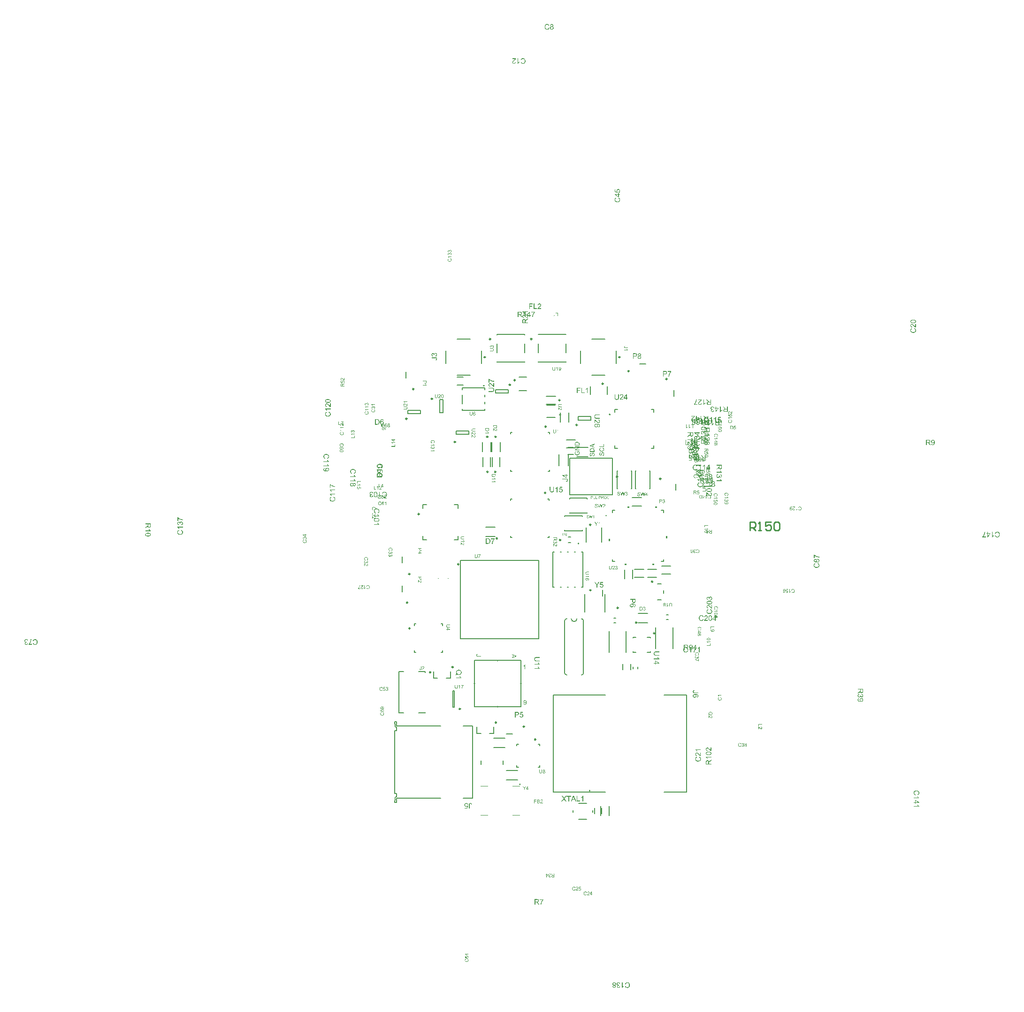
<source format=gto>
G04*
G04 #@! TF.GenerationSoftware,Altium Limited,Altium Designer,24.2.2 (26)*
G04*
G04 Layer_Color=65535*
%FSLAX44Y44*%
%MOMM*%
G71*
G04*
G04 #@! TF.SameCoordinates,ED65E515-8F89-4409-9B4D-6018ACB33687*
G04*
G04*
G04 #@! TF.FilePolarity,Positive*
G04*
G01*
G75*
%ADD10C,0.2500*%
%ADD11C,0.2000*%
%ADD12C,0.1524*%
%ADD13C,0.0254*%
%ADD14C,0.1270*%
%ADD15C,0.1000*%
%ADD16C,0.2540*%
G36*
X411999Y470760D02*
X408189D01*
Y468220D01*
X411999D01*
Y470760D01*
D02*
G37*
G36*
X382053Y515709D02*
X379514D01*
Y511899D01*
X382053D01*
Y515709D01*
D02*
G37*
G36*
X417000Y571852D02*
X413190D01*
Y574392D01*
X417000D01*
Y571852D01*
D02*
G37*
G36*
X462011Y470760D02*
X458201D01*
Y468220D01*
X462011D01*
Y470760D01*
D02*
G37*
G36*
X483145Y520710D02*
X485686D01*
Y516900D01*
X483145D01*
Y520710D01*
D02*
G37*
G36*
X467013Y571852D02*
X463203D01*
Y574392D01*
X467013D01*
Y571852D01*
D02*
G37*
G36*
X378918Y593281D02*
X378975D01*
X379108Y593266D01*
X379256Y593245D01*
X379411Y593210D01*
X379580Y593168D01*
X379742Y593112D01*
X379749D01*
X379763Y593105D01*
X379784Y593098D01*
X379812Y593084D01*
X379889Y593041D01*
X379988Y592992D01*
X380093Y592922D01*
X380206Y592837D01*
X380312Y592746D01*
X380410Y592633D01*
X380424Y592619D01*
X380452Y592577D01*
X380494Y592514D01*
X380551Y592422D01*
X380607Y592310D01*
X380670Y592169D01*
X380734Y592014D01*
X380783Y591838D01*
X380199Y591683D01*
Y591690D01*
X380192Y591698D01*
X380185Y591719D01*
X380178Y591747D01*
X380157Y591810D01*
X380129Y591894D01*
X380086Y591993D01*
X380037Y592085D01*
X379988Y592183D01*
X379925Y592267D01*
X379917Y592275D01*
X379896Y592303D01*
X379854Y592338D01*
X379805Y592387D01*
X379742Y592443D01*
X379657Y592500D01*
X379566Y592556D01*
X379460Y592605D01*
X379446Y592612D01*
X379411Y592626D01*
X379348Y592647D01*
X379263Y592676D01*
X379165Y592697D01*
X379052Y592718D01*
X378926Y592732D01*
X378792Y592739D01*
X378714D01*
X378679Y592732D01*
X378637D01*
X378531Y592725D01*
X378412Y592704D01*
X378278Y592682D01*
X378152Y592647D01*
X378025Y592598D01*
X378011Y592591D01*
X377969Y592577D01*
X377912Y592542D01*
X377842Y592507D01*
X377757Y592450D01*
X377666Y592394D01*
X377582Y592324D01*
X377504Y592246D01*
X377497Y592239D01*
X377469Y592211D01*
X377434Y592162D01*
X377392Y592106D01*
X377342Y592035D01*
X377293Y591951D01*
X377244Y591859D01*
X377195Y591761D01*
Y591754D01*
X377188Y591740D01*
X377181Y591719D01*
X377166Y591683D01*
X377152Y591641D01*
X377138Y591592D01*
X377117Y591536D01*
X377103Y591472D01*
X377068Y591325D01*
X377040Y591156D01*
X377019Y590980D01*
X377012Y590783D01*
Y590776D01*
Y590755D01*
Y590719D01*
X377019Y590677D01*
Y590621D01*
X377026Y590551D01*
X377033Y590480D01*
X377040Y590403D01*
X377068Y590227D01*
X377103Y590044D01*
X377160Y589861D01*
X377230Y589685D01*
Y589678D01*
X377244Y589664D01*
X377251Y589643D01*
X377272Y589615D01*
X377321Y589538D01*
X377399Y589439D01*
X377490Y589333D01*
X377603Y589228D01*
X377736Y589129D01*
X377884Y589038D01*
X377891D01*
X377905Y589031D01*
X377926Y589017D01*
X377962Y589003D01*
X377997Y588989D01*
X378046Y588975D01*
X378159Y588932D01*
X378299Y588897D01*
X378454Y588862D01*
X378623Y588834D01*
X378799Y588827D01*
X378869D01*
X378911Y588834D01*
X378954D01*
X379059Y588848D01*
X379186Y588862D01*
X379319Y588890D01*
X379467Y588932D01*
X379615Y588982D01*
X379622D01*
X379636Y588989D01*
X379650Y588996D01*
X379678Y589010D01*
X379756Y589045D01*
X379840Y589087D01*
X379939Y589137D01*
X380044Y589193D01*
X380143Y589256D01*
X380227Y589327D01*
Y590241D01*
X378792D01*
Y590818D01*
X380860D01*
Y589010D01*
X380853Y589003D01*
X380839Y588996D01*
X380811Y588975D01*
X380776Y588946D01*
X380734Y588918D01*
X380684Y588883D01*
X380621Y588841D01*
X380558Y588799D01*
X380410Y588707D01*
X380241Y588609D01*
X380065Y588517D01*
X379875Y588440D01*
X379868D01*
X379854Y588433D01*
X379826Y588426D01*
X379791Y588412D01*
X379742Y588398D01*
X379685Y588377D01*
X379622Y588363D01*
X379559Y588349D01*
X379404Y588313D01*
X379228Y588278D01*
X379038Y588257D01*
X378841Y588250D01*
X378771D01*
X378721Y588257D01*
X378658D01*
X378581Y588264D01*
X378496Y588278D01*
X378405Y588285D01*
X378201Y588327D01*
X377983Y588377D01*
X377757Y588454D01*
X377645Y588496D01*
X377532Y588553D01*
X377525Y588560D01*
X377504Y588567D01*
X377476Y588588D01*
X377434Y588609D01*
X377385Y588644D01*
X377335Y588679D01*
X377202Y588778D01*
X377061Y588904D01*
X376913Y589059D01*
X376772Y589235D01*
X376646Y589439D01*
Y589446D01*
X376632Y589467D01*
X376618Y589495D01*
X376597Y589545D01*
X376576Y589594D01*
X376554Y589664D01*
X376526Y589734D01*
X376498Y589819D01*
X376470Y589910D01*
X376442Y590016D01*
X376421Y590121D01*
X376400Y590234D01*
X376364Y590480D01*
X376350Y590741D01*
Y590748D01*
Y590776D01*
Y590811D01*
X376357Y590860D01*
Y590924D01*
X376364Y591001D01*
X376379Y591078D01*
X376386Y591170D01*
X376407Y591268D01*
X376421Y591374D01*
X376477Y591599D01*
X376547Y591831D01*
X376646Y592063D01*
X376653Y592070D01*
X376660Y592091D01*
X376674Y592120D01*
X376702Y592162D01*
X376730Y592218D01*
X376766Y592275D01*
X376864Y592408D01*
X376984Y592563D01*
X377131Y592711D01*
X377300Y592858D01*
X377399Y592922D01*
X377497Y592985D01*
X377504Y592992D01*
X377525Y592999D01*
X377553Y593013D01*
X377596Y593034D01*
X377652Y593055D01*
X377715Y593084D01*
X377786Y593112D01*
X377870Y593140D01*
X377962Y593168D01*
X378060Y593189D01*
X378166Y593217D01*
X378278Y593238D01*
X378524Y593274D01*
X378651Y593288D01*
X378876D01*
X378918Y593281D01*
D02*
G37*
G36*
X368639Y593196D02*
X368703D01*
X368850Y593189D01*
X369005Y593168D01*
X369174Y593147D01*
X369329Y593112D01*
X369406Y593091D01*
X369469Y593069D01*
X369476D01*
X369483Y593063D01*
X369526Y593041D01*
X369589Y593013D01*
X369666Y592964D01*
X369751Y592901D01*
X369842Y592816D01*
X369927Y592718D01*
X370011Y592605D01*
Y592598D01*
X370018Y592591D01*
X370046Y592549D01*
X370074Y592478D01*
X370117Y592387D01*
X370152Y592281D01*
X370187Y592155D01*
X370208Y592021D01*
X370215Y591873D01*
Y591866D01*
Y591852D01*
Y591824D01*
X370208Y591789D01*
Y591740D01*
X370201Y591690D01*
X370173Y591571D01*
X370131Y591430D01*
X370074Y591282D01*
X369990Y591135D01*
X369934Y591064D01*
X369877Y590994D01*
X369870Y590987D01*
X369863Y590980D01*
X369842Y590959D01*
X369814Y590938D01*
X369779Y590910D01*
X369737Y590881D01*
X369680Y590846D01*
X369624Y590804D01*
X369554Y590769D01*
X369476Y590734D01*
X369392Y590691D01*
X369300Y590656D01*
X369195Y590628D01*
X369089Y590593D01*
X368970Y590572D01*
X368843Y590551D01*
X368857Y590544D01*
X368885Y590530D01*
X368928Y590501D01*
X368984Y590473D01*
X369110Y590396D01*
X369174Y590347D01*
X369230Y590304D01*
X369244Y590290D01*
X369279Y590255D01*
X369336Y590199D01*
X369406Y590129D01*
X369483Y590030D01*
X369575Y589925D01*
X369666Y589798D01*
X369765Y589657D01*
X370602Y588334D01*
X369800D01*
X369160Y589348D01*
Y589355D01*
X369146Y589369D01*
X369132Y589390D01*
X369110Y589418D01*
X369061Y589495D01*
X368998Y589594D01*
X368921Y589699D01*
X368843Y589812D01*
X368766Y589917D01*
X368695Y590016D01*
X368688Y590023D01*
X368667Y590051D01*
X368632Y590093D01*
X368583Y590143D01*
X368477Y590248D01*
X368421Y590297D01*
X368365Y590340D01*
X368358Y590347D01*
X368344Y590354D01*
X368316Y590368D01*
X368273Y590389D01*
X368231Y590410D01*
X368182Y590431D01*
X368069Y590466D01*
X368062D01*
X368048Y590473D01*
X368020D01*
X367985Y590480D01*
X367936Y590487D01*
X367879D01*
X367802Y590494D01*
X366972D01*
Y588334D01*
X366324D01*
Y593203D01*
X368583D01*
X368639Y593196D01*
D02*
G37*
G36*
X363883D02*
X364002Y593189D01*
X364129Y593182D01*
X364249Y593168D01*
X364354Y593154D01*
X364368D01*
X364418Y593140D01*
X364481Y593126D01*
X364565Y593105D01*
X364657Y593069D01*
X364755Y593027D01*
X364861Y592978D01*
X364952Y592922D01*
X364967Y592915D01*
X364995Y592894D01*
X365037Y592851D01*
X365093Y592802D01*
X365156Y592739D01*
X365220Y592654D01*
X365290Y592563D01*
X365346Y592457D01*
X365353Y592443D01*
X365368Y592408D01*
X365396Y592345D01*
X365424Y592260D01*
X365445Y592162D01*
X365473Y592049D01*
X365487Y591923D01*
X365494Y591789D01*
Y591782D01*
Y591761D01*
Y591733D01*
X365487Y591683D01*
X365480Y591634D01*
X365473Y591571D01*
X365459Y591501D01*
X365445Y591423D01*
X365396Y591261D01*
X365368Y591177D01*
X365325Y591085D01*
X365276Y590994D01*
X365227Y590910D01*
X365163Y590825D01*
X365093Y590741D01*
X365086Y590734D01*
X365072Y590719D01*
X365051Y590698D01*
X365016Y590677D01*
X364973Y590642D01*
X364917Y590607D01*
X364847Y590565D01*
X364770Y590530D01*
X364678Y590487D01*
X364572Y590445D01*
X364460Y590410D01*
X364326Y590382D01*
X364185Y590354D01*
X364031Y590333D01*
X363855Y590318D01*
X363672Y590312D01*
X362426D01*
Y588334D01*
X361779D01*
Y593203D01*
X363777D01*
X363883Y593196D01*
D02*
G37*
G36*
X356721Y588911D02*
X359120D01*
Y588334D01*
X356073D01*
Y593203D01*
X356721D01*
Y588911D01*
D02*
G37*
G36*
X352935D02*
X355334D01*
Y588334D01*
X352288D01*
Y593203D01*
X352935D01*
Y588911D01*
D02*
G37*
G36*
X349882Y593196D02*
X350001Y593189D01*
X350128Y593182D01*
X350248Y593168D01*
X350353Y593154D01*
X350367D01*
X350416Y593140D01*
X350480Y593126D01*
X350564Y593105D01*
X350656Y593069D01*
X350754Y593027D01*
X350860Y592978D01*
X350951Y592922D01*
X350965Y592915D01*
X350993Y592894D01*
X351036Y592851D01*
X351092Y592802D01*
X351155Y592739D01*
X351218Y592654D01*
X351289Y592563D01*
X351345Y592457D01*
X351352Y592443D01*
X351366Y592408D01*
X351394Y592345D01*
X351423Y592260D01*
X351444Y592162D01*
X351472Y592049D01*
X351486Y591923D01*
X351493Y591789D01*
Y591782D01*
Y591761D01*
Y591733D01*
X351486Y591683D01*
X351479Y591634D01*
X351472Y591571D01*
X351458Y591501D01*
X351444Y591423D01*
X351394Y591261D01*
X351366Y591177D01*
X351324Y591085D01*
X351275Y590994D01*
X351226Y590910D01*
X351162Y590825D01*
X351092Y590741D01*
X351085Y590734D01*
X351071Y590719D01*
X351050Y590698D01*
X351015Y590677D01*
X350972Y590642D01*
X350916Y590607D01*
X350846Y590565D01*
X350768Y590530D01*
X350677Y590487D01*
X350571Y590445D01*
X350459Y590410D01*
X350325Y590382D01*
X350184Y590354D01*
X350029Y590333D01*
X349854Y590318D01*
X349671Y590312D01*
X348425D01*
Y588334D01*
X347778D01*
Y593203D01*
X349776D01*
X349882Y593196D01*
D02*
G37*
G36*
X373473Y593281D02*
X373536D01*
X373599Y593274D01*
X373684Y593260D01*
X373768Y593245D01*
X373951Y593210D01*
X374162Y593154D01*
X374366Y593069D01*
X374472Y593020D01*
X374577Y592964D01*
X374584Y592957D01*
X374599Y592950D01*
X374627Y592929D01*
X374669Y592908D01*
X374711Y592873D01*
X374767Y592830D01*
X374887Y592732D01*
X375014Y592605D01*
X375154Y592450D01*
X375288Y592267D01*
X375401Y592063D01*
Y592056D01*
X375415Y592035D01*
X375429Y592007D01*
X375443Y591965D01*
X375471Y591909D01*
X375492Y591845D01*
X375520Y591768D01*
X375548Y591683D01*
X375569Y591592D01*
X375597Y591493D01*
X375626Y591381D01*
X375647Y591268D01*
X375675Y591022D01*
X375689Y590755D01*
Y590748D01*
Y590719D01*
Y590684D01*
X375682Y590628D01*
Y590565D01*
X375675Y590487D01*
X375661Y590403D01*
X375654Y590312D01*
X375619Y590107D01*
X375562Y589882D01*
X375485Y589657D01*
X375443Y589545D01*
X375387Y589432D01*
Y589425D01*
X375372Y589404D01*
X375358Y589376D01*
X375330Y589333D01*
X375302Y589284D01*
X375267Y589235D01*
X375168Y589101D01*
X375049Y588961D01*
X374908Y588813D01*
X374739Y588672D01*
X374542Y588545D01*
X374535D01*
X374521Y588531D01*
X374486Y588517D01*
X374444Y588496D01*
X374394Y588475D01*
X374338Y588454D01*
X374268Y588426D01*
X374190Y588398D01*
X374106Y588370D01*
X374015Y588341D01*
X373811Y588299D01*
X373592Y588264D01*
X373360Y588250D01*
X373290D01*
X373248Y588257D01*
X373184D01*
X373114Y588271D01*
X373036Y588278D01*
X372945Y588292D01*
X372755Y588334D01*
X372551Y588391D01*
X372340Y588475D01*
X372234Y588524D01*
X372129Y588581D01*
X372122Y588588D01*
X372108Y588595D01*
X372080Y588616D01*
X372037Y588644D01*
X371995Y588672D01*
X371946Y588714D01*
X371826Y588820D01*
X371693Y588946D01*
X371552Y589101D01*
X371425Y589277D01*
X371306Y589481D01*
Y589488D01*
X371292Y589509D01*
X371278Y589538D01*
X371264Y589580D01*
X371242Y589636D01*
X371221Y589699D01*
X371193Y589770D01*
X371172Y589847D01*
X371144Y589939D01*
X371116Y590030D01*
X371073Y590241D01*
X371045Y590459D01*
X371031Y590698D01*
Y590705D01*
Y590713D01*
Y590755D01*
X371038Y590818D01*
Y590902D01*
X371052Y591001D01*
X371067Y591121D01*
X371088Y591254D01*
X371116Y591395D01*
X371144Y591543D01*
X371186Y591698D01*
X371242Y591852D01*
X371306Y592014D01*
X371376Y592169D01*
X371468Y592324D01*
X371566Y592464D01*
X371679Y592598D01*
X371686Y592605D01*
X371707Y592626D01*
X371749Y592661D01*
X371798Y592704D01*
X371861Y592760D01*
X371939Y592816D01*
X372030Y592879D01*
X372136Y592943D01*
X372248Y593006D01*
X372375Y593069D01*
X372516Y593126D01*
X372664Y593182D01*
X372825Y593224D01*
X372994Y593260D01*
X373170Y593281D01*
X373360Y593288D01*
X373424D01*
X373473Y593281D01*
D02*
G37*
G36*
X322998Y690998D02*
X323092D01*
X323315Y690986D01*
X323573Y690951D01*
X323843Y690916D01*
X324125Y690857D01*
X324407Y690787D01*
X324418D01*
X324442Y690775D01*
X324477Y690763D01*
X324524Y690751D01*
X324653Y690704D01*
X324817Y690634D01*
X325005Y690564D01*
X325193Y690470D01*
X325392Y690352D01*
X325580Y690235D01*
X325603Y690223D01*
X325662Y690176D01*
X325744Y690106D01*
X325850Y690012D01*
X325967Y689906D01*
X326085Y689777D01*
X326214Y689648D01*
X326319Y689496D01*
X326331Y689472D01*
X326366Y689425D01*
X326413Y689343D01*
X326472Y689226D01*
X326542Y689085D01*
X326601Y688921D01*
X326671Y688733D01*
X326730Y688522D01*
Y688498D01*
X326742Y688463D01*
X326754Y688428D01*
X326765Y688310D01*
X326789Y688146D01*
X326812Y687958D01*
X326836Y687735D01*
X326847Y687489D01*
X326859Y687219D01*
Y684297D01*
X318739D01*
Y687419D01*
X318750Y687630D01*
X318762Y687865D01*
X318786Y688099D01*
X318821Y688334D01*
X318856Y688533D01*
Y688545D01*
X318868Y688569D01*
Y688604D01*
X318891Y688651D01*
X318926Y688780D01*
X318985Y688944D01*
X319067Y689132D01*
X319173Y689331D01*
X319290Y689531D01*
X319443Y689719D01*
X319454Y689730D01*
X319466Y689742D01*
X319501Y689777D01*
X319537Y689824D01*
X319654Y689941D01*
X319818Y690082D01*
X320018Y690235D01*
X320252Y690399D01*
X320522Y690552D01*
X320827Y690681D01*
X320839D01*
X320863Y690693D01*
X320910Y690716D01*
X320980Y690728D01*
X321062Y690763D01*
X321156Y690787D01*
X321262Y690810D01*
X321391Y690845D01*
X321520Y690880D01*
X321672Y690904D01*
X322001Y690963D01*
X322365Y690998D01*
X322764Y691009D01*
X322775D01*
X322799D01*
X322858D01*
X322916D01*
X322998Y690998D01*
D02*
G37*
G36*
X326859Y681375D02*
X320487Y677127D01*
X326859D01*
Y676095D01*
X318739D01*
Y677198D01*
X325122Y681457D01*
X318739D01*
Y682490D01*
X326859D01*
Y681375D01*
D02*
G37*
G36*
X325744Y674510D02*
X325756Y674487D01*
X325791Y674440D01*
X325838Y674381D01*
X325885Y674311D01*
X325944Y674229D01*
X326014Y674123D01*
X326085Y674017D01*
X326237Y673771D01*
X326401Y673489D01*
X326554Y673196D01*
X326683Y672879D01*
Y672867D01*
X326695Y672844D01*
X326707Y672797D01*
X326730Y672738D01*
X326754Y672656D01*
X326789Y672562D01*
X326812Y672457D01*
X326836Y672351D01*
X326894Y672093D01*
X326953Y671799D01*
X326988Y671483D01*
X327000Y671154D01*
Y671037D01*
X326988Y670955D01*
Y670849D01*
X326977Y670720D01*
X326953Y670579D01*
X326941Y670427D01*
X326871Y670086D01*
X326789Y669723D01*
X326660Y669347D01*
X326589Y669159D01*
X326495Y668971D01*
X326484Y668960D01*
X326472Y668924D01*
X326437Y668878D01*
X326401Y668807D01*
X326343Y668725D01*
X326284Y668643D01*
X326120Y668420D01*
X325909Y668185D01*
X325650Y667939D01*
X325357Y667704D01*
X325017Y667493D01*
X325005D01*
X324970Y667469D01*
X324923Y667446D01*
X324841Y667411D01*
X324759Y667375D01*
X324641Y667340D01*
X324524Y667293D01*
X324383Y667246D01*
X324231Y667199D01*
X324054Y667153D01*
X323879Y667117D01*
X323691Y667082D01*
X323280Y667023D01*
X322846Y667000D01*
X322834D01*
X322787D01*
X322729D01*
X322646Y667012D01*
X322541D01*
X322412Y667023D01*
X322283Y667047D01*
X322130Y667059D01*
X321966Y667094D01*
X321790Y667117D01*
X321414Y667211D01*
X321027Y667329D01*
X320640Y667493D01*
X320628Y667505D01*
X320593Y667516D01*
X320546Y667540D01*
X320475Y667587D01*
X320382Y667634D01*
X320288Y667692D01*
X320065Y667857D01*
X319806Y668056D01*
X319560Y668303D01*
X319314Y668584D01*
X319208Y668748D01*
X319102Y668913D01*
X319091Y668924D01*
X319079Y668960D01*
X319056Y669007D01*
X319020Y669077D01*
X318985Y669171D01*
X318938Y669277D01*
X318891Y669394D01*
X318844Y669535D01*
X318797Y669687D01*
X318762Y669852D01*
X318715Y670028D01*
X318680Y670215D01*
X318621Y670626D01*
X318598Y670837D01*
Y671213D01*
X318610Y671283D01*
Y671377D01*
X318633Y671600D01*
X318668Y671846D01*
X318727Y672105D01*
X318797Y672386D01*
X318891Y672656D01*
Y672668D01*
X318903Y672691D01*
X318915Y672727D01*
X318938Y672774D01*
X319009Y672903D01*
X319091Y673067D01*
X319208Y673243D01*
X319349Y673431D01*
X319501Y673607D01*
X319689Y673771D01*
X319713Y673794D01*
X319783Y673841D01*
X319889Y673912D01*
X320041Y674006D01*
X320229Y674100D01*
X320464Y674205D01*
X320722Y674311D01*
X321015Y674393D01*
X321273Y673419D01*
X321262D01*
X321250Y673407D01*
X321215Y673395D01*
X321168Y673384D01*
X321062Y673348D01*
X320921Y673302D01*
X320757Y673231D01*
X320605Y673149D01*
X320440Y673067D01*
X320299Y672961D01*
X320288Y672950D01*
X320241Y672914D01*
X320182Y672844D01*
X320100Y672762D01*
X320006Y672656D01*
X319912Y672515D01*
X319818Y672363D01*
X319736Y672187D01*
X319724Y672163D01*
X319701Y672105D01*
X319666Y671999D01*
X319619Y671858D01*
X319584Y671694D01*
X319548Y671506D01*
X319525Y671295D01*
X319513Y671072D01*
Y670943D01*
X319525Y670884D01*
Y670814D01*
X319537Y670638D01*
X319572Y670438D01*
X319607Y670215D01*
X319666Y670004D01*
X319748Y669793D01*
X319760Y669769D01*
X319783Y669699D01*
X319842Y669605D01*
X319900Y669488D01*
X319994Y669347D01*
X320088Y669194D01*
X320205Y669054D01*
X320335Y668924D01*
X320346Y668913D01*
X320393Y668866D01*
X320475Y668807D01*
X320569Y668737D01*
X320687Y668655D01*
X320827Y668572D01*
X320980Y668490D01*
X321144Y668408D01*
X321156D01*
X321180Y668397D01*
X321215Y668385D01*
X321273Y668361D01*
X321344Y668338D01*
X321426Y668314D01*
X321520Y668279D01*
X321625Y668256D01*
X321872Y668197D01*
X322154Y668150D01*
X322447Y668115D01*
X322775Y668103D01*
X322787D01*
X322822D01*
X322881D01*
X322952Y668115D01*
X323045D01*
X323163Y668127D01*
X323280Y668138D01*
X323409Y668150D01*
X323703Y668197D01*
X324008Y668256D01*
X324313Y668350D01*
X324606Y668467D01*
X324618D01*
X324641Y668490D01*
X324677Y668502D01*
X324723Y668537D01*
X324852Y668619D01*
X325017Y668748D01*
X325193Y668901D01*
X325369Y669089D01*
X325533Y669312D01*
X325686Y669558D01*
Y669570D01*
X325697Y669593D01*
X325721Y669629D01*
X325744Y669687D01*
X325768Y669746D01*
X325791Y669828D01*
X325862Y670016D01*
X325920Y670251D01*
X325979Y670509D01*
X326026Y670790D01*
X326038Y671084D01*
Y671201D01*
X326026Y671272D01*
Y671342D01*
X326003Y671518D01*
X325979Y671729D01*
X325932Y671952D01*
X325862Y672198D01*
X325780Y672445D01*
Y672457D01*
X325768Y672480D01*
X325756Y672504D01*
X325733Y672551D01*
X325674Y672680D01*
X325603Y672821D01*
X325521Y672985D01*
X325428Y673161D01*
X325322Y673325D01*
X325205Y673466D01*
X323679D01*
Y671072D01*
X322717D01*
Y674522D01*
X325733D01*
X325744Y674510D01*
D02*
G37*
G36*
X371256Y682077D02*
X363135D01*
Y683156D01*
X370294D01*
Y687158D01*
X371256D01*
Y682077D01*
D02*
G37*
G36*
X368745Y680786D02*
X368815Y680762D01*
X368909Y680727D01*
X369014Y680692D01*
X369143Y680645D01*
X369284Y680586D01*
X369437Y680516D01*
X369765Y680352D01*
X370094Y680140D01*
X370258Y680011D01*
X370423Y679882D01*
X370563Y679741D01*
X370704Y679577D01*
X370716Y679565D01*
X370739Y679542D01*
X370763Y679483D01*
X370810Y679425D01*
X370868Y679331D01*
X370927Y679237D01*
X370986Y679108D01*
X371045Y678979D01*
X371115Y678826D01*
X371174Y678662D01*
X371232Y678486D01*
X371291Y678298D01*
X371338Y678099D01*
X371361Y677887D01*
X371385Y677664D01*
X371397Y677430D01*
Y677301D01*
X371385Y677207D01*
Y677101D01*
X371373Y676972D01*
X371350Y676831D01*
X371326Y676667D01*
X371268Y676327D01*
X371174Y675975D01*
X371045Y675622D01*
X370962Y675458D01*
X370868Y675294D01*
X370857Y675282D01*
X370845Y675259D01*
X370810Y675212D01*
X370763Y675165D01*
X370716Y675094D01*
X370645Y675012D01*
X370563Y674918D01*
X370470Y674825D01*
X370364Y674731D01*
X370258Y674625D01*
X369988Y674414D01*
X369672Y674214D01*
X369319Y674038D01*
X369308D01*
X369273Y674015D01*
X369214Y674003D01*
X369143Y673968D01*
X369050Y673944D01*
X368932Y673909D01*
X368803Y673862D01*
X368662Y673827D01*
X368510Y673792D01*
X368334Y673745D01*
X367970Y673686D01*
X367559Y673639D01*
X367137Y673616D01*
X367125D01*
X367078D01*
X367008D01*
X366926Y673628D01*
X366808D01*
X366691Y673639D01*
X366538Y673651D01*
X366386Y673674D01*
X366045Y673733D01*
X365670Y673815D01*
X365294Y673933D01*
X364931Y674097D01*
X364919Y674109D01*
X364884Y674120D01*
X364837Y674144D01*
X364778Y674191D01*
X364696Y674238D01*
X364602Y674296D01*
X364391Y674449D01*
X364156Y674649D01*
X363922Y674883D01*
X363687Y675153D01*
X363487Y675470D01*
X363476Y675482D01*
X363464Y675517D01*
X363440Y675564D01*
X363405Y675622D01*
X363370Y675716D01*
X363335Y675810D01*
X363288Y675928D01*
X363241Y676057D01*
X363194Y676198D01*
X363147Y676350D01*
X363077Y676679D01*
X363018Y677054D01*
X362994Y677441D01*
Y677559D01*
X363006Y677641D01*
X363018Y677747D01*
X363030Y677876D01*
X363041Y678005D01*
X363077Y678157D01*
X363147Y678474D01*
X363253Y678826D01*
X363323Y679002D01*
X363405Y679166D01*
X363511Y679331D01*
X363616Y679495D01*
X363628Y679507D01*
X363640Y679530D01*
X363675Y679577D01*
X363734Y679636D01*
X363792Y679695D01*
X363875Y679777D01*
X363968Y679859D01*
X364062Y679953D01*
X364180Y680046D01*
X364320Y680140D01*
X364461Y680246D01*
X364614Y680340D01*
X364790Y680422D01*
X364966Y680516D01*
X365154Y680586D01*
X365365Y680657D01*
X365611Y679601D01*
X365600D01*
X365576Y679589D01*
X365529Y679565D01*
X365471Y679542D01*
X365400Y679519D01*
X365306Y679483D01*
X365118Y679389D01*
X364907Y679272D01*
X364696Y679131D01*
X364496Y678955D01*
X364320Y678767D01*
X364297Y678744D01*
X364250Y678673D01*
X364191Y678556D01*
X364109Y678404D01*
X364039Y678204D01*
X363968Y677981D01*
X363922Y677711D01*
X363910Y677418D01*
Y677324D01*
X363922Y677265D01*
Y677183D01*
X363933Y677089D01*
X363968Y676866D01*
X364015Y676620D01*
X364098Y676362D01*
X364215Y676092D01*
X364367Y675845D01*
Y675834D01*
X364391Y675822D01*
X364450Y675740D01*
X364543Y675634D01*
X364684Y675505D01*
X364860Y675353D01*
X365060Y675212D01*
X365306Y675083D01*
X365576Y674965D01*
X365588D01*
X365611Y674954D01*
X365647Y674942D01*
X365705Y674930D01*
X365776Y674907D01*
X365858Y674883D01*
X366057Y674848D01*
X366292Y674801D01*
X366550Y674754D01*
X366832Y674731D01*
X367137Y674719D01*
X367149D01*
X367184D01*
X367242D01*
X367313D01*
X367395Y674731D01*
X367501D01*
X367618Y674742D01*
X367747Y674754D01*
X368029Y674789D01*
X368334Y674848D01*
X368639Y674918D01*
X368944Y675012D01*
X368956D01*
X368979Y675024D01*
X369014Y675048D01*
X369073Y675071D01*
X369214Y675141D01*
X369378Y675247D01*
X369566Y675376D01*
X369765Y675540D01*
X369941Y675728D01*
X370106Y675951D01*
Y675963D01*
X370117Y675986D01*
X370141Y676021D01*
X370164Y676068D01*
X370188Y676127D01*
X370223Y676198D01*
X370294Y676362D01*
X370364Y676573D01*
X370423Y676808D01*
X370470Y677066D01*
X370481Y677336D01*
Y677418D01*
X370470Y677488D01*
Y677570D01*
X370458Y677653D01*
X370411Y677864D01*
X370352Y678110D01*
X370258Y678357D01*
X370129Y678615D01*
X370059Y678744D01*
X369965Y678861D01*
X369953Y678873D01*
X369941Y678885D01*
X369906Y678920D01*
X369871Y678967D01*
X369812Y679014D01*
X369742Y679072D01*
X369672Y679143D01*
X369578Y679202D01*
X369472Y679272D01*
X369355Y679354D01*
X369237Y679425D01*
X369096Y679495D01*
X368944Y679554D01*
X368780Y679612D01*
X368604Y679671D01*
X368416Y679718D01*
X368686Y680798D01*
X368698D01*
X368745Y680786D01*
D02*
G37*
G36*
X369214Y672431D02*
X369378Y672407D01*
X369566Y672360D01*
X369765Y672302D01*
X369977Y672208D01*
X370200Y672079D01*
X370211D01*
X370223Y672067D01*
X370294Y672008D01*
X370399Y671926D01*
X370517Y671809D01*
X370657Y671656D01*
X370810Y671468D01*
X370951Y671257D01*
X371080Y671011D01*
Y670999D01*
X371091Y670975D01*
X371103Y670940D01*
X371127Y670893D01*
X371150Y670823D01*
X371185Y670741D01*
X371232Y670553D01*
X371291Y670330D01*
X371350Y670060D01*
X371385Y669767D01*
X371397Y669450D01*
Y669262D01*
X371385Y669168D01*
Y669063D01*
X371373Y668945D01*
X371361Y668805D01*
X371314Y668511D01*
X371268Y668206D01*
X371185Y667901D01*
X371080Y667608D01*
Y667596D01*
X371068Y667572D01*
X371045Y667537D01*
X371021Y667490D01*
X370951Y667349D01*
X370845Y667185D01*
X370704Y666997D01*
X370540Y666798D01*
X370340Y666610D01*
X370117Y666434D01*
X370106D01*
X370082Y666411D01*
X370047Y666399D01*
X370000Y666364D01*
X369941Y666340D01*
X369871Y666305D01*
X369695Y666223D01*
X369472Y666141D01*
X369226Y666070D01*
X368944Y666023D01*
X368651Y666000D01*
X368557Y667009D01*
X368568D01*
X368580D01*
X368615Y667021D01*
X368662D01*
X368768Y667044D01*
X368921Y667080D01*
X369073Y667126D01*
X369249Y667173D01*
X369413Y667256D01*
X369566Y667338D01*
X369578Y667349D01*
X369625Y667385D01*
X369707Y667443D01*
X369789Y667537D01*
X369894Y667655D01*
X370000Y667784D01*
X370106Y667960D01*
X370200Y668147D01*
Y668159D01*
X370211Y668171D01*
X370223Y668206D01*
X370235Y668241D01*
X370270Y668359D01*
X370317Y668511D01*
X370364Y668699D01*
X370399Y668910D01*
X370423Y669145D01*
X370434Y669403D01*
Y669509D01*
X370423Y669626D01*
X370411Y669767D01*
X370387Y669931D01*
X370364Y670119D01*
X370317Y670307D01*
X370258Y670483D01*
X370247Y670506D01*
X370223Y670565D01*
X370176Y670647D01*
X370129Y670753D01*
X370047Y670858D01*
X369965Y670975D01*
X369871Y671093D01*
X369754Y671187D01*
X369742Y671199D01*
X369695Y671222D01*
X369636Y671257D01*
X369543Y671304D01*
X369449Y671351D01*
X369331Y671386D01*
X369202Y671410D01*
X369061Y671421D01*
X369050D01*
X368991D01*
X368921Y671410D01*
X368827Y671398D01*
X368733Y671363D01*
X368615Y671328D01*
X368498Y671269D01*
X368392Y671187D01*
X368381Y671175D01*
X368345Y671140D01*
X368299Y671093D01*
X368228Y671011D01*
X368158Y670917D01*
X368076Y670788D01*
X367994Y670635D01*
X367923Y670459D01*
X367911Y670447D01*
X367900Y670389D01*
X367864Y670295D01*
X367853Y670236D01*
X367829Y670154D01*
X367794Y670072D01*
X367771Y669966D01*
X367735Y669849D01*
X367700Y669708D01*
X367665Y669567D01*
X367618Y669403D01*
X367571Y669215D01*
X367524Y669016D01*
Y669004D01*
X367512Y668969D01*
X367501Y668910D01*
X367477Y668840D01*
X367454Y668746D01*
X367430Y668640D01*
X367360Y668406D01*
X367278Y668147D01*
X367196Y667878D01*
X367113Y667643D01*
X367066Y667537D01*
X367020Y667443D01*
Y667432D01*
X367008Y667420D01*
X366961Y667349D01*
X366902Y667244D01*
X366808Y667126D01*
X366703Y666986D01*
X366574Y666845D01*
X366421Y666704D01*
X366257Y666587D01*
X366233Y666575D01*
X366175Y666540D01*
X366081Y666493D01*
X365963Y666446D01*
X365811Y666399D01*
X365635Y666352D01*
X365447Y666317D01*
X365247Y666305D01*
X365236D01*
X365224D01*
X365189D01*
X365142D01*
X365025Y666329D01*
X364872Y666352D01*
X364696Y666387D01*
X364496Y666446D01*
X364297Y666528D01*
X364098Y666645D01*
X364086D01*
X364074Y666657D01*
X364004Y666716D01*
X363910Y666798D01*
X363792Y666904D01*
X363663Y667044D01*
X363522Y667220D01*
X363393Y667432D01*
X363276Y667666D01*
Y667678D01*
X363264Y667701D01*
X363253Y667737D01*
X363229Y667784D01*
X363206Y667842D01*
X363182Y667924D01*
X363135Y668101D01*
X363088Y668324D01*
X363041Y668582D01*
X363006Y668851D01*
X362994Y669157D01*
Y669309D01*
X363006Y669391D01*
Y669473D01*
X363030Y669696D01*
X363065Y669943D01*
X363124Y670201D01*
X363194Y670483D01*
X363288Y670741D01*
Y670753D01*
X363300Y670776D01*
X363323Y670811D01*
X363346Y670858D01*
X363405Y670975D01*
X363511Y671128D01*
X363628Y671304D01*
X363781Y671480D01*
X363957Y671644D01*
X364156Y671797D01*
X364168D01*
X364180Y671809D01*
X364215Y671832D01*
X364250Y671856D01*
X364367Y671914D01*
X364520Y671985D01*
X364708Y672067D01*
X364931Y672125D01*
X365165Y672184D01*
X365424Y672208D01*
X365506Y671175D01*
X365494D01*
X365471D01*
X365435Y671163D01*
X365377Y671152D01*
X365247Y671116D01*
X365071Y671069D01*
X364884Y670999D01*
X364696Y670893D01*
X364520Y670764D01*
X364356Y670600D01*
X364344Y670576D01*
X364297Y670518D01*
X364227Y670400D01*
X364156Y670248D01*
X364086Y670049D01*
X364015Y669814D01*
X363968Y669520D01*
X363957Y669192D01*
Y669027D01*
X363968Y668957D01*
X363980Y668863D01*
X364004Y668652D01*
X364051Y668417D01*
X364109Y668183D01*
X364203Y667960D01*
X364262Y667866D01*
X364320Y667772D01*
X364332Y667748D01*
X364379Y667701D01*
X364461Y667631D01*
X364555Y667561D01*
X364684Y667478D01*
X364825Y667408D01*
X364989Y667361D01*
X365177Y667338D01*
X365201D01*
X365247D01*
X365330Y667349D01*
X365424Y667373D01*
X365541Y667408D01*
X365658Y667467D01*
X365776Y667537D01*
X365893Y667643D01*
X365905Y667655D01*
X365940Y667713D01*
X365975Y667760D01*
X365999Y667807D01*
X366034Y667878D01*
X366081Y667960D01*
X366116Y668065D01*
X366163Y668183D01*
X366210Y668312D01*
X366269Y668464D01*
X366315Y668629D01*
X366374Y668816D01*
X366421Y669027D01*
X366480Y669262D01*
Y669274D01*
X366491Y669321D01*
X366503Y669391D01*
X366527Y669473D01*
X366550Y669579D01*
X366585Y669708D01*
X366620Y669837D01*
X366656Y669978D01*
X366738Y670283D01*
X366820Y670576D01*
X366867Y670717D01*
X366914Y670846D01*
X366949Y670964D01*
X366996Y671058D01*
Y671069D01*
X367008Y671093D01*
X367031Y671128D01*
X367055Y671175D01*
X367125Y671304D01*
X367219Y671457D01*
X367348Y671633D01*
X367489Y671809D01*
X367653Y671973D01*
X367829Y672114D01*
X367853Y672125D01*
X367911Y672172D01*
X368017Y672219D01*
X368158Y672290D01*
X368322Y672348D01*
X368521Y672407D01*
X368745Y672442D01*
X368979Y672454D01*
X368991D01*
X369003D01*
X369038D01*
X369085D01*
X369214Y672431D01*
D02*
G37*
G36*
X353859Y686604D02*
X351395Y685653D01*
Y682250D01*
X353859Y681370D01*
Y680232D01*
X345739Y683330D01*
Y684503D01*
X353859Y687824D01*
Y686604D01*
D02*
G37*
G36*
X349998Y679633D02*
X350092D01*
X350315Y679622D01*
X350573Y679586D01*
X350843Y679551D01*
X351125Y679492D01*
X351407Y679422D01*
X351418D01*
X351442Y679410D01*
X351477Y679399D01*
X351524Y679387D01*
X351653Y679340D01*
X351817Y679269D01*
X352005Y679199D01*
X352193Y679105D01*
X352392Y678988D01*
X352580Y678870D01*
X352604Y678859D01*
X352662Y678812D01*
X352744Y678741D01*
X352850Y678648D01*
X352967Y678542D01*
X353085Y678413D01*
X353214Y678284D01*
X353319Y678131D01*
X353331Y678108D01*
X353366Y678061D01*
X353413Y677979D01*
X353472Y677861D01*
X353542Y677720D01*
X353601Y677556D01*
X353671Y677368D01*
X353730Y677157D01*
Y677134D01*
X353742Y677099D01*
X353754Y677063D01*
X353765Y676946D01*
X353789Y676782D01*
X353812Y676594D01*
X353836Y676371D01*
X353848Y676125D01*
X353859Y675855D01*
Y672933D01*
X345739D01*
Y676054D01*
X345750Y676265D01*
X345762Y676500D01*
X345786Y676735D01*
X345821Y676970D01*
X345856Y677169D01*
Y677181D01*
X345868Y677204D01*
Y677239D01*
X345891Y677286D01*
X345927Y677415D01*
X345985Y677580D01*
X346067Y677767D01*
X346173Y677967D01*
X346290Y678166D01*
X346443Y678354D01*
X346455Y678366D01*
X346466Y678378D01*
X346502Y678413D01*
X346537Y678460D01*
X346654Y678577D01*
X346818Y678718D01*
X347018Y678870D01*
X347253Y679035D01*
X347522Y679187D01*
X347827Y679316D01*
X347839D01*
X347863Y679328D01*
X347910Y679352D01*
X347980Y679363D01*
X348062Y679399D01*
X348156Y679422D01*
X348262Y679445D01*
X348391Y679481D01*
X348520Y679516D01*
X348672Y679539D01*
X349001Y679598D01*
X349365Y679633D01*
X349764Y679645D01*
X349776D01*
X349799D01*
X349858D01*
X349916D01*
X349998Y679633D01*
D02*
G37*
G36*
X351817Y671431D02*
X351982Y671407D01*
X352169Y671360D01*
X352369Y671302D01*
X352580Y671208D01*
X352803Y671079D01*
X352815D01*
X352826Y671067D01*
X352897Y671008D01*
X353003Y670926D01*
X353120Y670809D01*
X353261Y670656D01*
X353413Y670468D01*
X353554Y670257D01*
X353683Y670011D01*
Y669999D01*
X353695Y669976D01*
X353707Y669940D01*
X353730Y669893D01*
X353754Y669823D01*
X353789Y669741D01*
X353836Y669553D01*
X353894Y669330D01*
X353953Y669060D01*
X353988Y668767D01*
X354000Y668450D01*
Y668262D01*
X353988Y668168D01*
Y668063D01*
X353977Y667945D01*
X353965Y667805D01*
X353918Y667511D01*
X353871Y667206D01*
X353789Y666901D01*
X353683Y666608D01*
Y666596D01*
X353671Y666572D01*
X353648Y666537D01*
X353624Y666490D01*
X353554Y666349D01*
X353448Y666185D01*
X353308Y665997D01*
X353143Y665798D01*
X352944Y665610D01*
X352721Y665434D01*
X352709D01*
X352686Y665411D01*
X352650Y665399D01*
X352604Y665364D01*
X352545Y665340D01*
X352475Y665305D01*
X352299Y665223D01*
X352076Y665141D01*
X351829Y665070D01*
X351547Y665023D01*
X351254Y665000D01*
X351160Y666009D01*
X351172D01*
X351184D01*
X351219Y666021D01*
X351266D01*
X351371Y666044D01*
X351524Y666080D01*
X351676Y666126D01*
X351852Y666173D01*
X352017Y666256D01*
X352169Y666338D01*
X352181Y666349D01*
X352228Y666385D01*
X352310Y666443D01*
X352392Y666537D01*
X352498Y666655D01*
X352604Y666784D01*
X352709Y666960D01*
X352803Y667148D01*
Y667159D01*
X352815Y667171D01*
X352826Y667206D01*
X352838Y667241D01*
X352873Y667359D01*
X352920Y667511D01*
X352967Y667699D01*
X353003Y667910D01*
X353026Y668145D01*
X353038Y668403D01*
Y668509D01*
X353026Y668626D01*
X353014Y668767D01*
X352991Y668931D01*
X352967Y669119D01*
X352920Y669307D01*
X352862Y669483D01*
X352850Y669506D01*
X352826Y669565D01*
X352780Y669647D01*
X352733Y669753D01*
X352650Y669858D01*
X352568Y669976D01*
X352475Y670093D01*
X352357Y670187D01*
X352345Y670199D01*
X352299Y670222D01*
X352240Y670257D01*
X352146Y670304D01*
X352052Y670351D01*
X351935Y670386D01*
X351806Y670410D01*
X351665Y670422D01*
X351653D01*
X351594D01*
X351524Y670410D01*
X351430Y670398D01*
X351336Y670363D01*
X351219Y670328D01*
X351101Y670269D01*
X350996Y670187D01*
X350984Y670175D01*
X350949Y670140D01*
X350902Y670093D01*
X350832Y670011D01*
X350761Y669917D01*
X350679Y669788D01*
X350597Y669635D01*
X350527Y669459D01*
X350515Y669447D01*
X350503Y669389D01*
X350468Y669295D01*
X350456Y669236D01*
X350433Y669154D01*
X350397Y669072D01*
X350374Y668966D01*
X350339Y668849D01*
X350303Y668708D01*
X350268Y668567D01*
X350221Y668403D01*
X350174Y668215D01*
X350127Y668016D01*
Y668004D01*
X350116Y667969D01*
X350104Y667910D01*
X350081Y667840D01*
X350057Y667746D01*
X350034Y667640D01*
X349963Y667406D01*
X349881Y667148D01*
X349799Y666878D01*
X349717Y666643D01*
X349670Y666537D01*
X349623Y666443D01*
Y666432D01*
X349611Y666420D01*
X349564Y666349D01*
X349506Y666244D01*
X349412Y666126D01*
X349306Y665986D01*
X349177Y665845D01*
X349024Y665704D01*
X348860Y665587D01*
X348837Y665575D01*
X348778Y665540D01*
X348684Y665493D01*
X348567Y665446D01*
X348414Y665399D01*
X348238Y665352D01*
X348050Y665317D01*
X347851Y665305D01*
X347839D01*
X347827D01*
X347792D01*
X347745D01*
X347628Y665329D01*
X347476Y665352D01*
X347299Y665387D01*
X347100Y665446D01*
X346900Y665528D01*
X346701Y665645D01*
X346689D01*
X346678Y665657D01*
X346607Y665716D01*
X346513Y665798D01*
X346396Y665904D01*
X346267Y666044D01*
X346126Y666220D01*
X345997Y666432D01*
X345880Y666666D01*
Y666678D01*
X345868Y666702D01*
X345856Y666737D01*
X345833Y666784D01*
X345809Y666842D01*
X345786Y666925D01*
X345739Y667101D01*
X345692Y667324D01*
X345645Y667582D01*
X345610Y667851D01*
X345598Y668157D01*
Y668309D01*
X345610Y668391D01*
Y668474D01*
X345633Y668697D01*
X345668Y668943D01*
X345727Y669201D01*
X345797Y669483D01*
X345891Y669741D01*
Y669753D01*
X345903Y669776D01*
X345927Y669811D01*
X345950Y669858D01*
X346009Y669976D01*
X346114Y670128D01*
X346232Y670304D01*
X346384Y670480D01*
X346560Y670644D01*
X346760Y670797D01*
X346771D01*
X346783Y670809D01*
X346818Y670832D01*
X346853Y670856D01*
X346971Y670914D01*
X347123Y670985D01*
X347311Y671067D01*
X347534Y671126D01*
X347769Y671184D01*
X348027Y671208D01*
X348109Y670175D01*
X348097D01*
X348074D01*
X348039Y670163D01*
X347980Y670152D01*
X347851Y670116D01*
X347675Y670069D01*
X347487Y669999D01*
X347299Y669893D01*
X347123Y669764D01*
X346959Y669600D01*
X346947Y669577D01*
X346900Y669518D01*
X346830Y669400D01*
X346760Y669248D01*
X346689Y669048D01*
X346619Y668814D01*
X346572Y668520D01*
X346560Y668192D01*
Y668028D01*
X346572Y667957D01*
X346584Y667863D01*
X346607Y667652D01*
X346654Y667417D01*
X346713Y667183D01*
X346807Y666960D01*
X346865Y666866D01*
X346924Y666772D01*
X346936Y666749D01*
X346983Y666702D01*
X347065Y666631D01*
X347159Y666561D01*
X347288Y666479D01*
X347429Y666408D01*
X347593Y666361D01*
X347781Y666338D01*
X347804D01*
X347851D01*
X347933Y666349D01*
X348027Y666373D01*
X348144Y666408D01*
X348262Y666467D01*
X348379Y666537D01*
X348496Y666643D01*
X348508Y666655D01*
X348543Y666713D01*
X348578Y666760D01*
X348602Y666807D01*
X348637Y666878D01*
X348684Y666960D01*
X348719Y667065D01*
X348766Y667183D01*
X348813Y667312D01*
X348872Y667464D01*
X348919Y667629D01*
X348978Y667816D01*
X349024Y668028D01*
X349083Y668262D01*
Y668274D01*
X349095Y668321D01*
X349107Y668391D01*
X349130Y668474D01*
X349154Y668579D01*
X349189Y668708D01*
X349224Y668837D01*
X349259Y668978D01*
X349341Y669283D01*
X349423Y669577D01*
X349470Y669717D01*
X349517Y669846D01*
X349552Y669964D01*
X349599Y670058D01*
Y670069D01*
X349611Y670093D01*
X349635Y670128D01*
X349658Y670175D01*
X349729Y670304D01*
X349822Y670457D01*
X349952Y670633D01*
X350092Y670809D01*
X350257Y670973D01*
X350433Y671114D01*
X350456Y671126D01*
X350515Y671172D01*
X350620Y671219D01*
X350761Y671290D01*
X350925Y671348D01*
X351125Y671407D01*
X351348Y671442D01*
X351583Y671454D01*
X351594D01*
X351606D01*
X351641D01*
X351688D01*
X351817Y671431D01*
D02*
G37*
G36*
X212953Y305066D02*
Y303892D01*
X204832Y300571D01*
Y301791D01*
X207297Y302742D01*
Y306145D01*
X204832Y307025D01*
Y308164D01*
X212953Y305066D01*
D02*
G37*
G36*
X143261Y307166D02*
X143250D01*
X143226D01*
X143179D01*
X143109Y307154D01*
X143038Y307143D01*
X142956D01*
X142757Y307107D01*
X142545Y307072D01*
X142334Y307002D01*
X142147Y306931D01*
X142064Y306884D01*
X141994Y306826D01*
X141982Y306814D01*
X141947Y306767D01*
X141888Y306697D01*
X141830Y306603D01*
X141759Y306474D01*
X141712Y306333D01*
X141665Y306157D01*
X141654Y305969D01*
Y305899D01*
X141665Y305828D01*
X141677Y305723D01*
X141701Y305617D01*
X141724Y305500D01*
X141771Y305382D01*
X141830Y305265D01*
X141841Y305253D01*
X141865Y305218D01*
X141912Y305171D01*
X141959Y305101D01*
X142041Y305042D01*
X142123Y304972D01*
X142217Y304913D01*
X142334Y304866D01*
X142346D01*
X142393Y304843D01*
X142475Y304831D01*
X142581Y304807D01*
X142722Y304784D01*
X142898Y304772D01*
X143109Y304749D01*
X143355D01*
X148953D01*
Y303669D01*
X143414D01*
X143402D01*
X143367D01*
X143320D01*
X143250D01*
X143156Y303681D01*
X143062D01*
X142839Y303704D01*
X142581Y303728D01*
X142311Y303775D01*
X142064Y303845D01*
X141830Y303927D01*
X141818D01*
X141806Y303939D01*
X141736Y303974D01*
X141642Y304033D01*
X141513Y304115D01*
X141384Y304232D01*
X141243Y304361D01*
X141102Y304526D01*
X140985Y304713D01*
X140973Y304737D01*
X140938Y304807D01*
X140891Y304913D01*
X140844Y305066D01*
X140785Y305253D01*
X140738Y305464D01*
X140703Y305699D01*
X140691Y305957D01*
Y306063D01*
X140703Y306133D01*
X140715Y306227D01*
X140727Y306321D01*
X140773Y306568D01*
X140844Y306826D01*
X140949Y307096D01*
X141020Y307236D01*
X141102Y307366D01*
X141196Y307483D01*
X141302Y307600D01*
X141313Y307612D01*
X141325Y307624D01*
X141372Y307647D01*
X141419Y307682D01*
X141478Y307729D01*
X141560Y307776D01*
X141654Y307823D01*
X141759Y307882D01*
X141877Y307929D01*
X142017Y307976D01*
X142158Y308023D01*
X142323Y308070D01*
X142499Y308093D01*
X142698Y308128D01*
X142898Y308140D01*
X143120D01*
X143261Y307166D01*
D02*
G37*
G36*
X229037Y280600D02*
X228040D01*
Y286949D01*
X228028Y286937D01*
X227970Y286890D01*
X227899Y286820D01*
X227782Y286738D01*
X227653Y286632D01*
X227488Y286515D01*
X227301Y286386D01*
X227090Y286257D01*
X227078D01*
X227066Y286245D01*
X226996Y286198D01*
X226878Y286139D01*
X226737Y286069D01*
X226573Y285987D01*
X226397Y285905D01*
X226221Y285823D01*
X226045Y285752D01*
Y286714D01*
X226057D01*
X226080Y286738D01*
X226127Y286750D01*
X226186Y286785D01*
X226256Y286820D01*
X226339Y286867D01*
X226538Y286984D01*
X226773Y287113D01*
X227007Y287278D01*
X227254Y287465D01*
X227500Y287665D01*
X227512Y287677D01*
X227524Y287688D01*
X227559Y287724D01*
X227606Y287759D01*
X227712Y287876D01*
X227852Y288017D01*
X227993Y288181D01*
X228146Y288369D01*
X228275Y288557D01*
X228392Y288756D01*
X229037D01*
Y280600D01*
D02*
G37*
G36*
X228732Y224744D02*
X228791D01*
X228873Y224733D01*
X229073Y224698D01*
X229296Y224651D01*
X229542Y224569D01*
X229789Y224463D01*
X230035Y224322D01*
X230047D01*
X230058Y224299D01*
X230094Y224275D01*
X230141Y224240D01*
X230258Y224146D01*
X230410Y224017D01*
X230563Y223841D01*
X230739Y223630D01*
X230892Y223383D01*
X231033Y223102D01*
Y223090D01*
X231044Y223066D01*
X231068Y223020D01*
X231091Y222961D01*
X231115Y222879D01*
X231150Y222773D01*
X231173Y222656D01*
X231208Y222527D01*
X231244Y222374D01*
X231279Y222198D01*
X231302Y222010D01*
X231326Y221811D01*
X231349Y221588D01*
X231373Y221353D01*
X231385Y221095D01*
Y220825D01*
Y220813D01*
Y220755D01*
Y220672D01*
Y220567D01*
X231373Y220438D01*
Y220285D01*
X231361Y220109D01*
X231338Y219933D01*
X231302Y219534D01*
X231244Y219112D01*
X231161Y218713D01*
X231103Y218513D01*
X231044Y218337D01*
Y218326D01*
X231033Y218302D01*
X231009Y218255D01*
X230986Y218185D01*
X230950Y218114D01*
X230903Y218020D01*
X230786Y217821D01*
X230645Y217598D01*
X230481Y217363D01*
X230270Y217140D01*
X230035Y216941D01*
X230023D01*
X230000Y216917D01*
X229965Y216894D01*
X229918Y216870D01*
X229847Y216835D01*
X229777Y216788D01*
X229683Y216741D01*
X229589Y216706D01*
X229366Y216612D01*
X229096Y216530D01*
X228803Y216483D01*
X228474Y216460D01*
X228380D01*
X228322Y216472D01*
X228240D01*
X228146Y216483D01*
X227923Y216530D01*
X227676Y216589D01*
X227418Y216683D01*
X227160Y216812D01*
X227031Y216894D01*
X226914Y216988D01*
X226902Y216999D01*
X226890Y217011D01*
X226855Y217047D01*
X226820Y217082D01*
X226773Y217140D01*
X226714Y217211D01*
X226597Y217375D01*
X226479Y217586D01*
X226362Y217844D01*
X226268Y218138D01*
X226198Y218478D01*
X227160Y218560D01*
Y218549D01*
X227172Y218525D01*
Y218502D01*
X227183Y218455D01*
X227219Y218326D01*
X227266Y218185D01*
X227324Y218020D01*
X227406Y217856D01*
X227500Y217704D01*
X227618Y217575D01*
X227629Y217563D01*
X227676Y217528D01*
X227758Y217481D01*
X227852Y217434D01*
X227981Y217375D01*
X228134Y217328D01*
X228310Y217293D01*
X228498Y217281D01*
X228580D01*
X228662Y217293D01*
X228768Y217305D01*
X228897Y217328D01*
X229026Y217363D01*
X229167Y217410D01*
X229296Y217481D01*
X229307Y217492D01*
X229354Y217516D01*
X229425Y217563D01*
X229495Y217633D01*
X229589Y217715D01*
X229683Y217809D01*
X229777Y217915D01*
X229871Y218044D01*
X229882Y218056D01*
X229906Y218114D01*
X229953Y218197D01*
X230000Y218302D01*
X230058Y218443D01*
X230117Y218607D01*
X230176Y218795D01*
X230235Y219006D01*
Y219018D01*
X230246Y219030D01*
Y219065D01*
X230258Y219112D01*
X230281Y219229D01*
X230317Y219382D01*
X230340Y219569D01*
X230364Y219769D01*
X230375Y219992D01*
X230387Y220227D01*
Y220238D01*
Y220273D01*
Y220332D01*
Y220426D01*
X230375Y220403D01*
X230328Y220344D01*
X230258Y220262D01*
X230176Y220145D01*
X230058Y220027D01*
X229918Y219898D01*
X229753Y219769D01*
X229566Y219652D01*
X229542Y219640D01*
X229472Y219605D01*
X229366Y219558D01*
X229237Y219511D01*
X229061Y219452D01*
X228873Y219405D01*
X228662Y219370D01*
X228439Y219358D01*
X228345D01*
X228275Y219370D01*
X228181Y219382D01*
X228087Y219393D01*
X227970Y219417D01*
X227852Y219452D01*
X227582Y219534D01*
X227442Y219593D01*
X227301Y219663D01*
X227148Y219746D01*
X227007Y219851D01*
X226867Y219957D01*
X226737Y220086D01*
X226726Y220098D01*
X226702Y220121D01*
X226679Y220156D01*
X226632Y220215D01*
X226573Y220297D01*
X226515Y220379D01*
X226456Y220485D01*
X226397Y220602D01*
X226327Y220731D01*
X226268Y220872D01*
X226210Y221036D01*
X226151Y221201D01*
X226104Y221388D01*
X226080Y221588D01*
X226057Y221787D01*
X226045Y222010D01*
Y222022D01*
Y222069D01*
Y222128D01*
X226057Y222210D01*
X226069Y222315D01*
X226080Y222444D01*
X226104Y222574D01*
X226139Y222726D01*
X226221Y223031D01*
X226280Y223195D01*
X226350Y223372D01*
X226432Y223536D01*
X226538Y223688D01*
X226644Y223853D01*
X226773Y223993D01*
X226784Y224005D01*
X226808Y224029D01*
X226843Y224064D01*
X226902Y224111D01*
X226972Y224170D01*
X227066Y224240D01*
X227160Y224299D01*
X227277Y224381D01*
X227395Y224451D01*
X227535Y224510D01*
X227852Y224639D01*
X228017Y224686D01*
X228204Y224721D01*
X228392Y224744D01*
X228592Y224756D01*
X228674D01*
X228732Y224744D01*
D02*
G37*
G36*
X219511Y74107D02*
X219629Y74083D01*
X219769Y74036D01*
X219910Y73990D01*
X220051Y73896D01*
X220192Y73778D01*
X220216Y73755D01*
X220263Y73707D01*
X220310Y73637D01*
X220380Y73520D01*
X220451Y73402D01*
X220521Y73238D01*
X220545Y73073D01*
X220568Y72885D01*
Y72791D01*
X220545Y72697D01*
X220521Y72580D01*
X220474Y72439D01*
X220404Y72298D01*
X220310Y72157D01*
X220192Y72016D01*
X220169Y71992D01*
X220122Y71945D01*
X220051Y71898D01*
X219934Y71828D01*
X219676Y71687D01*
X219511Y71663D01*
X219323Y71640D01*
X219300D01*
X219229D01*
X219135Y71663D01*
X219018Y71687D01*
X218877Y71734D01*
X218736Y71804D01*
X218571Y71898D01*
X218430Y72016D01*
X218407Y72039D01*
X218383Y72086D01*
X218313Y72157D01*
X218266Y72274D01*
X218125Y72533D01*
X218101Y72697D01*
X218078Y72885D01*
Y72979D01*
X218101Y73073D01*
X218125Y73191D01*
X218172Y73332D01*
X218219Y73473D01*
X218313Y73637D01*
X218430Y73778D01*
X218454Y73801D01*
X218501Y73825D01*
X218571Y73896D01*
X218689Y73942D01*
X218806Y74013D01*
X218971Y74083D01*
X219135Y74107D01*
X219323Y74130D01*
X219347D01*
X219417D01*
X219511Y74107D01*
D02*
G37*
G36*
X375321Y559072D02*
Y559063D01*
Y559035D01*
Y559007D01*
X375311Y558903D01*
X375302Y558781D01*
X375283Y558621D01*
X375274Y558424D01*
X375246Y558208D01*
X375217Y557973D01*
X375227D01*
X375236Y557982D01*
X375264Y557991D01*
X375302Y558010D01*
X375396Y558057D01*
X375518Y558114D01*
X375668Y558180D01*
X375847Y558255D01*
X376044Y558330D01*
X376260Y558405D01*
X376467Y557775D01*
X376458D01*
X376439Y557766D01*
X376411Y557757D01*
X376373Y557747D01*
X376317Y557728D01*
X376260Y557710D01*
X376119Y557672D01*
X375950Y557634D01*
X375762Y557587D01*
X375565Y557550D01*
X375358Y557522D01*
X375368Y557512D01*
X375405Y557475D01*
X375471Y557418D01*
X375556Y557334D01*
X375668Y557211D01*
X375791Y557071D01*
X375950Y556892D01*
X376119Y556685D01*
X375593Y556319D01*
X375584Y556338D01*
X375546Y556385D01*
X375490Y556460D01*
X375415Y556563D01*
X375330Y556704D01*
X375227Y556864D01*
X375105Y557052D01*
X374982Y557258D01*
Y557249D01*
X374973Y557230D01*
X374954Y557202D01*
X374926Y557155D01*
X374870Y557042D01*
X374794Y556911D01*
X374700Y556760D01*
X374607Y556601D01*
X374503Y556450D01*
X374409Y556319D01*
X373892Y556685D01*
X373902Y556695D01*
X373911Y556713D01*
X373939Y556742D01*
X373977Y556789D01*
X374061Y556901D01*
X374174Y557033D01*
X374296Y557174D01*
X374418Y557305D01*
X374531Y557428D01*
X374578Y557484D01*
X374625Y557522D01*
X374616D01*
X374597Y557531D01*
X374569D01*
X374531Y557540D01*
X374475Y557550D01*
X374418Y557569D01*
X374277Y557597D01*
X374108Y557634D01*
X373930Y557672D01*
X373545Y557775D01*
X373742Y558405D01*
X373751D01*
X373770Y558396D01*
X373808Y558377D01*
X373855Y558368D01*
X373911Y558339D01*
X373986Y558311D01*
X374137Y558255D01*
X374306Y558189D01*
X374475Y558114D01*
X374635Y558038D01*
X374766Y557973D01*
Y557982D01*
Y558010D01*
X374757Y558048D01*
Y558104D01*
X374747Y558170D01*
X374738Y558245D01*
X374729Y558414D01*
X374710Y558593D01*
X374691Y558781D01*
X374682Y558941D01*
Y559016D01*
Y559082D01*
X375321D01*
Y559072D01*
D02*
G37*
G36*
X427708Y850927D02*
X427948Y850913D01*
X428202Y850899D01*
X428441Y850871D01*
X428653Y850842D01*
X428681D01*
X428780Y850814D01*
X428907Y850786D01*
X429076Y850744D01*
X429259Y850673D01*
X429456Y850589D01*
X429668Y850490D01*
X429851Y850377D01*
X429879Y850363D01*
X429936Y850321D01*
X430020Y850236D01*
X430133Y850137D01*
X430260Y850011D01*
X430387Y849842D01*
X430528Y849658D01*
X430640Y849447D01*
X430655Y849418D01*
X430683Y849348D01*
X430739Y849221D01*
X430796Y849052D01*
X430838Y848855D01*
X430894Y848629D01*
X430923Y848375D01*
X430937Y848108D01*
Y848093D01*
Y848051D01*
Y847995D01*
X430923Y847896D01*
X430908Y847797D01*
X430894Y847671D01*
X430866Y847530D01*
X430838Y847374D01*
X430739Y847050D01*
X430683Y846881D01*
X430598Y846698D01*
X430500Y846515D01*
X430401Y846345D01*
X430274Y846176D01*
X430133Y846007D01*
X430119Y845993D01*
X430091Y845965D01*
X430048Y845922D01*
X429978Y845880D01*
X429893Y845810D01*
X429781Y845739D01*
X429640Y845655D01*
X429485Y845584D01*
X429301Y845500D01*
X429090Y845415D01*
X428864Y845344D01*
X428596Y845288D01*
X428315Y845232D01*
X428004Y845189D01*
X427652Y845161D01*
X427285Y845147D01*
X424790D01*
Y841186D01*
X423493D01*
Y850941D01*
X427497D01*
X427708Y850927D01*
D02*
G37*
G36*
X435476Y850969D02*
X435589Y850955D01*
X435715Y850941D01*
X435856Y850927D01*
X435997Y850885D01*
X436336Y850800D01*
X436674Y850673D01*
X436843Y850589D01*
X437012Y850490D01*
X437168Y850363D01*
X437323Y850236D01*
X437337Y850222D01*
X437351Y850208D01*
X437393Y850166D01*
X437449Y850109D01*
X437506Y850025D01*
X437576Y849940D01*
X437717Y849729D01*
X437858Y849461D01*
X437985Y849151D01*
X438084Y848798D01*
X438098Y848615D01*
X438112Y848418D01*
Y848404D01*
Y848390D01*
Y848305D01*
X438098Y848178D01*
X438070Y848023D01*
X438027Y847826D01*
X437957Y847628D01*
X437872Y847431D01*
X437745Y847234D01*
X437731Y847205D01*
X437675Y847149D01*
X437590Y847064D01*
X437478Y846952D01*
X437323Y846825D01*
X437139Y846698D01*
X436928Y846571D01*
X436674Y846458D01*
X436688D01*
X436716Y846444D01*
X436759Y846430D01*
X436815Y846402D01*
X436984Y846331D01*
X437182Y846233D01*
X437393Y846092D01*
X437619Y845937D01*
X437830Y845739D01*
X438027Y845514D01*
Y845500D01*
X438041Y845486D01*
X438098Y845401D01*
X438182Y845260D01*
X438267Y845077D01*
X438352Y844851D01*
X438436Y844583D01*
X438493Y844287D01*
X438507Y843963D01*
Y843949D01*
Y843907D01*
Y843836D01*
X438493Y843752D01*
X438479Y843653D01*
X438464Y843526D01*
X438436Y843385D01*
X438394Y843230D01*
X438295Y842906D01*
X438225Y842722D01*
X438126Y842553D01*
X438027Y842370D01*
X437915Y842201D01*
X437774Y842032D01*
X437619Y841863D01*
X437604Y841849D01*
X437576Y841820D01*
X437534Y841778D01*
X437463Y841736D01*
X437365Y841665D01*
X437266Y841595D01*
X437139Y841524D01*
X436998Y841440D01*
X436843Y841355D01*
X436660Y841285D01*
X436463Y841214D01*
X436265Y841144D01*
X436040Y841101D01*
X435800Y841059D01*
X435560Y841031D01*
X435293Y841017D01*
X435152D01*
X435053Y841031D01*
X434926Y841045D01*
X434785Y841059D01*
X434630Y841087D01*
X434461Y841130D01*
X434080Y841228D01*
X433883Y841299D01*
X433700Y841369D01*
X433502Y841468D01*
X433305Y841581D01*
X433122Y841708D01*
X432952Y841863D01*
X432938Y841877D01*
X432910Y841905D01*
X432868Y841947D01*
X432812Y842018D01*
X432755Y842102D01*
X432671Y842201D01*
X432600Y842314D01*
X432515Y842455D01*
X432431Y842596D01*
X432360Y842765D01*
X432219Y843117D01*
X432163Y843329D01*
X432121Y843540D01*
X432093Y843766D01*
X432078Y843991D01*
Y844005D01*
Y844034D01*
Y844090D01*
X432093Y844146D01*
Y844231D01*
X432107Y844330D01*
X432135Y844555D01*
X432191Y844809D01*
X432276Y845063D01*
X432403Y845330D01*
X432558Y845584D01*
Y845598D01*
X432586Y845612D01*
X432642Y845683D01*
X432755Y845796D01*
X432910Y845937D01*
X433107Y846078D01*
X433347Y846233D01*
X433615Y846359D01*
X433939Y846458D01*
X433925D01*
X433911Y846472D01*
X433869Y846486D01*
X433812Y846515D01*
X433685Y846571D01*
X433516Y846656D01*
X433333Y846768D01*
X433150Y846909D01*
X432981Y847064D01*
X432826Y847234D01*
X432812Y847262D01*
X432769Y847318D01*
X432713Y847431D01*
X432656Y847572D01*
X432586Y847755D01*
X432529Y847967D01*
X432487Y848206D01*
X432473Y848460D01*
Y848474D01*
Y848502D01*
Y848559D01*
X432487Y848643D01*
X432501Y848728D01*
X432515Y848841D01*
X432572Y849080D01*
X432656Y849362D01*
X432797Y849658D01*
X432882Y849813D01*
X432981Y849968D01*
X433107Y850109D01*
X433234Y850250D01*
X433248Y850264D01*
X433277Y850278D01*
X433319Y850321D01*
X433375Y850363D01*
X433446Y850419D01*
X433545Y850476D01*
X433657Y850546D01*
X433770Y850617D01*
X433911Y850687D01*
X434066Y850758D01*
X434235Y850814D01*
X434418Y850871D01*
X434813Y850955D01*
X435039Y850969D01*
X435264Y850983D01*
X435391D01*
X435476Y850969D01*
D02*
G37*
G36*
X492500Y817806D02*
X492486Y817792D01*
X492457Y817764D01*
X492401Y817708D01*
X492345Y817623D01*
X492260Y817524D01*
X492147Y817411D01*
X492034Y817271D01*
X491908Y817101D01*
X491781Y816932D01*
X491626Y816735D01*
X491470Y816509D01*
X491315Y816284D01*
X491146Y816030D01*
X490977Y815762D01*
X490808Y815466D01*
X490639Y815170D01*
X490625Y815156D01*
X490597Y815100D01*
X490554Y815015D01*
X490484Y814888D01*
X490413Y814733D01*
X490329Y814564D01*
X490230Y814367D01*
X490131Y814141D01*
X490019Y813887D01*
X489892Y813633D01*
X489779Y813352D01*
X489666Y813055D01*
X489441Y812449D01*
X489229Y811801D01*
Y811787D01*
X489215Y811745D01*
X489201Y811674D01*
X489173Y811589D01*
X489145Y811477D01*
X489116Y811336D01*
X489074Y811181D01*
X489046Y811011D01*
X489003Y810814D01*
X488961Y810603D01*
X488891Y810152D01*
X488820Y809658D01*
X488778Y809122D01*
X487552D01*
Y809137D01*
Y809179D01*
Y809235D01*
X487566Y809320D01*
Y809433D01*
X487580Y809574D01*
X487594Y809729D01*
X487608Y809898D01*
X487636Y810095D01*
X487664Y810293D01*
X487707Y810532D01*
X487749Y810772D01*
X487791Y811025D01*
X487848Y811308D01*
X487989Y811885D01*
Y811899D01*
X488003Y811956D01*
X488031Y812040D01*
X488073Y812167D01*
X488115Y812308D01*
X488172Y812477D01*
X488228Y812675D01*
X488313Y812886D01*
X488397Y813126D01*
X488482Y813366D01*
X488693Y813901D01*
X488947Y814465D01*
X489229Y815029D01*
X489243Y815043D01*
X489271Y815100D01*
X489314Y815170D01*
X489370Y815283D01*
X489441Y815410D01*
X489539Y815565D01*
X489638Y815734D01*
X489751Y815917D01*
X490019Y816326D01*
X490300Y816749D01*
X490625Y817186D01*
X490963Y817595D01*
X486184D01*
Y818751D01*
X492500D01*
Y817806D01*
D02*
G37*
G36*
X481715Y818864D02*
X481955Y818849D01*
X482209Y818835D01*
X482448Y818807D01*
X482660Y818779D01*
X482688D01*
X482787Y818751D01*
X482914Y818723D01*
X483083Y818680D01*
X483266Y818610D01*
X483463Y818525D01*
X483675Y818427D01*
X483858Y818314D01*
X483886Y818300D01*
X483943Y818257D01*
X484027Y818173D01*
X484140Y818074D01*
X484267Y817947D01*
X484394Y817778D01*
X484535Y817595D01*
X484648Y817383D01*
X484662Y817355D01*
X484690Y817285D01*
X484746Y817158D01*
X484803Y816989D01*
X484845Y816791D01*
X484901Y816566D01*
X484930Y816312D01*
X484944Y816044D01*
Y816030D01*
Y815988D01*
Y815931D01*
X484930Y815833D01*
X484915Y815734D01*
X484901Y815607D01*
X484873Y815466D01*
X484845Y815311D01*
X484746Y814987D01*
X484690Y814818D01*
X484605Y814634D01*
X484507Y814451D01*
X484408Y814282D01*
X484281Y814113D01*
X484140Y813944D01*
X484126Y813930D01*
X484098Y813901D01*
X484055Y813859D01*
X483985Y813817D01*
X483900Y813746D01*
X483788Y813676D01*
X483647Y813591D01*
X483492Y813521D01*
X483308Y813436D01*
X483097Y813352D01*
X482871Y813281D01*
X482603Y813225D01*
X482322Y813168D01*
X482011Y813126D01*
X481659Y813098D01*
X481292Y813084D01*
X478797D01*
Y809122D01*
X477500D01*
Y818878D01*
X481504D01*
X481715Y818864D01*
D02*
G37*
G36*
X573412Y394071D02*
X573506D01*
X573600Y394062D01*
X573723Y394053D01*
X573845Y394034D01*
X574117Y393987D01*
X574418Y393921D01*
X574719Y393827D01*
X575010Y393695D01*
X575019Y393686D01*
X575048Y393677D01*
X575085Y393658D01*
X575132Y393620D01*
X575198Y393583D01*
X575273Y393536D01*
X575442Y393414D01*
X575630Y393254D01*
X575818Y393066D01*
X576006Y392850D01*
X576166Y392596D01*
X576175Y392586D01*
X576185Y392558D01*
X576204Y392521D01*
X576232Y392474D01*
X576260Y392398D01*
X576288Y392323D01*
X576326Y392229D01*
X576363Y392126D01*
X576401Y392013D01*
X576439Y391891D01*
X576495Y391628D01*
X576542Y391327D01*
X576561Y391017D01*
Y390923D01*
X576551Y390857D01*
X576542Y390773D01*
X576533Y390669D01*
X576523Y390566D01*
X576495Y390444D01*
X576439Y390190D01*
X576354Y389908D01*
X576298Y389767D01*
X576232Y389636D01*
X576147Y389504D01*
X576063Y389372D01*
X576053Y389363D01*
X576044Y389344D01*
X576016Y389306D01*
X575969Y389259D01*
X575922Y389213D01*
X575856Y389147D01*
X575781Y389081D01*
X575705Y389006D01*
X575611Y388931D01*
X575499Y388855D01*
X575386Y388771D01*
X575264Y388696D01*
X575123Y388630D01*
X574982Y388555D01*
X574832Y388498D01*
X574662Y388442D01*
X574465Y389288D01*
X574474D01*
X574493Y389297D01*
X574531Y389316D01*
X574578Y389335D01*
X574634Y389353D01*
X574709Y389382D01*
X574860Y389457D01*
X575029Y389551D01*
X575198Y389664D01*
X575358Y389805D01*
X575499Y389955D01*
X575518Y389974D01*
X575555Y390030D01*
X575602Y390124D01*
X575668Y390246D01*
X575724Y390406D01*
X575781Y390585D01*
X575818Y390801D01*
X575828Y391036D01*
Y391111D01*
X575818Y391158D01*
Y391224D01*
X575809Y391299D01*
X575781Y391478D01*
X575743Y391675D01*
X575677Y391882D01*
X575583Y392098D01*
X575461Y392295D01*
Y392304D01*
X575442Y392314D01*
X575395Y392380D01*
X575320Y392464D01*
X575207Y392568D01*
X575066Y392690D01*
X574907Y392803D01*
X574709Y392906D01*
X574493Y393000D01*
X574484D01*
X574465Y393009D01*
X574437Y393019D01*
X574390Y393028D01*
X574333Y393047D01*
X574268Y393066D01*
X574108Y393094D01*
X573920Y393131D01*
X573713Y393169D01*
X573488Y393188D01*
X573243Y393197D01*
X573234D01*
X573206D01*
X573159D01*
X573102D01*
X573036Y393188D01*
X572952D01*
X572858Y393178D01*
X572755Y393169D01*
X572529Y393141D01*
X572285Y393094D01*
X572040Y393037D01*
X571796Y392962D01*
X571787D01*
X571768Y392953D01*
X571740Y392934D01*
X571693Y392915D01*
X571580Y392859D01*
X571448Y392774D01*
X571298Y392671D01*
X571138Y392539D01*
X570997Y392389D01*
X570866Y392211D01*
Y392201D01*
X570856Y392182D01*
X570837Y392154D01*
X570819Y392117D01*
X570800Y392070D01*
X570772Y392013D01*
X570715Y391882D01*
X570659Y391712D01*
X570612Y391525D01*
X570574Y391318D01*
X570565Y391102D01*
Y391036D01*
X570574Y390979D01*
Y390914D01*
X570584Y390848D01*
X570621Y390679D01*
X570668Y390481D01*
X570743Y390284D01*
X570847Y390077D01*
X570903Y389974D01*
X570978Y389880D01*
X570988Y389870D01*
X570997Y389861D01*
X571025Y389833D01*
X571054Y389795D01*
X571101Y389758D01*
X571157Y389711D01*
X571213Y389654D01*
X571288Y389607D01*
X571373Y389551D01*
X571467Y389485D01*
X571561Y389429D01*
X571674Y389372D01*
X571796Y389325D01*
X571927Y389278D01*
X572068Y389231D01*
X572219Y389194D01*
X572003Y388329D01*
X571993D01*
X571956Y388339D01*
X571899Y388357D01*
X571824Y388386D01*
X571740Y388414D01*
X571636Y388451D01*
X571523Y388498D01*
X571401Y388555D01*
X571138Y388686D01*
X570875Y388855D01*
X570743Y388959D01*
X570612Y389062D01*
X570499Y389175D01*
X570386Y389306D01*
X570377Y389316D01*
X570358Y389335D01*
X570339Y389382D01*
X570302Y389429D01*
X570255Y389504D01*
X570208Y389579D01*
X570161Y389683D01*
X570114Y389786D01*
X570057Y389908D01*
X570010Y390040D01*
X569963Y390181D01*
X569916Y390331D01*
X569879Y390491D01*
X569860Y390660D01*
X569841Y390838D01*
X569832Y391026D01*
Y391130D01*
X569841Y391205D01*
Y391289D01*
X569851Y391393D01*
X569869Y391506D01*
X569888Y391637D01*
X569935Y391910D01*
X570010Y392192D01*
X570114Y392474D01*
X570179Y392605D01*
X570255Y392737D01*
X570264Y392746D01*
X570274Y392765D01*
X570302Y392803D01*
X570339Y392840D01*
X570377Y392897D01*
X570433Y392962D01*
X570499Y393037D01*
X570574Y393113D01*
X570659Y393188D01*
X570743Y393273D01*
X570960Y393442D01*
X571213Y393601D01*
X571495Y393742D01*
X571505D01*
X571533Y393761D01*
X571580Y393771D01*
X571636Y393799D01*
X571711Y393818D01*
X571805Y393846D01*
X571909Y393883D01*
X572021Y393912D01*
X572144Y393940D01*
X572285Y393977D01*
X572576Y394024D01*
X572905Y394062D01*
X573243Y394081D01*
X573253D01*
X573290D01*
X573347D01*
X573412Y394071D01*
D02*
G37*
G36*
X574841Y386976D02*
X574860Y386957D01*
X574869Y386919D01*
X574897Y386872D01*
X574925Y386816D01*
X574963Y386750D01*
X575057Y386590D01*
X575160Y386403D01*
X575292Y386215D01*
X575442Y386017D01*
X575602Y385820D01*
X575611Y385811D01*
X575621Y385801D01*
X575649Y385773D01*
X575677Y385735D01*
X575771Y385651D01*
X575884Y385538D01*
X576016Y385425D01*
X576166Y385303D01*
X576316Y385200D01*
X576476Y385106D01*
Y384589D01*
X569945D01*
Y385388D01*
X575029D01*
X575019Y385397D01*
X574982Y385444D01*
X574925Y385500D01*
X574860Y385594D01*
X574775Y385698D01*
X574681Y385829D01*
X574578Y385980D01*
X574474Y386149D01*
Y386158D01*
X574465Y386168D01*
X574427Y386224D01*
X574380Y386318D01*
X574324Y386431D01*
X574258Y386562D01*
X574193Y386703D01*
X574127Y386844D01*
X574070Y386985D01*
X574841D01*
Y386976D01*
D02*
G37*
G36*
X573441Y382531D02*
X573553D01*
X573676Y382521D01*
X573816Y382512D01*
X574108Y382484D01*
X574418Y382437D01*
X574728Y382380D01*
X574869Y382343D01*
X575010Y382305D01*
X575019D01*
X575038Y382296D01*
X575076Y382277D01*
X575123Y382258D01*
X575189Y382239D01*
X575254Y382202D01*
X575414Y382127D01*
X575583Y382033D01*
X575762Y381910D01*
X575941Y381769D01*
X576091Y381600D01*
Y381591D01*
X576110Y381581D01*
X576128Y381553D01*
X576147Y381516D01*
X576185Y381469D01*
X576213Y381412D01*
X576288Y381271D01*
X576354Y381102D01*
X576420Y380905D01*
X576457Y380670D01*
X576476Y380416D01*
Y380331D01*
X576467Y380228D01*
X576448Y380106D01*
X576420Y379965D01*
X576382Y379815D01*
X576335Y379655D01*
X576260Y379504D01*
Y379495D01*
X576251Y379486D01*
X576222Y379439D01*
X576175Y379364D01*
X576110Y379269D01*
X576016Y379166D01*
X575912Y379053D01*
X575790Y378950D01*
X575649Y378847D01*
X575630Y378837D01*
X575583Y378800D01*
X575499Y378762D01*
X575377Y378696D01*
X575236Y378640D01*
X575076Y378565D01*
X574888Y378499D01*
X574681Y378442D01*
X574672D01*
X574653Y378433D01*
X574625Y378424D01*
X574578Y378414D01*
X574521Y378405D01*
X574456Y378396D01*
X574371Y378377D01*
X574277Y378367D01*
X574174Y378349D01*
X574061Y378339D01*
X573929Y378330D01*
X573798Y378311D01*
X573647Y378302D01*
X573497D01*
X573328Y378292D01*
X573149D01*
X573140D01*
X573102D01*
X573036D01*
X572961D01*
X572858Y378302D01*
X572745D01*
X572623Y378311D01*
X572491Y378320D01*
X572191Y378349D01*
X571880Y378396D01*
X571580Y378452D01*
X571439Y378489D01*
X571298Y378536D01*
X571288D01*
X571270Y378546D01*
X571232Y378565D01*
X571185Y378583D01*
X571119Y378602D01*
X571054Y378640D01*
X570894Y378715D01*
X570725Y378809D01*
X570537Y378931D01*
X570368Y379072D01*
X570208Y379241D01*
Y379251D01*
X570189Y379260D01*
X570170Y379288D01*
X570151Y379326D01*
X570123Y379373D01*
X570085Y379420D01*
X570020Y379561D01*
X569954Y379730D01*
X569888Y379927D01*
X569851Y380162D01*
X569832Y380416D01*
Y380510D01*
X569841Y380576D01*
X569851Y380651D01*
X569869Y380745D01*
X569888Y380848D01*
X569916Y380961D01*
X569954Y381074D01*
X569991Y381196D01*
X570048Y381318D01*
X570114Y381440D01*
X570189Y381563D01*
X570283Y381685D01*
X570386Y381797D01*
X570499Y381901D01*
X570508Y381910D01*
X570537Y381929D01*
X570584Y381957D01*
X570659Y382004D01*
X570743Y382051D01*
X570856Y382098D01*
X570988Y382164D01*
X571138Y382220D01*
X571307Y382277D01*
X571505Y382333D01*
X571721Y382390D01*
X571965Y382437D01*
X572228Y382484D01*
X572510Y382512D01*
X572820Y382531D01*
X573149Y382540D01*
X573159D01*
X573196D01*
X573262D01*
X573337D01*
X573441Y382531D01*
D02*
G37*
G36*
X547209Y378033D02*
X547336Y378018D01*
X547491Y378004D01*
X547646Y377990D01*
X547829Y377948D01*
X548210Y377864D01*
X548633Y377737D01*
X548844Y377652D01*
X549041Y377553D01*
X549239Y377426D01*
X549436Y377300D01*
X549450Y377285D01*
X549478Y377271D01*
X549535Y377229D01*
X549605Y377159D01*
X549676Y377088D01*
X549774Y376989D01*
X549873Y376877D01*
X549986Y376764D01*
X550099Y376623D01*
X550211Y376454D01*
X550338Y376285D01*
X550451Y376101D01*
X550550Y375890D01*
X550662Y375678D01*
X550747Y375453D01*
X550832Y375199D01*
X549563Y374903D01*
Y374917D01*
X549549Y374945D01*
X549521Y375002D01*
X549492Y375072D01*
X549464Y375157D01*
X549422Y375270D01*
X549309Y375495D01*
X549168Y375749D01*
X548999Y376003D01*
X548788Y376242D01*
X548562Y376454D01*
X548534Y376482D01*
X548449Y376538D01*
X548308Y376609D01*
X548125Y376707D01*
X547885Y376792D01*
X547618Y376877D01*
X547293Y376933D01*
X546941Y376947D01*
X546828D01*
X546758Y376933D01*
X546659D01*
X546546Y376919D01*
X546278Y376877D01*
X545982Y376820D01*
X545672Y376722D01*
X545348Y376581D01*
X545052Y376397D01*
X545038D01*
X545024Y376369D01*
X544925Y376299D01*
X544798Y376186D01*
X544643Y376017D01*
X544460Y375805D01*
X544291Y375566D01*
X544136Y375270D01*
X543995Y374945D01*
Y374931D01*
X543980Y374903D01*
X543966Y374861D01*
X543952Y374790D01*
X543924Y374706D01*
X543896Y374607D01*
X543854Y374367D01*
X543797Y374086D01*
X543741Y373775D01*
X543713Y373437D01*
X543699Y373070D01*
Y373056D01*
Y373014D01*
Y372944D01*
Y372859D01*
X543713Y372760D01*
Y372634D01*
X543727Y372492D01*
X543741Y372337D01*
X543783Y371999D01*
X543854Y371633D01*
X543938Y371266D01*
X544051Y370900D01*
Y370885D01*
X544065Y370857D01*
X544093Y370815D01*
X544122Y370745D01*
X544206Y370575D01*
X544333Y370378D01*
X544488Y370152D01*
X544685Y369913D01*
X544911Y369701D01*
X545179Y369504D01*
X545193D01*
X545221Y369490D01*
X545263Y369462D01*
X545320Y369433D01*
X545390Y369405D01*
X545475Y369363D01*
X545672Y369278D01*
X545926Y369194D01*
X546208Y369123D01*
X546518Y369067D01*
X546842Y369053D01*
X546941D01*
X547025Y369067D01*
X547124D01*
X547223Y369081D01*
X547477Y369137D01*
X547773Y369208D01*
X548069Y369321D01*
X548379Y369476D01*
X548534Y369560D01*
X548675Y369673D01*
X548689Y369687D01*
X548703Y369701D01*
X548745Y369744D01*
X548802Y369786D01*
X548858Y369856D01*
X548929Y369941D01*
X549013Y370025D01*
X549084Y370138D01*
X549168Y370265D01*
X549267Y370406D01*
X549352Y370547D01*
X549436Y370716D01*
X549507Y370900D01*
X549577Y371097D01*
X549647Y371308D01*
X549704Y371534D01*
X551001Y371210D01*
Y371196D01*
X550987Y371139D01*
X550959Y371055D01*
X550916Y370942D01*
X550874Y370815D01*
X550818Y370660D01*
X550747Y370491D01*
X550662Y370308D01*
X550465Y369913D01*
X550211Y369518D01*
X550056Y369321D01*
X549901Y369123D01*
X549732Y368954D01*
X549535Y368785D01*
X549521Y368771D01*
X549492Y368743D01*
X549422Y368714D01*
X549352Y368658D01*
X549239Y368588D01*
X549126Y368517D01*
X548971Y368447D01*
X548816Y368376D01*
X548633Y368292D01*
X548435Y368221D01*
X548224Y368151D01*
X547998Y368080D01*
X547758Y368024D01*
X547505Y367996D01*
X547237Y367967D01*
X546955Y367953D01*
X546800D01*
X546687Y367967D01*
X546560D01*
X546405Y367981D01*
X546236Y368010D01*
X546039Y368038D01*
X545630Y368108D01*
X545207Y368221D01*
X544784Y368376D01*
X544587Y368475D01*
X544389Y368588D01*
X544375Y368602D01*
X544347Y368616D01*
X544291Y368658D01*
X544234Y368714D01*
X544150Y368771D01*
X544051Y368856D01*
X543938Y368954D01*
X543825Y369067D01*
X543713Y369194D01*
X543586Y369321D01*
X543332Y369645D01*
X543092Y370025D01*
X542881Y370448D01*
Y370462D01*
X542853Y370505D01*
X542839Y370575D01*
X542796Y370660D01*
X542768Y370773D01*
X542726Y370914D01*
X542669Y371069D01*
X542627Y371238D01*
X542585Y371421D01*
X542529Y371633D01*
X542458Y372070D01*
X542402Y372563D01*
X542374Y373070D01*
Y373085D01*
Y373141D01*
Y373226D01*
X542388Y373324D01*
Y373465D01*
X542402Y373606D01*
X542416Y373789D01*
X542444Y373973D01*
X542514Y374381D01*
X542613Y374833D01*
X542754Y375284D01*
X542952Y375721D01*
X542966Y375735D01*
X542980Y375777D01*
X543008Y375834D01*
X543064Y375904D01*
X543121Y376003D01*
X543191Y376115D01*
X543374Y376369D01*
X543614Y376651D01*
X543896Y376933D01*
X544220Y377215D01*
X544601Y377455D01*
X544615Y377469D01*
X544657Y377483D01*
X544714Y377511D01*
X544784Y377553D01*
X544897Y377596D01*
X545010Y377638D01*
X545151Y377694D01*
X545306Y377751D01*
X545475Y377807D01*
X545658Y377864D01*
X546053Y377948D01*
X546504Y378018D01*
X546969Y378047D01*
X547110D01*
X547209Y378033D01*
D02*
G37*
G36*
X572301Y374033D02*
X572313Y374035D01*
X572463Y374063D01*
X572642Y374110D01*
X572820Y374176D01*
X572990Y374270D01*
X573149Y374401D01*
X573159D01*
X573168Y374420D01*
X573215Y374467D01*
X573281Y374552D01*
X573356Y374664D01*
X573422Y374815D01*
X573488Y374984D01*
X573535Y375181D01*
X573553Y375294D01*
Y375473D01*
X573544Y375548D01*
X573535Y375642D01*
X573506Y375755D01*
X573478Y375867D01*
X573431Y375990D01*
X573375Y376112D01*
X573365Y376121D01*
X573347Y376159D01*
X573300Y376215D01*
X573253Y376290D01*
X573187Y376366D01*
X573102Y376441D01*
X573018Y376525D01*
X572914Y376591D01*
X573018Y377343D01*
X576363Y376713D01*
Y373480D01*
X575602D01*
Y376084D01*
X573845Y376431D01*
X573854Y376422D01*
X573863Y376403D01*
X573882Y376375D01*
X573910Y376328D01*
X573939Y376272D01*
X573976Y376206D01*
X574052Y376055D01*
X574127Y375867D01*
X574193Y375661D01*
X574239Y375435D01*
X574258Y375322D01*
Y375116D01*
X574249Y375059D01*
X574239Y374984D01*
X574230Y374899D01*
X574211Y374805D01*
X574183Y374702D01*
X574117Y374477D01*
X574070Y374354D01*
X574005Y374232D01*
X573939Y374110D01*
X573863Y373988D01*
X573769Y373875D01*
X573666Y373762D01*
X573657Y373753D01*
X573638Y373734D01*
X573610Y373706D01*
X573563Y373668D01*
X573497Y373621D01*
X573431Y373574D01*
X573347Y373518D01*
X573253Y373461D01*
X573149Y373414D01*
X573036Y373358D01*
X572905Y373311D01*
X572773Y373264D01*
X572632Y373227D01*
X572473Y373198D01*
X572313Y373180D01*
X572301Y373179D01*
Y371562D01*
X573627D01*
Y370462D01*
X572301D01*
Y368122D01*
X571103D01*
Y370462D01*
X566860D01*
Y371562D01*
X569871Y375818D01*
X569898Y375914D01*
X569954Y376149D01*
X570038Y376384D01*
X570095Y376507D01*
X570161Y376629D01*
X570236Y376741D01*
X570321Y376854D01*
X570330Y376864D01*
X570339Y376882D01*
X570377Y376901D01*
X570415Y376939D01*
X570461Y376986D01*
X570518Y377033D01*
X570593Y377089D01*
X570678Y377136D01*
X570762Y377192D01*
X570866Y377249D01*
X570893Y377261D01*
X571329Y377878D01*
X572301D01*
Y374033D01*
D02*
G37*
G36*
X555568Y377906D02*
X555681Y377892D01*
X555822Y377878D01*
X555977Y377849D01*
X556132Y377821D01*
X556499Y377723D01*
X556865Y377581D01*
X557048Y377497D01*
X557232Y377398D01*
X557401Y377271D01*
X557556Y377130D01*
X557570Y377116D01*
X557598Y377102D01*
X557626Y377046D01*
X557683Y376989D01*
X557753Y376919D01*
X557824Y376820D01*
X557894Y376722D01*
X557979Y376595D01*
X558120Y376327D01*
X558261Y375989D01*
X558317Y375819D01*
X558345Y375622D01*
X558374Y375425D01*
X558388Y375213D01*
Y375185D01*
Y375115D01*
X558374Y375002D01*
X558359Y374847D01*
X558331Y374678D01*
X558275Y374480D01*
X558218Y374269D01*
X558134Y374057D01*
X558120Y374029D01*
X558092Y373959D01*
X558035Y373846D01*
X557951Y373691D01*
X557838Y373522D01*
X557697Y373310D01*
X557528Y373099D01*
X557330Y372859D01*
X557302Y372831D01*
X557232Y372746D01*
X557161Y372676D01*
X557091Y372605D01*
X557006Y372521D01*
X556893Y372408D01*
X556781Y372295D01*
X556640Y372168D01*
X556499Y372027D01*
X556329Y371872D01*
X556146Y371717D01*
X555949Y371534D01*
X555723Y371351D01*
X555498Y371153D01*
X555484Y371139D01*
X555456Y371111D01*
X555399Y371069D01*
X555329Y371012D01*
X555244Y370928D01*
X555145Y370843D01*
X554920Y370660D01*
X554680Y370448D01*
X554455Y370237D01*
X554257Y370054D01*
X554173Y369983D01*
X554102Y369913D01*
X554088Y369899D01*
X554046Y369856D01*
X553989Y369800D01*
X553919Y369715D01*
X553848Y369617D01*
X553764Y369518D01*
X553595Y369278D01*
X558402D01*
Y368122D01*
X551931D01*
Y368136D01*
Y368193D01*
Y368278D01*
X551945Y368390D01*
X551959Y368517D01*
X551988Y368658D01*
X552016Y368799D01*
X552072Y368954D01*
Y368968D01*
X552086Y368982D01*
X552114Y369067D01*
X552171Y369194D01*
X552256Y369363D01*
X552368Y369560D01*
X552509Y369786D01*
X552664Y370011D01*
X552862Y370251D01*
Y370265D01*
X552890Y370279D01*
X552960Y370364D01*
X553087Y370491D01*
X553270Y370674D01*
X553482Y370885D01*
X553750Y371139D01*
X554074Y371421D01*
X554426Y371717D01*
X554440Y371731D01*
X554497Y371774D01*
X554581Y371844D01*
X554680Y371929D01*
X554807Y372041D01*
X554962Y372168D01*
X555117Y372309D01*
X555300Y372464D01*
X555653Y372803D01*
X556005Y373141D01*
X556175Y373310D01*
X556329Y373479D01*
X556470Y373634D01*
X556583Y373789D01*
Y373803D01*
X556612Y373818D01*
X556640Y373860D01*
X556668Y373916D01*
X556767Y374071D01*
X556879Y374255D01*
X556978Y374480D01*
X557077Y374720D01*
X557133Y374988D01*
X557161Y375241D01*
Y375256D01*
Y375270D01*
X557147Y375354D01*
X557133Y375495D01*
X557091Y375650D01*
X557034Y375848D01*
X556936Y376045D01*
X556809Y376242D01*
X556640Y376440D01*
X556612Y376468D01*
X556541Y376524D01*
X556442Y376595D01*
X556287Y376693D01*
X556090Y376778D01*
X555864Y376863D01*
X555597Y376919D01*
X555300Y376933D01*
X555216D01*
X555159Y376919D01*
X554990Y376905D01*
X554793Y376863D01*
X554581Y376806D01*
X554342Y376707D01*
X554116Y376581D01*
X553905Y376412D01*
X553877Y376383D01*
X553820Y376313D01*
X553736Y376200D01*
X553651Y376031D01*
X553552Y375834D01*
X553468Y375580D01*
X553411Y375298D01*
X553383Y374974D01*
X552157Y375100D01*
Y375115D01*
X552171Y375157D01*
Y375227D01*
X552185Y375326D01*
X552213Y375439D01*
X552241Y375566D01*
X552284Y375721D01*
X552326Y375876D01*
X552439Y376214D01*
X552608Y376552D01*
X552707Y376722D01*
X552834Y376891D01*
X552960Y377046D01*
X553101Y377187D01*
X553115Y377201D01*
X553144Y377215D01*
X553186Y377257D01*
X553256Y377300D01*
X553341Y377356D01*
X553440Y377412D01*
X553552Y377483D01*
X553693Y377553D01*
X553848Y377624D01*
X554018Y377694D01*
X554201Y377751D01*
X554398Y377807D01*
X554610Y377849D01*
X554835Y377892D01*
X555075Y377906D01*
X555329Y377920D01*
X555470D01*
X555568Y377906D01*
D02*
G37*
G36*
X563153D02*
X563336Y377878D01*
X563547Y377835D01*
X563773Y377779D01*
X564012Y377708D01*
X564238Y377596D01*
X564252D01*
X564266Y377581D01*
X564337Y377539D01*
X564449Y377469D01*
X564590Y377370D01*
X564745Y377229D01*
X564915Y377074D01*
X565070Y376891D01*
X565225Y376679D01*
X565239Y376651D01*
X565295Y376581D01*
X565352Y376454D01*
X565450Y376270D01*
X565535Y376059D01*
X565648Y375819D01*
X565746Y375537D01*
X565831Y375227D01*
Y375213D01*
X565845Y375185D01*
X565859Y375143D01*
X565873Y375072D01*
X565887Y374988D01*
X565901Y374889D01*
X565930Y374762D01*
X565944Y374621D01*
X565972Y374466D01*
X565986Y374297D01*
X566000Y374100D01*
X566028Y373902D01*
X566042Y373677D01*
Y373451D01*
X566056Y373197D01*
Y372929D01*
Y372915D01*
Y372859D01*
Y372760D01*
Y372648D01*
X566042Y372492D01*
Y372323D01*
X566028Y372140D01*
X566014Y371943D01*
X565972Y371492D01*
X565901Y371026D01*
X565817Y370575D01*
X565760Y370364D01*
X565690Y370152D01*
Y370138D01*
X565676Y370110D01*
X565648Y370054D01*
X565619Y369983D01*
X565591Y369885D01*
X565535Y369786D01*
X565422Y369546D01*
X565281Y369292D01*
X565098Y369011D01*
X564886Y368757D01*
X564633Y368517D01*
X564619D01*
X564604Y368489D01*
X564562Y368461D01*
X564506Y368433D01*
X564435Y368390D01*
X564365Y368334D01*
X564153Y368235D01*
X563900Y368136D01*
X563604Y368038D01*
X563251Y367981D01*
X562870Y367953D01*
X562730D01*
X562631Y367967D01*
X562518Y367981D01*
X562377Y368010D01*
X562222Y368038D01*
X562053Y368080D01*
X561884Y368136D01*
X561701Y368193D01*
X561517Y368278D01*
X561334Y368376D01*
X561151Y368489D01*
X560967Y368630D01*
X560798Y368785D01*
X560643Y368954D01*
X560629Y368968D01*
X560601Y369011D01*
X560559Y369081D01*
X560488Y369194D01*
X560418Y369321D01*
X560347Y369490D01*
X560248Y369687D01*
X560164Y369913D01*
X560079Y370167D01*
X559995Y370462D01*
X559910Y370787D01*
X559840Y371153D01*
X559769Y371548D01*
X559727Y371971D01*
X559699Y372436D01*
X559685Y372929D01*
Y372944D01*
Y373000D01*
Y373099D01*
Y373211D01*
X559699Y373367D01*
Y373536D01*
X559713Y373719D01*
X559727Y373930D01*
X559769Y374367D01*
X559840Y374833D01*
X559924Y375298D01*
X559981Y375509D01*
X560037Y375721D01*
Y375735D01*
X560051Y375763D01*
X560079Y375819D01*
X560107Y375890D01*
X560136Y375989D01*
X560192Y376087D01*
X560305Y376327D01*
X560446Y376581D01*
X560629Y376848D01*
X560841Y377116D01*
X561094Y377342D01*
X561108D01*
X561123Y377370D01*
X561165Y377398D01*
X561221Y377426D01*
X561292Y377483D01*
X561376Y377525D01*
X561588Y377638D01*
X561841Y377737D01*
X562137Y377835D01*
X562490Y377892D01*
X562870Y377920D01*
X562997D01*
X563153Y377906D01*
D02*
G37*
G36*
X563550Y411759D02*
X563663Y411745D01*
X563790Y411717D01*
X563931Y411689D01*
X564086Y411661D01*
X564425Y411548D01*
X564608Y411463D01*
X564777Y411379D01*
X564960Y411266D01*
X565143Y411139D01*
X565327Y410998D01*
X565496Y410829D01*
X565510Y410815D01*
X565538Y410787D01*
X565580Y410730D01*
X565637Y410660D01*
X565707Y410575D01*
X565778Y410462D01*
X565862Y410336D01*
X565933Y410181D01*
X566017Y410025D01*
X566102Y409842D01*
X566172Y409659D01*
X566243Y409447D01*
X566299Y409222D01*
X566342Y408982D01*
X566370Y408743D01*
X566384Y408475D01*
Y408348D01*
X566370Y408263D01*
X566356Y408150D01*
X566342Y408024D01*
X566314Y407883D01*
X566285Y407728D01*
X566201Y407389D01*
X566060Y407037D01*
X565975Y406854D01*
X565877Y406684D01*
X565750Y406515D01*
X565623Y406346D01*
X565609Y406332D01*
X565580Y406304D01*
X565538Y406261D01*
X565482Y406219D01*
X565411Y406149D01*
X565313Y406078D01*
X565214Y405994D01*
X565087Y405909D01*
X564946Y405825D01*
X564805Y405740D01*
X564467Y405585D01*
X564072Y405458D01*
X563861Y405416D01*
X563635Y405387D01*
X563480Y406586D01*
X563494D01*
X563522Y406600D01*
X563579Y406614D01*
X563649Y406628D01*
X563734Y406642D01*
X563832Y406670D01*
X564044Y406741D01*
X564298Y406839D01*
X564537Y406966D01*
X564763Y407107D01*
X564960Y407276D01*
X564974Y407305D01*
X565031Y407361D01*
X565101Y407474D01*
X565172Y407615D01*
X565256Y407784D01*
X565327Y407995D01*
X565383Y408235D01*
X565397Y408489D01*
Y408573D01*
X565383Y408630D01*
X565369Y408785D01*
X565327Y408982D01*
X565256Y409208D01*
X565158Y409447D01*
X565017Y409687D01*
X564819Y409913D01*
X564791Y409941D01*
X564706Y410011D01*
X564580Y410096D01*
X564410Y410209D01*
X564199Y410321D01*
X563959Y410406D01*
X563677Y410476D01*
X563367Y410505D01*
X563353D01*
X563325D01*
X563283D01*
X563226Y410491D01*
X563071Y410476D01*
X562888Y410434D01*
X562662Y410378D01*
X562437Y410279D01*
X562211Y410138D01*
X562000Y409955D01*
X561972Y409927D01*
X561915Y409856D01*
X561831Y409743D01*
X561732Y409588D01*
X561633Y409391D01*
X561549Y409151D01*
X561492Y408884D01*
X561464Y408587D01*
Y408461D01*
X561478Y408362D01*
X561492Y408235D01*
X561521Y408094D01*
X561549Y407925D01*
X561591Y407742D01*
X560534Y407883D01*
Y407953D01*
X560548Y408009D01*
Y408193D01*
X560520Y408348D01*
X560491Y408531D01*
X560449Y408743D01*
X560379Y408982D01*
X560280Y409208D01*
X560153Y409447D01*
Y409462D01*
X560139Y409476D01*
X560083Y409546D01*
X559984Y409645D01*
X559857Y409757D01*
X559674Y409870D01*
X559462Y409969D01*
X559223Y410039D01*
X559082Y410068D01*
X558927D01*
X558913D01*
X558899D01*
X558814D01*
X558701Y410039D01*
X558546Y410011D01*
X558377Y409955D01*
X558194Y409884D01*
X558010Y409772D01*
X557841Y409617D01*
X557827Y409603D01*
X557771Y409532D01*
X557700Y409433D01*
X557616Y409306D01*
X557545Y409137D01*
X557475Y408940D01*
X557418Y408714D01*
X557404Y408461D01*
Y408348D01*
X557432Y408221D01*
X557461Y408052D01*
X557517Y407869D01*
X557588Y407685D01*
X557700Y407488D01*
X557841Y407305D01*
X557855Y407291D01*
X557926Y407234D01*
X558024Y407150D01*
X558165Y407051D01*
X558349Y406952D01*
X558574Y406854D01*
X558842Y406769D01*
X559152Y406713D01*
X558941Y405514D01*
X558927D01*
X558884Y405528D01*
X558828Y405542D01*
X558743Y405557D01*
X558645Y405585D01*
X558532Y405627D01*
X558264Y405712D01*
X557954Y405853D01*
X557644Y406022D01*
X557348Y406233D01*
X557080Y406501D01*
X557066Y406515D01*
X557052Y406543D01*
X557024Y406586D01*
X556981Y406642D01*
X556925Y406713D01*
X556869Y406811D01*
X556812Y406910D01*
X556742Y407037D01*
X556629Y407319D01*
X556516Y407643D01*
X556446Y408024D01*
X556417Y408221D01*
Y408573D01*
X556432Y408728D01*
X556460Y408912D01*
X556502Y409137D01*
X556572Y409391D01*
X556657Y409645D01*
X556770Y409898D01*
Y409913D01*
X556784Y409927D01*
X556826Y410011D01*
X556911Y410138D01*
X557010Y410279D01*
X557150Y410448D01*
X557305Y410617D01*
X557489Y410787D01*
X557700Y410928D01*
X557728Y410942D01*
X557799Y410984D01*
X557926Y411040D01*
X558081Y411111D01*
X558264Y411181D01*
X558476Y411238D01*
X558715Y411280D01*
X558955Y411294D01*
X558983D01*
X559068D01*
X559180Y411280D01*
X559336Y411252D01*
X559519Y411209D01*
X559716Y411139D01*
X559913Y411054D01*
X560111Y410942D01*
X560139Y410928D01*
X560195Y410885D01*
X560294Y410801D01*
X560407Y410688D01*
X560534Y410547D01*
X560675Y410378D01*
X560802Y410181D01*
X560928Y409941D01*
Y409955D01*
X560942Y409983D01*
X560957Y410025D01*
X560971Y410082D01*
X561027Y410237D01*
X561112Y410434D01*
X561225Y410660D01*
X561366Y410885D01*
X561549Y411097D01*
X561760Y411294D01*
X561788Y411308D01*
X561873Y411365D01*
X562014Y411449D01*
X562197Y411534D01*
X562423Y411618D01*
X562691Y411703D01*
X563001Y411759D01*
X563339Y411773D01*
X563353D01*
X563395D01*
X563466D01*
X563550Y411759D01*
D02*
G37*
G36*
X561845Y404147D02*
X562014D01*
X562197Y404133D01*
X562394Y404119D01*
X562846Y404076D01*
X563311Y404006D01*
X563762Y403921D01*
X563973Y403865D01*
X564185Y403795D01*
X564199D01*
X564227Y403780D01*
X564283Y403752D01*
X564354Y403724D01*
X564453Y403696D01*
X564551Y403639D01*
X564791Y403527D01*
X565045Y403386D01*
X565327Y403202D01*
X565580Y402991D01*
X565820Y402737D01*
Y402723D01*
X565848Y402709D01*
X565877Y402667D01*
X565905Y402610D01*
X565947Y402540D01*
X566003Y402469D01*
X566102Y402258D01*
X566201Y402004D01*
X566299Y401708D01*
X566356Y401356D01*
X566384Y400975D01*
Y400834D01*
X566370Y400736D01*
X566356Y400623D01*
X566328Y400482D01*
X566299Y400327D01*
X566257Y400158D01*
X566201Y399988D01*
X566144Y399805D01*
X566060Y399622D01*
X565961Y399439D01*
X565848Y399255D01*
X565707Y399072D01*
X565552Y398903D01*
X565383Y398748D01*
X565369Y398734D01*
X565327Y398705D01*
X565256Y398663D01*
X565143Y398593D01*
X565017Y398522D01*
X564847Y398452D01*
X564650Y398353D01*
X564425Y398269D01*
X564171Y398184D01*
X563875Y398099D01*
X563550Y398015D01*
X563184Y397944D01*
X562789Y397874D01*
X562366Y397831D01*
X561901Y397803D01*
X561408Y397789D01*
X561394D01*
X561337D01*
X561239D01*
X561126D01*
X560971Y397803D01*
X560802D01*
X560618Y397817D01*
X560407Y397831D01*
X559970Y397874D01*
X559505Y397944D01*
X559039Y398029D01*
X558828Y398085D01*
X558616Y398142D01*
X558602D01*
X558574Y398156D01*
X558518Y398184D01*
X558447Y398212D01*
X558349Y398240D01*
X558250Y398297D01*
X558010Y398410D01*
X557757Y398550D01*
X557489Y398734D01*
X557221Y398945D01*
X556995Y399199D01*
Y399213D01*
X556967Y399227D01*
X556939Y399269D01*
X556911Y399326D01*
X556854Y399396D01*
X556812Y399481D01*
X556699Y399692D01*
X556601Y399946D01*
X556502Y400242D01*
X556446Y400594D01*
X556417Y400975D01*
Y401102D01*
X556432Y401257D01*
X556460Y401440D01*
X556502Y401652D01*
X556558Y401877D01*
X556629Y402117D01*
X556742Y402342D01*
Y402357D01*
X556756Y402371D01*
X556798Y402441D01*
X556869Y402554D01*
X556967Y402695D01*
X557108Y402850D01*
X557263Y403019D01*
X557447Y403174D01*
X557658Y403329D01*
X557686Y403343D01*
X557757Y403400D01*
X557883Y403456D01*
X558067Y403555D01*
X558278Y403639D01*
X558518Y403752D01*
X558800Y403851D01*
X559110Y403936D01*
X559124D01*
X559152Y403950D01*
X559194Y403964D01*
X559265Y403978D01*
X559350Y403992D01*
X559448Y404006D01*
X559575Y404034D01*
X559716Y404048D01*
X559871Y404076D01*
X560040Y404091D01*
X560238Y404105D01*
X560435Y404133D01*
X560661Y404147D01*
X560886D01*
X561140Y404161D01*
X561408D01*
X561422D01*
X561478D01*
X561577D01*
X561690D01*
X561845Y404147D01*
D02*
G37*
G36*
X566215Y390036D02*
X566201D01*
X566144D01*
X566060D01*
X565947Y390050D01*
X565820Y390064D01*
X565679Y390092D01*
X565538Y390120D01*
X565383Y390177D01*
X565369D01*
X565355Y390191D01*
X565270Y390219D01*
X565143Y390275D01*
X564974Y390360D01*
X564777Y390473D01*
X564551Y390614D01*
X564326Y390769D01*
X564086Y390966D01*
X564072D01*
X564058Y390994D01*
X563973Y391065D01*
X563847Y391192D01*
X563663Y391375D01*
X563452Y391586D01*
X563198Y391854D01*
X562916Y392179D01*
X562620Y392531D01*
X562606Y392545D01*
X562564Y392602D01*
X562493Y392686D01*
X562409Y392785D01*
X562296Y392912D01*
X562169Y393067D01*
X562028Y393222D01*
X561873Y393405D01*
X561535Y393758D01*
X561196Y394110D01*
X561027Y394279D01*
X560858Y394434D01*
X560703Y394575D01*
X560548Y394688D01*
X560534D01*
X560520Y394716D01*
X560477Y394744D01*
X560421Y394772D01*
X560266Y394871D01*
X560083Y394984D01*
X559857Y395083D01*
X559617Y395181D01*
X559350Y395238D01*
X559096Y395266D01*
X559082D01*
X559068D01*
X558983Y395252D01*
X558842Y395238D01*
X558687Y395195D01*
X558490Y395139D01*
X558292Y395040D01*
X558095Y394913D01*
X557898Y394744D01*
X557869Y394716D01*
X557813Y394646D01*
X557743Y394547D01*
X557644Y394392D01*
X557559Y394194D01*
X557475Y393969D01*
X557418Y393701D01*
X557404Y393405D01*
Y393320D01*
X557418Y393264D01*
X557432Y393095D01*
X557475Y392897D01*
X557531Y392686D01*
X557630Y392446D01*
X557757Y392221D01*
X557926Y392009D01*
X557954Y391981D01*
X558024Y391925D01*
X558137Y391840D01*
X558306Y391756D01*
X558504Y391657D01*
X558758Y391572D01*
X559039Y391516D01*
X559364Y391488D01*
X559237Y390261D01*
X559223D01*
X559180Y390275D01*
X559110D01*
X559011Y390290D01*
X558899Y390318D01*
X558772Y390346D01*
X558616Y390388D01*
X558461Y390431D01*
X558123Y390543D01*
X557785Y390713D01*
X557616Y390811D01*
X557447Y390938D01*
X557291Y391065D01*
X557150Y391206D01*
X557136Y391220D01*
X557122Y391248D01*
X557080Y391291D01*
X557038Y391361D01*
X556981Y391446D01*
X556925Y391544D01*
X556854Y391657D01*
X556784Y391798D01*
X556713Y391953D01*
X556643Y392122D01*
X556587Y392305D01*
X556530Y392503D01*
X556488Y392714D01*
X556446Y392940D01*
X556432Y393180D01*
X556417Y393433D01*
Y393574D01*
X556432Y393673D01*
X556446Y393786D01*
X556460Y393927D01*
X556488Y394082D01*
X556516Y394237D01*
X556615Y394603D01*
X556756Y394970D01*
X556840Y395153D01*
X556939Y395336D01*
X557066Y395505D01*
X557207Y395661D01*
X557221Y395675D01*
X557235Y395703D01*
X557291Y395731D01*
X557348Y395787D01*
X557418Y395858D01*
X557517Y395928D01*
X557616Y395999D01*
X557743Y396083D01*
X558010Y396224D01*
X558349Y396365D01*
X558518Y396422D01*
X558715Y396450D01*
X558913Y396478D01*
X559124Y396492D01*
X559152D01*
X559223D01*
X559336Y396478D01*
X559491Y396464D01*
X559660Y396436D01*
X559857Y396380D01*
X560069Y396323D01*
X560280Y396239D01*
X560308Y396224D01*
X560379Y396196D01*
X560491Y396140D01*
X560647Y396055D01*
X560816Y395942D01*
X561027Y395802D01*
X561239Y395632D01*
X561478Y395435D01*
X561506Y395407D01*
X561591Y395336D01*
X561661Y395266D01*
X561732Y395195D01*
X561817Y395111D01*
X561929Y394998D01*
X562042Y394885D01*
X562169Y394744D01*
X562310Y394603D01*
X562465Y394434D01*
X562620Y394251D01*
X562803Y394053D01*
X562987Y393828D01*
X563184Y393602D01*
X563198Y393588D01*
X563226Y393560D01*
X563269Y393504D01*
X563325Y393433D01*
X563410Y393349D01*
X563494Y393250D01*
X563677Y393024D01*
X563889Y392785D01*
X564100Y392559D01*
X564283Y392362D01*
X564354Y392277D01*
X564425Y392207D01*
X564439Y392193D01*
X564481Y392150D01*
X564537Y392094D01*
X564622Y392024D01*
X564720Y391953D01*
X564819Y391869D01*
X565059Y391699D01*
Y396506D01*
X566215D01*
Y390036D01*
D02*
G37*
G36*
X563198Y389091D02*
X563283Y389063D01*
X563395Y389021D01*
X563522Y388979D01*
X563677Y388922D01*
X563847Y388852D01*
X564030Y388767D01*
X564425Y388570D01*
X564819Y388316D01*
X565017Y388161D01*
X565214Y388006D01*
X565383Y387837D01*
X565552Y387639D01*
X565566Y387625D01*
X565595Y387597D01*
X565623Y387527D01*
X565679Y387456D01*
X565750Y387343D01*
X565820Y387230D01*
X565891Y387076D01*
X565961Y386920D01*
X566046Y386737D01*
X566116Y386540D01*
X566187Y386328D01*
X566257Y386103D01*
X566314Y385863D01*
X566342Y385609D01*
X566370Y385341D01*
X566384Y385060D01*
Y384905D01*
X566370Y384792D01*
Y384665D01*
X566356Y384510D01*
X566328Y384341D01*
X566299Y384143D01*
X566229Y383735D01*
X566116Y383312D01*
X565961Y382889D01*
X565862Y382691D01*
X565750Y382494D01*
X565736Y382480D01*
X565721Y382452D01*
X565679Y382395D01*
X565623Y382339D01*
X565566Y382254D01*
X565482Y382156D01*
X565383Y382043D01*
X565270Y381930D01*
X565143Y381817D01*
X565017Y381690D01*
X564692Y381437D01*
X564312Y381197D01*
X563889Y380986D01*
X563875D01*
X563832Y380957D01*
X563762Y380943D01*
X563677Y380901D01*
X563565Y380873D01*
X563424Y380830D01*
X563269Y380774D01*
X563099Y380732D01*
X562916Y380690D01*
X562705Y380633D01*
X562268Y380563D01*
X561774Y380506D01*
X561267Y380478D01*
X561253D01*
X561196D01*
X561112D01*
X561013Y380492D01*
X560872D01*
X560731Y380506D01*
X560548Y380520D01*
X560365Y380549D01*
X559956Y380619D01*
X559505Y380718D01*
X559053Y380859D01*
X558616Y381056D01*
X558602Y381070D01*
X558560Y381084D01*
X558504Y381112D01*
X558433Y381169D01*
X558335Y381225D01*
X558222Y381296D01*
X557968Y381479D01*
X557686Y381719D01*
X557404Y382001D01*
X557122Y382325D01*
X556883Y382705D01*
X556869Y382719D01*
X556854Y382762D01*
X556826Y382818D01*
X556784Y382889D01*
X556742Y383001D01*
X556699Y383114D01*
X556643Y383255D01*
X556587Y383410D01*
X556530Y383579D01*
X556474Y383763D01*
X556389Y384157D01*
X556319Y384608D01*
X556291Y385074D01*
Y385215D01*
X556305Y385313D01*
X556319Y385440D01*
X556333Y385595D01*
X556347Y385750D01*
X556389Y385934D01*
X556474Y386314D01*
X556601Y386737D01*
X556685Y386949D01*
X556784Y387146D01*
X556911Y387343D01*
X557038Y387541D01*
X557052Y387555D01*
X557066Y387583D01*
X557108Y387639D01*
X557179Y387710D01*
X557249Y387780D01*
X557348Y387879D01*
X557461Y387978D01*
X557573Y388091D01*
X557714Y388203D01*
X557883Y388316D01*
X558053Y388443D01*
X558236Y388556D01*
X558447Y388654D01*
X558659Y388767D01*
X558884Y388852D01*
X559138Y388936D01*
X559434Y387668D01*
X559420D01*
X559392Y387654D01*
X559336Y387625D01*
X559265Y387597D01*
X559180Y387569D01*
X559068Y387527D01*
X558842Y387414D01*
X558588Y387273D01*
X558335Y387104D01*
X558095Y386892D01*
X557883Y386667D01*
X557855Y386638D01*
X557799Y386554D01*
X557728Y386413D01*
X557630Y386230D01*
X557545Y385990D01*
X557461Y385722D01*
X557404Y385398D01*
X557390Y385046D01*
Y384933D01*
X557404Y384862D01*
Y384764D01*
X557418Y384651D01*
X557461Y384383D01*
X557517Y384087D01*
X557616Y383777D01*
X557757Y383452D01*
X557940Y383157D01*
Y383142D01*
X557968Y383128D01*
X558039Y383030D01*
X558151Y382903D01*
X558321Y382748D01*
X558532Y382564D01*
X558772Y382395D01*
X559068Y382240D01*
X559392Y382099D01*
X559406D01*
X559434Y382085D01*
X559477Y382071D01*
X559547Y382057D01*
X559632Y382029D01*
X559730Y382001D01*
X559970Y381958D01*
X560252Y381902D01*
X560562Y381846D01*
X560900Y381817D01*
X561267Y381803D01*
X561281D01*
X561323D01*
X561394D01*
X561478D01*
X561577Y381817D01*
X561704D01*
X561845Y381831D01*
X562000Y381846D01*
X562338Y381888D01*
X562705Y381958D01*
X563071Y382043D01*
X563438Y382156D01*
X563452D01*
X563480Y382170D01*
X563522Y382198D01*
X563593Y382226D01*
X563762Y382311D01*
X563959Y382438D01*
X564185Y382593D01*
X564425Y382790D01*
X564636Y383016D01*
X564833Y383283D01*
Y383298D01*
X564847Y383326D01*
X564876Y383368D01*
X564904Y383424D01*
X564932Y383495D01*
X564974Y383579D01*
X565059Y383777D01*
X565143Y384030D01*
X565214Y384313D01*
X565270Y384623D01*
X565284Y384947D01*
Y385046D01*
X565270Y385130D01*
Y385229D01*
X565256Y385327D01*
X565200Y385581D01*
X565129Y385877D01*
X565017Y386173D01*
X564861Y386483D01*
X564777Y386638D01*
X564664Y386779D01*
X564650Y386794D01*
X564636Y386808D01*
X564594Y386850D01*
X564551Y386906D01*
X564481Y386963D01*
X564396Y387033D01*
X564312Y387118D01*
X564199Y387188D01*
X564072Y387273D01*
X563931Y387371D01*
X563790Y387456D01*
X563621Y387541D01*
X563438Y387611D01*
X563240Y387682D01*
X563029Y387752D01*
X562803Y387808D01*
X563128Y389105D01*
X563142D01*
X563198Y389091D01*
D02*
G37*
G36*
X359011Y432337D02*
Y428207D01*
X357715D01*
Y432337D01*
X353951Y437962D01*
X355515D01*
X357433Y435002D01*
Y434988D01*
X357461Y434959D01*
X357489Y434917D01*
X357517Y434861D01*
X357574Y434790D01*
X357630Y434706D01*
X357757Y434494D01*
X357912Y434240D01*
X358081Y433959D01*
X358264Y433663D01*
X358433Y433352D01*
Y433367D01*
X358448Y433395D01*
X358476Y433437D01*
X358518Y433493D01*
X358560Y433564D01*
X358617Y433648D01*
X358744Y433860D01*
X358899Y434114D01*
X359082Y434410D01*
X359293Y434734D01*
X359519Y435086D01*
X361394Y437962D01*
X362902D01*
X359011Y432337D01*
D02*
G37*
G36*
X369584Y436693D02*
X365679D01*
X365158Y434057D01*
X365172Y434071D01*
X365200Y434086D01*
X365242Y434114D01*
X365313Y434156D01*
X365397Y434198D01*
X365496Y434255D01*
X365722Y434367D01*
X366004Y434480D01*
X366314Y434579D01*
X366652Y434649D01*
X366821Y434678D01*
X367131D01*
X367216Y434663D01*
X367329Y434649D01*
X367456Y434635D01*
X367597Y434607D01*
X367752Y434565D01*
X368090Y434466D01*
X368273Y434396D01*
X368456Y434297D01*
X368640Y434198D01*
X368823Y434086D01*
X368992Y433945D01*
X369161Y433789D01*
X369175Y433775D01*
X369204Y433747D01*
X369246Y433705D01*
X369302Y433634D01*
X369373Y433536D01*
X369443Y433437D01*
X369528Y433310D01*
X369612Y433169D01*
X369683Y433014D01*
X369767Y432845D01*
X369838Y432648D01*
X369908Y432450D01*
X369965Y432239D01*
X370007Y431999D01*
X370035Y431759D01*
X370049Y431506D01*
Y431492D01*
Y431449D01*
Y431379D01*
X370035Y431280D01*
X370021Y431167D01*
X370007Y431040D01*
X369979Y430885D01*
X369951Y430730D01*
X369866Y430364D01*
X369725Y429983D01*
X369641Y429786D01*
X369528Y429603D01*
X369415Y429405D01*
X369274Y429222D01*
X369260Y429208D01*
X369232Y429166D01*
X369175Y429109D01*
X369105Y429039D01*
X369006Y428954D01*
X368893Y428841D01*
X368753Y428743D01*
X368597Y428630D01*
X368428Y428517D01*
X368231Y428419D01*
X368019Y428320D01*
X367794Y428221D01*
X367554Y428151D01*
X367286Y428094D01*
X367004Y428052D01*
X366708Y428038D01*
X366581D01*
X366483Y428052D01*
X366370Y428066D01*
X366243Y428080D01*
X366088Y428094D01*
X365933Y428136D01*
X365581Y428221D01*
X365228Y428348D01*
X365045Y428433D01*
X364862Y428531D01*
X364692Y428644D01*
X364523Y428771D01*
X364509Y428785D01*
X364481Y428799D01*
X364453Y428856D01*
X364397Y428912D01*
X364326Y428982D01*
X364255Y429067D01*
X364171Y429180D01*
X364100Y429307D01*
X364016Y429434D01*
X363931Y429589D01*
X363776Y429927D01*
X363649Y430322D01*
X363607Y430533D01*
X363579Y430759D01*
X364833Y430857D01*
Y430843D01*
Y430815D01*
X364848Y430773D01*
X364862Y430702D01*
X364904Y430547D01*
X364960Y430336D01*
X365045Y430124D01*
X365158Y429885D01*
X365299Y429673D01*
X365468Y429476D01*
X365496Y429462D01*
X365552Y429405D01*
X365665Y429335D01*
X365820Y429250D01*
X365989Y429166D01*
X366201Y429095D01*
X366441Y429039D01*
X366708Y429025D01*
X366793D01*
X366849Y429039D01*
X367019Y429053D01*
X367216Y429109D01*
X367456Y429180D01*
X367695Y429292D01*
X367949Y429462D01*
X368062Y429560D01*
X368175Y429673D01*
X368189Y429687D01*
X368203Y429701D01*
X368231Y429744D01*
X368273Y429786D01*
X368372Y429941D01*
X368485Y430138D01*
X368583Y430378D01*
X368682Y430674D01*
X368753Y431026D01*
X368781Y431210D01*
Y431407D01*
Y431421D01*
Y431449D01*
Y431506D01*
X368767Y431576D01*
Y431661D01*
X368753Y431759D01*
X368710Y431985D01*
X368640Y432253D01*
X368541Y432521D01*
X368400Y432774D01*
X368203Y433014D01*
Y433028D01*
X368175Y433042D01*
X368104Y433113D01*
X367977Y433212D01*
X367808Y433324D01*
X367582Y433423D01*
X367329Y433522D01*
X367033Y433592D01*
X366864Y433620D01*
X366596D01*
X366483Y433606D01*
X366342Y433592D01*
X366173Y433550D01*
X366004Y433507D01*
X365820Y433437D01*
X365637Y433352D01*
X365623Y433338D01*
X365567Y433310D01*
X365482Y433240D01*
X365369Y433169D01*
X365256Y433070D01*
X365144Y432944D01*
X365017Y432817D01*
X364918Y432662D01*
X363790Y432817D01*
X364735Y437835D01*
X369584D01*
Y436693D01*
D02*
G37*
G36*
X164144Y804644D02*
X164173Y804616D01*
X164229Y804559D01*
X164314Y804503D01*
X164412Y804419D01*
X164525Y804306D01*
X164666Y804193D01*
X164835Y804066D01*
X165004Y803939D01*
X165202Y803784D01*
X165427Y803629D01*
X165653Y803474D01*
X165907Y803305D01*
X166174Y803136D01*
X166471Y802967D01*
X166766Y802797D01*
X166781Y802783D01*
X166837Y802755D01*
X166922Y802713D01*
X167048Y802642D01*
X167204Y802572D01*
X167373Y802487D01*
X167570Y802389D01*
X167796Y802290D01*
X168049Y802177D01*
X168303Y802050D01*
X168585Y801937D01*
X168881Y801825D01*
X169487Y801599D01*
X170136Y801388D01*
X170150D01*
X170192Y801374D01*
X170263Y801359D01*
X170347Y801331D01*
X170460Y801303D01*
X170601Y801275D01*
X170756Y801233D01*
X170925Y801204D01*
X171122Y801162D01*
X171334Y801120D01*
X171785Y801049D01*
X172278Y800979D01*
X172814Y800937D01*
Y799710D01*
X172800D01*
X172758D01*
X172701D01*
X172617Y799724D01*
X172504D01*
X172363Y799738D01*
X172208Y799753D01*
X172039Y799766D01*
X171841Y799795D01*
X171644Y799823D01*
X171404Y799865D01*
X171165Y799908D01*
X170911Y799950D01*
X170629Y800006D01*
X170051Y800147D01*
X170037D01*
X169981Y800161D01*
X169896Y800190D01*
X169769Y800232D01*
X169628Y800274D01*
X169459Y800330D01*
X169262Y800387D01*
X169050Y800471D01*
X168811Y800556D01*
X168571Y800641D01*
X168035Y800852D01*
X167471Y801106D01*
X166908Y801388D01*
X166893Y801402D01*
X166837Y801430D01*
X166766Y801472D01*
X166654Y801529D01*
X166527Y801599D01*
X166372Y801698D01*
X166203Y801796D01*
X166019Y801909D01*
X165611Y802177D01*
X165188Y802459D01*
X164751Y802783D01*
X164342Y803122D01*
Y798343D01*
X163186D01*
Y804658D01*
X164130D01*
X164144Y804644D01*
D02*
G37*
G36*
X172814Y790505D02*
X172800D01*
X172744D01*
X172659D01*
X172546Y790519D01*
X172419Y790533D01*
X172278Y790561D01*
X172138Y790589D01*
X171982Y790646D01*
X171968D01*
X171954Y790660D01*
X171870Y790688D01*
X171743Y790744D01*
X171574Y790829D01*
X171376Y790942D01*
X171151Y791083D01*
X170925Y791238D01*
X170686Y791435D01*
X170671D01*
X170657Y791463D01*
X170573Y791534D01*
X170446Y791661D01*
X170263Y791844D01*
X170051Y792056D01*
X169797Y792323D01*
X169515Y792648D01*
X169219Y793000D01*
X169205Y793014D01*
X169163Y793071D01*
X169093Y793155D01*
X169008Y793254D01*
X168895Y793381D01*
X168768Y793536D01*
X168627Y793691D01*
X168472Y793874D01*
X168134Y794226D01*
X167796Y794579D01*
X167626Y794748D01*
X167457Y794903D01*
X167302Y795044D01*
X167147Y795157D01*
X167133D01*
X167119Y795185D01*
X167077Y795213D01*
X167020Y795241D01*
X166865Y795340D01*
X166682Y795453D01*
X166456Y795552D01*
X166217Y795650D01*
X165949Y795707D01*
X165695Y795735D01*
X165681D01*
X165667D01*
X165582Y795721D01*
X165441Y795707D01*
X165286Y795664D01*
X165089Y795608D01*
X164892Y795509D01*
X164694Y795382D01*
X164497Y795213D01*
X164469Y795185D01*
X164412Y795115D01*
X164342Y795016D01*
X164243Y794861D01*
X164158Y794663D01*
X164074Y794438D01*
X164018Y794170D01*
X164004Y793874D01*
Y793789D01*
X164018Y793733D01*
X164032Y793564D01*
X164074Y793366D01*
X164130Y793155D01*
X164229Y792915D01*
X164356Y792690D01*
X164525Y792478D01*
X164553Y792450D01*
X164624Y792394D01*
X164736Y792309D01*
X164906Y792225D01*
X165103Y792126D01*
X165357Y792041D01*
X165639Y791985D01*
X165963Y791957D01*
X165836Y790730D01*
X165822D01*
X165780Y790744D01*
X165709D01*
X165611Y790759D01*
X165498Y790787D01*
X165371Y790815D01*
X165216Y790857D01*
X165061Y790900D01*
X164722Y791012D01*
X164384Y791181D01*
X164215Y791280D01*
X164046Y791407D01*
X163891Y791534D01*
X163750Y791675D01*
X163736Y791689D01*
X163722Y791717D01*
X163679Y791759D01*
X163637Y791830D01*
X163581Y791915D01*
X163524Y792013D01*
X163454Y792126D01*
X163383Y792267D01*
X163313Y792422D01*
X163242Y792591D01*
X163186Y792774D01*
X163130Y792972D01*
X163087Y793183D01*
X163045Y793409D01*
X163031Y793649D01*
X163017Y793902D01*
Y794043D01*
X163031Y794142D01*
X163045Y794255D01*
X163059Y794396D01*
X163087Y794551D01*
X163115Y794706D01*
X163214Y795072D01*
X163355Y795439D01*
X163440Y795622D01*
X163538Y795805D01*
X163665Y795975D01*
X163806Y796130D01*
X163820Y796144D01*
X163834Y796172D01*
X163891Y796200D01*
X163947Y796256D01*
X164018Y796327D01*
X164116Y796397D01*
X164215Y796468D01*
X164342Y796552D01*
X164610Y796693D01*
X164948Y796834D01*
X165117Y796891D01*
X165315Y796919D01*
X165512Y796947D01*
X165723Y796961D01*
X165751D01*
X165822D01*
X165935Y796947D01*
X166090Y796933D01*
X166259Y796905D01*
X166456Y796849D01*
X166668Y796792D01*
X166879Y796708D01*
X166908Y796693D01*
X166978Y796665D01*
X167091Y796609D01*
X167246Y796524D01*
X167415Y796412D01*
X167626Y796271D01*
X167838Y796101D01*
X168078Y795904D01*
X168106Y795876D01*
X168190Y795805D01*
X168261Y795735D01*
X168331Y795664D01*
X168416Y795580D01*
X168529Y795467D01*
X168641Y795354D01*
X168768Y795213D01*
X168909Y795072D01*
X169064Y794903D01*
X169219Y794720D01*
X169403Y794522D01*
X169586Y794297D01*
X169783Y794071D01*
X169797Y794057D01*
X169825Y794029D01*
X169868Y793973D01*
X169924Y793902D01*
X170009Y793818D01*
X170093Y793719D01*
X170277Y793493D01*
X170488Y793254D01*
X170700Y793028D01*
X170883Y792831D01*
X170953Y792746D01*
X171024Y792676D01*
X171038Y792662D01*
X171080Y792619D01*
X171137Y792563D01*
X171221Y792493D01*
X171320Y792422D01*
X171418Y792337D01*
X171658Y792168D01*
Y796975D01*
X172814D01*
Y790505D01*
D02*
G37*
G36*
X169064Y788996D02*
X169205D01*
X169374Y788982D01*
X169544Y788968D01*
X169924Y788926D01*
X170319Y788870D01*
X170700Y788785D01*
X170883Y788729D01*
X171052Y788672D01*
X171066D01*
X171094Y788658D01*
X171137Y788630D01*
X171193Y788602D01*
X171348Y788517D01*
X171545Y788390D01*
X171771Y788221D01*
X171996Y788024D01*
X172236Y787770D01*
X172448Y787460D01*
Y787446D01*
X172476Y787418D01*
X172490Y787375D01*
X172532Y787305D01*
X172575Y787220D01*
X172617Y787107D01*
X172659Y786995D01*
X172715Y786854D01*
X172772Y786699D01*
X172814Y786529D01*
X172856Y786346D01*
X172899Y786135D01*
X172927Y785923D01*
X172955Y785698D01*
X172983Y785190D01*
Y785063D01*
X172969Y784965D01*
Y784852D01*
X172955Y784711D01*
X172941Y784556D01*
X172927Y784401D01*
X172871Y784048D01*
X172786Y783668D01*
X172673Y783301D01*
X172518Y782949D01*
Y782935D01*
X172490Y782906D01*
X172462Y782864D01*
X172433Y782808D01*
X172321Y782653D01*
X172166Y782469D01*
X171968Y782258D01*
X171743Y782061D01*
X171461Y781863D01*
X171151Y781708D01*
X171137D01*
X171108Y781694D01*
X171052Y781680D01*
X170982Y781652D01*
X170897Y781624D01*
X170784Y781596D01*
X170657Y781553D01*
X170502Y781525D01*
X170333Y781497D01*
X170150Y781454D01*
X169952Y781426D01*
X169741Y781398D01*
X169501Y781370D01*
X169248Y781356D01*
X168980Y781342D01*
X168698D01*
X163059D01*
Y782639D01*
X168698D01*
X168712D01*
X168754D01*
X168825D01*
X168909D01*
X169008Y782653D01*
X169135D01*
X169403Y782667D01*
X169713Y782695D01*
X170023Y782737D01*
X170319Y782794D01*
X170446Y782822D01*
X170573Y782864D01*
X170601Y782878D01*
X170671Y782906D01*
X170770Y782977D01*
X170911Y783062D01*
X171052Y783160D01*
X171207Y783301D01*
X171362Y783470D01*
X171489Y783668D01*
X171503Y783696D01*
X171545Y783766D01*
X171588Y783893D01*
X171644Y784062D01*
X171714Y784260D01*
X171757Y784514D01*
X171799Y784781D01*
X171813Y785078D01*
Y785218D01*
X171799Y785303D01*
Y785430D01*
X171785Y785557D01*
X171729Y785867D01*
X171658Y786205D01*
X171545Y786529D01*
X171390Y786840D01*
X171292Y786981D01*
X171179Y787107D01*
X171165Y787122D01*
X171151Y787136D01*
X171108Y787164D01*
X171052Y787206D01*
X170967Y787248D01*
X170883Y787305D01*
X170756Y787361D01*
X170629Y787418D01*
X170474Y787474D01*
X170291Y787516D01*
X170079Y787573D01*
X169854Y787615D01*
X169600Y787657D01*
X169332Y787685D01*
X169022Y787714D01*
X168698D01*
X163059D01*
Y789010D01*
X168698D01*
X168712D01*
X168768D01*
X168839D01*
X168937D01*
X169064Y788996D01*
D02*
G37*
G36*
X363835Y739361D02*
X358196D01*
X358182D01*
X358140D01*
X358069D01*
X357985D01*
X357886Y739347D01*
X357759D01*
X357491Y739333D01*
X357181Y739305D01*
X356871Y739263D01*
X356575Y739206D01*
X356448Y739178D01*
X356321Y739136D01*
X356293Y739122D01*
X356223Y739093D01*
X356124Y739023D01*
X355983Y738938D01*
X355842Y738840D01*
X355687Y738699D01*
X355532Y738530D01*
X355405Y738332D01*
X355391Y738304D01*
X355349Y738233D01*
X355306Y738107D01*
X355250Y737937D01*
X355179Y737740D01*
X355137Y737486D01*
X355095Y737218D01*
X355081Y736923D01*
Y736781D01*
X355095Y736697D01*
Y736570D01*
X355109Y736443D01*
X355165Y736133D01*
X355236Y735795D01*
X355349Y735471D01*
X355504Y735160D01*
X355602Y735019D01*
X355715Y734893D01*
X355729Y734878D01*
X355743Y734864D01*
X355786Y734836D01*
X355842Y734794D01*
X355927Y734752D01*
X356011Y734695D01*
X356138Y734639D01*
X356265Y734582D01*
X356420Y734526D01*
X356603Y734484D01*
X356815Y734427D01*
X357040Y734385D01*
X357294Y734343D01*
X357562Y734315D01*
X357872Y734286D01*
X358196D01*
X363835D01*
Y732989D01*
X358196D01*
X358182D01*
X358126D01*
X358055D01*
X357957D01*
X357830Y733003D01*
X357689D01*
X357520Y733018D01*
X357350Y733032D01*
X356970Y733074D01*
X356575Y733130D01*
X356194Y733215D01*
X356011Y733271D01*
X355842Y733328D01*
X355828D01*
X355800Y733342D01*
X355757Y733370D01*
X355701Y733398D01*
X355546Y733483D01*
X355349Y733610D01*
X355123Y733779D01*
X354897Y733976D01*
X354658Y734230D01*
X354446Y734540D01*
Y734554D01*
X354418Y734582D01*
X354404Y734625D01*
X354362Y734695D01*
X354320Y734780D01*
X354277Y734893D01*
X354235Y735005D01*
X354179Y735146D01*
X354122Y735301D01*
X354080Y735471D01*
X354038Y735654D01*
X353995Y735865D01*
X353967Y736077D01*
X353939Y736302D01*
X353911Y736810D01*
Y736937D01*
X353925Y737035D01*
Y737148D01*
X353939Y737289D01*
X353953Y737444D01*
X353967Y737599D01*
X354024Y737952D01*
X354108Y738332D01*
X354221Y738699D01*
X354376Y739051D01*
Y739065D01*
X354404Y739093D01*
X354432Y739136D01*
X354460Y739192D01*
X354573Y739347D01*
X354728Y739530D01*
X354926Y739742D01*
X355151Y739939D01*
X355433Y740137D01*
X355743Y740292D01*
X355757D01*
X355786Y740306D01*
X355842Y740320D01*
X355913Y740348D01*
X355997Y740376D01*
X356110Y740405D01*
X356237Y740447D01*
X356392Y740475D01*
X356561Y740503D01*
X356744Y740545D01*
X356942Y740574D01*
X357153Y740602D01*
X357393Y740630D01*
X357646Y740644D01*
X357914Y740658D01*
X358196D01*
X363835D01*
Y739361D01*
D02*
G37*
G36*
X354348Y731481D02*
X354475Y731467D01*
X354616Y731439D01*
X354757Y731411D01*
X354912Y731354D01*
X354926D01*
X354940Y731340D01*
X355024Y731312D01*
X355151Y731255D01*
X355320Y731171D01*
X355518Y731058D01*
X355743Y730917D01*
X355969Y730762D01*
X356209Y730565D01*
X356223D01*
X356237Y730537D01*
X356321Y730466D01*
X356448Y730339D01*
X356632Y730156D01*
X356843Y729945D01*
X357097Y729677D01*
X357379Y729352D01*
X357675Y729000D01*
X357689Y728986D01*
X357731Y728930D01*
X357802Y728845D01*
X357886Y728746D01*
X357999Y728619D01*
X358126Y728464D01*
X358267Y728309D01*
X358422Y728126D01*
X358760Y727774D01*
X359098Y727421D01*
X359268Y727252D01*
X359437Y727097D01*
X359592Y726956D01*
X359747Y726843D01*
X359761D01*
X359775Y726815D01*
X359817Y726787D01*
X359874Y726759D01*
X360029Y726660D01*
X360212Y726547D01*
X360438Y726448D01*
X360677Y726350D01*
X360945Y726293D01*
X361199Y726265D01*
X361213D01*
X361227D01*
X361312Y726279D01*
X361453Y726293D01*
X361608Y726336D01*
X361805Y726392D01*
X362002Y726491D01*
X362200Y726618D01*
X362397Y726787D01*
X362425Y726815D01*
X362482Y726885D01*
X362552Y726984D01*
X362651Y727139D01*
X362735Y727337D01*
X362820Y727562D01*
X362876Y727830D01*
X362891Y728126D01*
Y728211D01*
X362876Y728267D01*
X362862Y728436D01*
X362820Y728633D01*
X362764Y728845D01*
X362665Y729085D01*
X362538Y729310D01*
X362369Y729522D01*
X362341Y729550D01*
X362270Y729606D01*
X362158Y729691D01*
X361988Y729775D01*
X361791Y729874D01*
X361537Y729959D01*
X361255Y730015D01*
X360931Y730043D01*
X361058Y731270D01*
X361072D01*
X361114Y731255D01*
X361185D01*
X361283Y731241D01*
X361396Y731213D01*
X361523Y731185D01*
X361678Y731143D01*
X361833Y731100D01*
X362172Y730988D01*
X362510Y730818D01*
X362679Y730720D01*
X362848Y730593D01*
X363003Y730466D01*
X363144Y730325D01*
X363158Y730311D01*
X363172Y730283D01*
X363215Y730240D01*
X363257Y730170D01*
X363313Y730086D01*
X363370Y729987D01*
X363440Y729874D01*
X363511Y729733D01*
X363581Y729578D01*
X363652Y729409D01*
X363708Y729225D01*
X363765Y729028D01*
X363807Y728817D01*
X363849Y728591D01*
X363863Y728352D01*
X363877Y728098D01*
Y727957D01*
X363863Y727858D01*
X363849Y727745D01*
X363835Y727604D01*
X363807Y727449D01*
X363779Y727294D01*
X363680Y726928D01*
X363539Y726561D01*
X363454Y726378D01*
X363356Y726195D01*
X363229Y726025D01*
X363088Y725871D01*
X363074Y725856D01*
X363060Y725828D01*
X363003Y725800D01*
X362947Y725744D01*
X362876Y725673D01*
X362778Y725603D01*
X362679Y725532D01*
X362552Y725447D01*
X362284Y725307D01*
X361946Y725166D01*
X361777Y725109D01*
X361580Y725081D01*
X361382Y725053D01*
X361171Y725039D01*
X361143D01*
X361072D01*
X360959Y725053D01*
X360804Y725067D01*
X360635Y725095D01*
X360438Y725152D01*
X360226Y725208D01*
X360015Y725293D01*
X359987Y725307D01*
X359916Y725335D01*
X359803Y725391D01*
X359648Y725476D01*
X359479Y725589D01*
X359268Y725730D01*
X359056Y725899D01*
X358816Y726096D01*
X358788Y726124D01*
X358704Y726195D01*
X358633Y726265D01*
X358563Y726336D01*
X358478Y726420D01*
X358365Y726533D01*
X358253Y726646D01*
X358126Y726787D01*
X357985Y726928D01*
X357830Y727097D01*
X357675Y727280D01*
X357491Y727477D01*
X357308Y727703D01*
X357111Y727929D01*
X357097Y727943D01*
X357068Y727971D01*
X357026Y728027D01*
X356970Y728098D01*
X356885Y728182D01*
X356801Y728281D01*
X356617Y728507D01*
X356406Y728746D01*
X356194Y728972D01*
X356011Y729169D01*
X355941Y729254D01*
X355870Y729324D01*
X355856Y729338D01*
X355814Y729381D01*
X355757Y729437D01*
X355673Y729508D01*
X355574Y729578D01*
X355476Y729662D01*
X355236Y729832D01*
Y725025D01*
X354080D01*
Y731495D01*
X354094D01*
X354150D01*
X354235D01*
X354348Y731481D01*
D02*
G37*
G36*
X358901Y723784D02*
X359098D01*
X359324Y723770D01*
X359592Y723742D01*
X359888Y723714D01*
X360212Y723671D01*
X360536Y723615D01*
X360889Y723544D01*
X361227Y723460D01*
X361565Y723361D01*
X361890Y723234D01*
X362200Y723093D01*
X362496Y722938D01*
X362750Y722755D01*
X362764Y722741D01*
X362792Y722713D01*
X362848Y722656D01*
X362933Y722586D01*
X363017Y722501D01*
X363102Y722389D01*
X363215Y722247D01*
X363313Y722107D01*
X363412Y721937D01*
X363525Y721754D01*
X363610Y721543D01*
X363708Y721331D01*
X363779Y721092D01*
X363835Y720838D01*
X363863Y720570D01*
X363877Y720288D01*
Y720175D01*
X363863Y720091D01*
Y719992D01*
X363849Y719879D01*
X363793Y719611D01*
X363722Y719315D01*
X363610Y719005D01*
X363440Y718695D01*
X363342Y718540D01*
X363229Y718399D01*
X363215Y718385D01*
X363201Y718371D01*
X363158Y718329D01*
X363116Y718286D01*
X363046Y718216D01*
X362961Y718159D01*
X362764Y718004D01*
X362510Y717849D01*
X362200Y717708D01*
X361847Y717581D01*
X361453Y717497D01*
X361354Y718695D01*
X361368D01*
X361382Y718709D01*
X361467Y718723D01*
X361594Y718766D01*
X361749Y718822D01*
X361918Y718878D01*
X362087Y718963D01*
X362242Y719062D01*
X362369Y719160D01*
X362397Y719189D01*
X362453Y719245D01*
X362538Y719343D01*
X362637Y719484D01*
X362721Y719668D01*
X362806Y719865D01*
X362862Y720105D01*
X362891Y720359D01*
Y720457D01*
X362876Y720570D01*
X362848Y720697D01*
X362806Y720866D01*
X362750Y721035D01*
X362679Y721204D01*
X362566Y721374D01*
X362552Y721402D01*
X362496Y721472D01*
X362397Y721571D01*
X362256Y721698D01*
X362087Y721839D01*
X361890Y721994D01*
X361636Y722135D01*
X361354Y722276D01*
X361340D01*
X361312Y722290D01*
X361269Y722304D01*
X361213Y722332D01*
X361128Y722346D01*
X361030Y722374D01*
X360917Y722403D01*
X360776Y722431D01*
X360621Y722473D01*
X360452Y722501D01*
X360269Y722530D01*
X360071Y722544D01*
X359846Y722572D01*
X359620Y722586D01*
X359366Y722600D01*
X359113D01*
X359127Y722586D01*
X359211Y722530D01*
X359324Y722431D01*
X359465Y722304D01*
X359634Y722163D01*
X359789Y721980D01*
X359944Y721782D01*
X360085Y721557D01*
Y721543D01*
X360099Y721529D01*
X360142Y721444D01*
X360184Y721317D01*
X360254Y721148D01*
X360311Y720951D01*
X360353Y720725D01*
X360395Y720485D01*
X360410Y720232D01*
Y720119D01*
X360395Y720034D01*
X360381Y719921D01*
X360367Y719809D01*
X360339Y719668D01*
X360297Y719527D01*
X360198Y719203D01*
X360127Y719033D01*
X360029Y718864D01*
X359930Y718695D01*
X359817Y718512D01*
X359676Y718343D01*
X359521Y718188D01*
X359507Y718174D01*
X359479Y718145D01*
X359437Y718103D01*
X359366Y718061D01*
X359268Y717990D01*
X359169Y717920D01*
X359042Y717849D01*
X358901Y717765D01*
X358746Y717680D01*
X358577Y717610D01*
X358380Y717539D01*
X358182Y717469D01*
X357971Y717426D01*
X357731Y717384D01*
X357491Y717356D01*
X357238Y717342D01*
X357224D01*
X357195D01*
X357153D01*
X357083D01*
X356998Y717356D01*
X356913D01*
X356688Y717398D01*
X356420Y717440D01*
X356138Y717511D01*
X355828Y717610D01*
X355532Y717751D01*
X355518D01*
X355504Y717765D01*
X355461Y717793D01*
X355405Y717821D01*
X355264Y717906D01*
X355081Y718033D01*
X354883Y718188D01*
X354686Y718371D01*
X354489Y718596D01*
X354320Y718836D01*
Y718850D01*
X354305Y718864D01*
X354277Y718906D01*
X354263Y718963D01*
X354193Y719104D01*
X354122Y719287D01*
X354038Y719527D01*
X353981Y719795D01*
X353925Y720091D01*
X353911Y720415D01*
Y720485D01*
X353925Y720556D01*
Y720669D01*
X353939Y720796D01*
X353967Y720937D01*
X354009Y721106D01*
X354052Y721275D01*
X354108Y721472D01*
X354179Y721669D01*
X354263Y721867D01*
X354376Y722078D01*
X354503Y722276D01*
X354644Y722473D01*
X354813Y722670D01*
X355010Y722854D01*
X355024Y722868D01*
X355067Y722896D01*
X355123Y722938D01*
X355222Y722995D01*
X355349Y723079D01*
X355490Y723150D01*
X355673Y723234D01*
X355870Y723319D01*
X356110Y723418D01*
X356378Y723502D01*
X356674Y723573D01*
X356998Y723643D01*
X357365Y723714D01*
X357759Y723756D01*
X358182Y723784D01*
X358633Y723798D01*
X358647D01*
X358661D01*
X358704D01*
X358760D01*
X358901Y723784D01*
D02*
G37*
G36*
X233814Y925516D02*
X229393D01*
Y920557D01*
X229472Y920610D01*
X229613Y920694D01*
X229796Y920779D01*
X230022Y920863D01*
X230290Y920948D01*
X230600Y921004D01*
X230938Y921019D01*
X230952D01*
X230995D01*
X231065D01*
X231150Y921004D01*
X231262Y920990D01*
X231389Y920962D01*
X231530Y920934D01*
X231685Y920906D01*
X232024Y920793D01*
X232207Y920708D01*
X232376Y920624D01*
X232560Y920511D01*
X232683Y920425D01*
X236526Y925856D01*
X237499D01*
Y919541D01*
X238824D01*
Y918441D01*
X237499D01*
Y916101D01*
X236301D01*
Y918441D01*
X233903D01*
X233941Y918227D01*
X233969Y917988D01*
X233983Y917720D01*
Y917593D01*
X233969Y917508D01*
X233955Y917396D01*
X233941Y917269D01*
X233913Y917128D01*
X233885Y916973D01*
X233800Y916634D01*
X233659Y916282D01*
X233574Y916099D01*
X233476Y915929D01*
X233349Y915760D01*
X233222Y915591D01*
X233208Y915577D01*
X233180Y915549D01*
X233137Y915507D01*
X233081Y915464D01*
X233011Y915394D01*
X232912Y915323D01*
X232813Y915239D01*
X232686Y915154D01*
X232545Y915070D01*
X232404Y914985D01*
X232066Y914830D01*
X231671Y914703D01*
X231460Y914661D01*
X231234Y914633D01*
X231079Y915831D01*
X231093D01*
X231122Y915845D01*
X231178Y915859D01*
X231248Y915873D01*
X231333Y915887D01*
X231432Y915915D01*
X231643Y915986D01*
X231897Y916085D01*
X232136Y916211D01*
X232362Y916352D01*
X232560Y916522D01*
X232574Y916550D01*
X232630Y916606D01*
X232700Y916719D01*
X232771Y916860D01*
X232855Y917029D01*
X232926Y917241D01*
X232982Y917480D01*
X232997Y917734D01*
Y917819D01*
X232982Y917875D01*
X232968Y918030D01*
X232926Y918227D01*
X232859Y918441D01*
X232057D01*
Y919422D01*
X232010Y919454D01*
X231798Y919567D01*
X231559Y919651D01*
X231277Y919722D01*
X230966Y919750D01*
X230952D01*
X230924D01*
X230882D01*
X230826Y919736D01*
X230671Y919722D01*
X230487Y919679D01*
X230262Y919623D01*
X230036Y919524D01*
X229811Y919383D01*
X229599Y919200D01*
X229571Y919172D01*
X229515Y919101D01*
X229430Y918989D01*
X229393Y918931D01*
Y916101D01*
X228195D01*
Y917120D01*
X228133Y917128D01*
Y917198D01*
X228147Y917255D01*
Y917438D01*
X228119Y917593D01*
X228091Y917776D01*
X228048Y917988D01*
X227978Y918227D01*
X227879Y918453D01*
X227752Y918692D01*
Y918707D01*
X227738Y918721D01*
X227682Y918791D01*
X227583Y918890D01*
X227456Y919003D01*
X227273Y919116D01*
X227062Y919214D01*
X226822Y919285D01*
X226681Y919313D01*
X226526D01*
X226512D01*
X226498D01*
X226413D01*
X226300Y919285D01*
X226145Y919256D01*
X225976Y919200D01*
X225793Y919130D01*
X225610Y919017D01*
X225441Y918862D01*
X225426Y918848D01*
X225370Y918777D01*
X225299Y918679D01*
X225215Y918552D01*
X225144Y918382D01*
X225074Y918185D01*
X225018Y917960D01*
X225004Y917706D01*
Y917593D01*
X225032Y917466D01*
X225060Y917297D01*
X225116Y917114D01*
X225187Y916930D01*
X225299Y916733D01*
X225441Y916550D01*
X225455Y916536D01*
X225525Y916479D01*
X225624Y916395D01*
X225765Y916296D01*
X225948Y916197D01*
X226173Y916099D01*
X226441Y916014D01*
X226751Y915958D01*
X226540Y914760D01*
X226526D01*
X226484Y914774D01*
X226427Y914788D01*
X226343Y914802D01*
X226244Y914830D01*
X226131Y914872D01*
X225863Y914957D01*
X225553Y915098D01*
X225243Y915267D01*
X224947Y915478D01*
X224679Y915746D01*
X224665Y915760D01*
X224651Y915789D01*
X224623Y915831D01*
X224581Y915887D01*
X224524Y915958D01*
X224468Y916056D01*
X224411Y916155D01*
X224341Y916282D01*
X224228Y916564D01*
X224115Y916888D01*
X224045Y917269D01*
X224017Y917466D01*
Y917819D01*
X224031Y917974D01*
X224059Y918157D01*
X224101Y918382D01*
X224172Y918636D01*
X224256Y918890D01*
X224369Y919144D01*
Y919158D01*
X224383Y919172D01*
X224426Y919256D01*
X224510Y919383D01*
X224609Y919524D01*
X224750Y919693D01*
X224905Y919863D01*
X225088Y920032D01*
X225299Y920173D01*
X225328Y920187D01*
X225398Y920229D01*
X225525Y920285D01*
X225680Y920356D01*
X225863Y920426D01*
X226075Y920483D01*
X226315Y920525D01*
X226554Y920539D01*
X226582D01*
X226667D01*
X226780Y920525D01*
X226935Y920497D01*
X227118Y920455D01*
X227315Y920384D01*
X227513Y920300D01*
X227710Y920187D01*
X227738Y920173D01*
X227795Y920130D01*
X227893Y920046D01*
X228006Y919933D01*
X228133Y919792D01*
X228195Y919718D01*
Y923728D01*
X228181Y923714D01*
X228110Y923657D01*
X228025Y923573D01*
X227885Y923474D01*
X227729Y923347D01*
X227578Y923239D01*
X227626Y923119D01*
X227405D01*
X227307Y923051D01*
X227053Y922896D01*
X227039D01*
X227025Y922882D01*
X226940Y922826D01*
X226799Y922755D01*
X226630Y922671D01*
X226433Y922572D01*
X226221Y922473D01*
X226010Y922374D01*
X225798Y922290D01*
Y923446D01*
X225812D01*
X225840Y923474D01*
X225897Y923488D01*
X225967Y923530D01*
X226052Y923573D01*
X226151Y923629D01*
X226182Y923648D01*
X226145Y923711D01*
X225990Y923993D01*
X225793Y924275D01*
X225567Y924571D01*
X225328Y924867D01*
X225314Y924881D01*
X225299Y924895D01*
X225257Y924938D01*
X225215Y924994D01*
X225074Y925121D01*
X224905Y925290D01*
X224707Y925459D01*
X224482Y925642D01*
X224256Y925797D01*
X224017Y925938D01*
Y926714D01*
X233814D01*
Y925516D01*
D02*
G37*
G36*
X246450Y924785D02*
X246436Y924771D01*
X246408Y924743D01*
X246352Y924686D01*
X246295Y924602D01*
X246211Y924503D01*
X246098Y924390D01*
X245985Y924249D01*
X245858Y924080D01*
X245731Y923911D01*
X245576Y923714D01*
X245421Y923488D01*
X245266Y923263D01*
X245097Y923009D01*
X244928Y922741D01*
X244759Y922445D01*
X244590Y922149D01*
X244575Y922135D01*
X244547Y922078D01*
X244505Y921994D01*
X244434Y921867D01*
X244364Y921712D01*
X244279Y921543D01*
X244181Y921345D01*
X244082Y921120D01*
X243969Y920866D01*
X243842Y920612D01*
X243730Y920330D01*
X243617Y920034D01*
X243391Y919428D01*
X243180Y918780D01*
Y918766D01*
X243166Y918723D01*
X243152Y918653D01*
X243123Y918568D01*
X243095Y918456D01*
X243067Y918315D01*
X243025Y918159D01*
X242997Y917990D01*
X242954Y917793D01*
X242912Y917581D01*
X242841Y917130D01*
X242771Y916637D01*
X242729Y916101D01*
X241502D01*
Y916115D01*
Y916158D01*
Y916214D01*
X241516Y916299D01*
Y916412D01*
X241530Y916552D01*
X241545Y916708D01*
X241559Y916877D01*
X241587Y917074D01*
X241615Y917271D01*
X241657Y917511D01*
X241700Y917751D01*
X241742Y918004D01*
X241798Y918286D01*
X241939Y918864D01*
Y918878D01*
X241953Y918935D01*
X241982Y919019D01*
X242024Y919146D01*
X242066Y919287D01*
X242122Y919456D01*
X242179Y919654D01*
X242264Y919865D01*
X242348Y920105D01*
X242433Y920344D01*
X242644Y920880D01*
X242898Y921444D01*
X243180Y922008D01*
X243194Y922022D01*
X243222Y922078D01*
X243264Y922149D01*
X243321Y922262D01*
X243391Y922389D01*
X243490Y922544D01*
X243589Y922713D01*
X243701Y922896D01*
X243969Y923305D01*
X244251Y923728D01*
X244575Y924165D01*
X244914Y924574D01*
X240135D01*
Y925730D01*
X246450D01*
Y924785D01*
D02*
G37*
G36*
X220188Y925842D02*
X220315D01*
X220611Y925828D01*
X220921Y925786D01*
X221259Y925744D01*
X221569Y925673D01*
X221724Y925631D01*
X221851Y925589D01*
X221865D01*
X221879Y925574D01*
X221964Y925532D01*
X222091Y925476D01*
X222246Y925377D01*
X222415Y925250D01*
X222598Y925081D01*
X222767Y924884D01*
X222936Y924658D01*
Y924644D01*
X222951Y924630D01*
X223007Y924545D01*
X223063Y924405D01*
X223148Y924221D01*
X223218Y924010D01*
X223289Y923756D01*
X223331Y923488D01*
X223345Y923192D01*
Y923178D01*
Y923150D01*
Y923093D01*
X223331Y923023D01*
Y922924D01*
X223317Y922826D01*
X223261Y922586D01*
X223176Y922304D01*
X223063Y922008D01*
X222894Y921712D01*
X222781Y921571D01*
X222669Y921430D01*
X222655Y921416D01*
X222640Y921402D01*
X222598Y921359D01*
X222542Y921317D01*
X222471Y921261D01*
X222387Y921204D01*
X222274Y921134D01*
X222161Y921049D01*
X222020Y920979D01*
X221865Y920908D01*
X221696Y920824D01*
X221513Y920753D01*
X221301Y920697D01*
X221090Y920627D01*
X220850Y920584D01*
X220596Y920542D01*
X220625Y920528D01*
X220681Y920500D01*
X220766Y920443D01*
X220878Y920387D01*
X221132Y920232D01*
X221259Y920133D01*
X221372Y920049D01*
X221400Y920020D01*
X221470Y919950D01*
X221583Y919837D01*
X221724Y919696D01*
X221879Y919499D01*
X222062Y919287D01*
X222246Y919034D01*
X222443Y918752D01*
X224121Y916101D01*
X222514D01*
X221231Y918131D01*
Y918145D01*
X221203Y918174D01*
X221174Y918216D01*
X221132Y918272D01*
X221033Y918427D01*
X220907Y918625D01*
X220751Y918836D01*
X220596Y919062D01*
X220441Y919273D01*
X220300Y919471D01*
X220286Y919485D01*
X220244Y919541D01*
X220173Y919626D01*
X220075Y919724D01*
X219863Y919936D01*
X219751Y920034D01*
X219638Y920119D01*
X219624Y920133D01*
X219596Y920147D01*
X219539Y920175D01*
X219455Y920218D01*
X219370Y920260D01*
X219271Y920302D01*
X219046Y920373D01*
X219032D01*
X219003Y920387D01*
X218947D01*
X218877Y920401D01*
X218778Y920415D01*
X218665D01*
X218510Y920429D01*
X216847D01*
Y916101D01*
X215550D01*
Y925856D01*
X220075D01*
X220188Y925842D01*
D02*
G37*
G36*
X233814Y912250D02*
X231784Y910967D01*
X231770D01*
X231742Y910939D01*
X231700Y910911D01*
X231643Y910869D01*
X231488Y910770D01*
X231291Y910643D01*
X231079Y910488D01*
X230854Y910333D01*
X230642Y910178D01*
X230445Y910037D01*
X230431Y910023D01*
X230374Y909981D01*
X230290Y909910D01*
X230191Y909811D01*
X229980Y909600D01*
X229881Y909487D01*
X229796Y909374D01*
X229782Y909360D01*
X229768Y909332D01*
X229740Y909276D01*
X229698Y909191D01*
X229655Y909107D01*
X229613Y909008D01*
X229543Y908782D01*
Y908768D01*
X229529Y908740D01*
Y908684D01*
X229515Y908613D01*
X229500Y908514D01*
Y908402D01*
X229486Y908247D01*
Y906583D01*
X233814D01*
Y905286D01*
X224059D01*
Y909811D01*
X224073Y909924D01*
Y910051D01*
X224087Y910347D01*
X224129Y910657D01*
X224172Y910996D01*
X224242Y911306D01*
X224284Y911461D01*
X224327Y911588D01*
Y911602D01*
X224341Y911616D01*
X224383Y911700D01*
X224440Y911827D01*
X224538Y911982D01*
X224665Y912151D01*
X224834Y912335D01*
X225032Y912504D01*
X225257Y912673D01*
X225271D01*
X225285Y912687D01*
X225370Y912744D01*
X225511Y912800D01*
X225694Y912885D01*
X225906Y912955D01*
X226159Y913026D01*
X226427Y913068D01*
X226723Y913082D01*
X226737D01*
X226766D01*
X226822D01*
X226893Y913068D01*
X226991D01*
X227090Y913054D01*
X227330Y912997D01*
X227611Y912913D01*
X227907Y912800D01*
X228204Y912631D01*
X228344Y912518D01*
X228485Y912405D01*
X228500Y912391D01*
X228514Y912377D01*
X228556Y912335D01*
X228598Y912278D01*
X228655Y912208D01*
X228711Y912123D01*
X228782Y912011D01*
X228866Y911898D01*
X228937Y911757D01*
X229007Y911602D01*
X229092Y911433D01*
X229162Y911249D01*
X229219Y911038D01*
X229289Y910826D01*
X229331Y910587D01*
X229373Y910333D01*
X229388Y910361D01*
X229416Y910418D01*
X229472Y910502D01*
X229529Y910615D01*
X229684Y910869D01*
X229782Y910996D01*
X229867Y911108D01*
X229895Y911137D01*
X229966Y911207D01*
X230078Y911320D01*
X230219Y911461D01*
X230417Y911616D01*
X230628Y911799D01*
X230882Y911982D01*
X231164Y912180D01*
X233814Y913857D01*
Y912250D01*
D02*
G37*
G36*
X551444Y718422D02*
X551613D01*
X551796Y718408D01*
X551994Y718394D01*
X552445Y718352D01*
X552910Y718281D01*
X553361Y718197D01*
X553573Y718140D01*
X553784Y718070D01*
X553798D01*
X553826Y718056D01*
X553883Y718027D01*
X553953Y717999D01*
X554052Y717971D01*
X554151Y717915D01*
X554390Y717802D01*
X554644Y717661D01*
X554926Y717478D01*
X555180Y717266D01*
X555419Y717012D01*
Y716998D01*
X555448Y716984D01*
X555476Y716942D01*
X555504Y716886D01*
X555546Y716815D01*
X555603Y716745D01*
X555701Y716533D01*
X555731Y716457D01*
X561941D01*
Y711932D01*
X561927Y711819D01*
Y711693D01*
X561913Y711396D01*
X561870Y711086D01*
X561828Y710748D01*
X561758Y710438D01*
X561716Y710283D01*
X561673Y710156D01*
Y710142D01*
X561659Y710128D01*
X561617Y710043D01*
X561560Y709916D01*
X561462Y709761D01*
X561335Y709592D01*
X561166Y709409D01*
X560968Y709240D01*
X560743Y709071D01*
X560729D01*
X560715Y709056D01*
X560630Y709000D01*
X560489Y708944D01*
X560306Y708859D01*
X560094Y708789D01*
X559841Y708718D01*
X559573Y708676D01*
X559277Y708662D01*
X559263D01*
X559234D01*
X559178D01*
X559108Y708676D01*
X559009D01*
X558910Y708690D01*
X558671Y708746D01*
X558639Y708756D01*
X558646Y708736D01*
X558665Y708698D01*
X558693Y708651D01*
X558721Y708576D01*
X558749Y708501D01*
X558787Y708407D01*
X558825Y708303D01*
X558862Y708191D01*
X558900Y708068D01*
X558956Y707805D01*
X559003Y707505D01*
X559022Y707194D01*
Y707100D01*
X559013Y707035D01*
X559003Y706950D01*
X558994Y706847D01*
X558984Y706743D01*
X558956Y706621D01*
X558900Y706367D01*
X558852Y706209D01*
X559530D01*
Y706195D01*
X559559Y706167D01*
X559573Y706110D01*
X559615Y706040D01*
X559657Y705955D01*
X559714Y705856D01*
X559855Y705617D01*
X560010Y705335D01*
X560207Y705053D01*
X560433Y704757D01*
X560672Y704461D01*
X560686Y704447D01*
X560700Y704433D01*
X560743Y704390D01*
X560785Y704334D01*
X560926Y704207D01*
X561095Y704038D01*
X561293Y703869D01*
X561518Y703686D01*
X561744Y703530D01*
X561983Y703389D01*
Y702614D01*
X557603D01*
X557622Y702580D01*
X557753Y702392D01*
X557904Y702195D01*
X558063Y701997D01*
X558073Y701988D01*
X558082Y701979D01*
X558110Y701950D01*
X558139Y701913D01*
X558232Y701828D01*
X558345Y701715D01*
X558477Y701603D01*
X558627Y701480D01*
X558778Y701377D01*
X558937Y701283D01*
Y700766D01*
X555814D01*
Y700209D01*
X553496D01*
X553514Y700180D01*
X553627Y699955D01*
Y699945D01*
X553636Y699927D01*
X553655Y699889D01*
X553674Y699842D01*
X553692Y699776D01*
X553721Y699692D01*
X553739Y699598D01*
X553767Y699494D01*
X553796Y699372D01*
X553824Y699231D01*
X553835Y699141D01*
X553849Y699132D01*
X554056Y698990D01*
X554699D01*
X558909Y696011D01*
Y695362D01*
X557488D01*
X557543Y695312D01*
X557698Y695171D01*
X557853Y695058D01*
X557867D01*
X557881Y695030D01*
X557923Y695002D01*
X557980Y694974D01*
X558135Y694875D01*
X558318Y694762D01*
X558544Y694663D01*
X558783Y694565D01*
X559051Y694508D01*
X559305Y694480D01*
X559319D01*
X559333D01*
X559418Y694494D01*
X559559Y694508D01*
X559714Y694551D01*
X559911Y694607D01*
X560108Y694706D01*
X560306Y694833D01*
X560503Y695002D01*
X560531Y695030D01*
X560588Y695100D01*
X560658Y695199D01*
X560757Y695354D01*
X560841Y695552D01*
X560926Y695777D01*
X560982Y696045D01*
X560997Y696341D01*
Y696425D01*
X560982Y696482D01*
X560968Y696651D01*
X560926Y696848D01*
X560870Y697060D01*
X560771Y697299D01*
X560644Y697525D01*
X560475Y697737D01*
X560447Y697765D01*
X560376Y697821D01*
X560263Y697906D01*
X560094Y697990D01*
X559897Y698089D01*
X559643Y698174D01*
X559361Y698230D01*
X559037Y698258D01*
X559164Y699485D01*
X559178D01*
X559220Y699471D01*
X559291D01*
X559389Y699456D01*
X559502Y699428D01*
X559629Y699400D01*
X559784Y699358D01*
X559939Y699315D01*
X560278Y699203D01*
X560616Y699034D01*
X560785Y698935D01*
X560954Y698808D01*
X561109Y698681D01*
X561250Y698540D01*
X561264Y698526D01*
X561278Y698498D01*
X561321Y698456D01*
X561363Y698385D01*
X561419Y698300D01*
X561476Y698202D01*
X561546Y698089D01*
X561617Y697948D01*
X561687Y697793D01*
X561758Y697624D01*
X561814Y697440D01*
X561870Y697243D01*
X561913Y697032D01*
X561955Y696806D01*
X561969Y696566D01*
X561983Y696313D01*
Y696172D01*
X561969Y696073D01*
X561955Y695960D01*
X561941Y695819D01*
X561913Y695664D01*
X561885Y695509D01*
X561786Y695143D01*
X561645Y694776D01*
X561560Y694593D01*
X561462Y694410D01*
X561335Y694240D01*
X561194Y694085D01*
X561180Y694071D01*
X561166Y694043D01*
X561109Y694015D01*
X561053Y693959D01*
X560982Y693888D01*
X560884Y693818D01*
X560785Y693747D01*
X560658Y693662D01*
X560390Y693521D01*
X560052Y693381D01*
X559883Y693324D01*
X559686Y693296D01*
X559488Y693268D01*
X559277Y693254D01*
X559249D01*
X559178D01*
X559065Y693268D01*
X558910Y693282D01*
X558741Y693310D01*
X558544Y693366D01*
X558332Y693423D01*
X558121Y693507D01*
X558092Y693521D01*
X558022Y693550D01*
X557909Y693606D01*
X557754Y693691D01*
X557585Y693803D01*
X557374Y693944D01*
X557162Y694114D01*
X556922Y694311D01*
X556894Y694339D01*
X556810Y694410D01*
X556739Y694480D01*
X556669Y694551D01*
X556584Y694635D01*
X556471Y694748D01*
X556359Y694861D01*
X556232Y695002D01*
X556091Y695143D01*
X555936Y695312D01*
X555893Y695362D01*
X555814D01*
Y694528D01*
X554123Y693459D01*
X554173Y692825D01*
X554163D01*
X554144D01*
X554116Y692815D01*
X554069Y692806D01*
X553966Y692778D01*
X553825Y692740D01*
X553684Y692684D01*
X553524Y692609D01*
X553383Y692515D01*
X553252Y692402D01*
X553242Y692383D01*
X553205Y692346D01*
X553158Y692270D01*
X553101Y692167D01*
X553045Y692054D01*
X552998Y691913D01*
X552960Y691753D01*
X552951Y691575D01*
Y691519D01*
X552960Y691481D01*
X552970Y691368D01*
X553007Y691237D01*
X553009Y691231D01*
X553018Y691238D01*
X553102Y691294D01*
X553201Y691379D01*
X553314Y691449D01*
X553455Y691534D01*
X553596Y691618D01*
X553765Y691689D01*
X554117Y691830D01*
X554329Y691886D01*
X554540Y691929D01*
X554766Y691957D01*
X554991Y691971D01*
X555005D01*
X555033D01*
X555090D01*
X555146Y691957D01*
X555231D01*
X555330Y691943D01*
X555555Y691915D01*
X555809Y691858D01*
X555998Y691795D01*
X555996Y691819D01*
X555968Y691932D01*
X555939Y692045D01*
X555892Y692167D01*
X555836Y692289D01*
X555827Y692299D01*
X555808Y692336D01*
X555761Y692393D01*
X555714Y692468D01*
X555648Y692543D01*
X555564Y692618D01*
X555479Y692703D01*
X555376Y692768D01*
X555479Y693520D01*
X558825Y692891D01*
Y691482D01*
X558966Y691520D01*
X559206Y691562D01*
X559460Y691576D01*
X559474D01*
X559502D01*
X559559D01*
X559643Y691562D01*
X559728Y691548D01*
X559841Y691534D01*
X560080Y691478D01*
X560362Y691393D01*
X560658Y691252D01*
X560813Y691167D01*
X560968Y691069D01*
X561109Y690942D01*
X561250Y690815D01*
X561264Y690801D01*
X561278Y690773D01*
X561321Y690730D01*
X561363Y690674D01*
X561419Y690603D01*
X561476Y690505D01*
X561546Y690392D01*
X561617Y690279D01*
X561687Y690138D01*
X561758Y689983D01*
X561814Y689814D01*
X561870Y689631D01*
X561955Y689236D01*
X561969Y689010D01*
X561983Y688785D01*
Y688658D01*
X561969Y688574D01*
X561955Y688461D01*
X561941Y688334D01*
X561927Y688193D01*
X561885Y688052D01*
X561800Y687714D01*
X561673Y687375D01*
X561589Y687206D01*
X561490Y687037D01*
X561363Y686882D01*
X561236Y686727D01*
X561222Y686713D01*
X561208Y686699D01*
X561166Y686656D01*
X561109Y686600D01*
X561025Y686544D01*
X560940Y686473D01*
X560729Y686332D01*
X560461Y686191D01*
X560151Y686064D01*
X559798Y685965D01*
X559615Y685951D01*
X559418Y685937D01*
X559404D01*
X559389D01*
X559305D01*
X559178Y685951D01*
X559023Y685980D01*
X558826Y686022D01*
X558628Y686092D01*
X558431Y686177D01*
X558233Y686304D01*
X558205Y686318D01*
X558149Y686374D01*
X558064Y686459D01*
X557952Y686572D01*
X557825Y686727D01*
X557698Y686910D01*
X557571Y687122D01*
X557458Y687375D01*
Y687361D01*
X557444Y687333D01*
X557430Y687291D01*
X557402Y687234D01*
X557331Y687065D01*
X557233Y686868D01*
X557092Y686656D01*
X556937Y686431D01*
X556739Y686219D01*
X556514Y686022D01*
X556500D01*
X556485Y686008D01*
X556401Y685951D01*
X556260Y685867D01*
X556077Y685782D01*
X555851Y685698D01*
X555583Y685613D01*
X555287Y685557D01*
X554963Y685543D01*
X554949D01*
X554907D01*
X554836D01*
X554752Y685557D01*
X554653Y685571D01*
X554526Y685585D01*
X554385Y685613D01*
X554230Y685655D01*
X553906Y685754D01*
X553722Y685825D01*
X553553Y685923D01*
X553370Y686022D01*
X553201Y686135D01*
X553032Y686276D01*
X552863Y686431D01*
X552848Y686445D01*
X552820Y686473D01*
X552778Y686515D01*
X552736Y686586D01*
X552665Y686684D01*
X552595Y686783D01*
X552524Y686910D01*
X552440Y687051D01*
X552355Y687206D01*
X552285Y687389D01*
X552222Y687564D01*
X546059D01*
Y692089D01*
X546073Y692202D01*
Y692329D01*
X546087Y692625D01*
X546129Y692935D01*
X546172Y693273D01*
X546242Y693583D01*
X546284Y693738D01*
X546327Y693865D01*
Y693879D01*
X546341Y693893D01*
X546383Y693978D01*
X546440Y694105D01*
X546538Y694260D01*
X546665Y694429D01*
X546834Y694612D01*
X547032Y694781D01*
X547132Y694857D01*
Y696308D01*
X544304D01*
Y697041D01*
X546579Y700257D01*
X546482Y700336D01*
X546256Y700491D01*
X546017Y700632D01*
Y701407D01*
X552406D01*
Y701565D01*
X557490D01*
X557481Y701574D01*
X557443Y701621D01*
X557387Y701678D01*
X557321Y701772D01*
X557236Y701875D01*
X557142Y702007D01*
X557039Y702157D01*
X556936Y702326D01*
Y702336D01*
X556926Y702345D01*
X556889Y702401D01*
X556842Y702495D01*
X556785Y702608D01*
X556782Y702614D01*
X552186D01*
Y703812D01*
X559812D01*
X559798Y703826D01*
X559742Y703897D01*
X559657Y703981D01*
X559559Y704122D01*
X559432Y704277D01*
X559291Y704475D01*
X559136Y704700D01*
X558981Y704954D01*
Y704968D01*
X558966Y704982D01*
X558910Y705067D01*
X558840Y705208D01*
X558755Y705377D01*
X558656Y705574D01*
X558607Y705680D01*
X558524Y705550D01*
X558515Y705540D01*
X558505Y705522D01*
X558477Y705484D01*
X558430Y705437D01*
X558383Y705390D01*
X558317Y705324D01*
X558242Y705258D01*
X558167Y705183D01*
X558073Y705108D01*
X557960Y705033D01*
X557847Y704948D01*
X557725Y704873D01*
X557584Y704807D01*
X557443Y704732D01*
X557293Y704676D01*
X557124Y704619D01*
X556926Y705465D01*
X556936D01*
X556954Y705475D01*
X556992Y705493D01*
X557039Y705512D01*
X557095Y705531D01*
X557171Y705559D01*
X557321Y705634D01*
X557490Y705728D01*
X557659Y705841D01*
X557819Y705982D01*
X557960Y706132D01*
X557979Y706151D01*
X558016Y706208D01*
X558063Y706302D01*
X558129Y706424D01*
X558186Y706583D01*
X558242Y706762D01*
X558279Y706978D01*
X558289Y707213D01*
Y707288D01*
X558279Y707335D01*
Y707401D01*
X558270Y707476D01*
X558242Y707655D01*
X558204Y707852D01*
X558139Y708059D01*
X558045Y708275D01*
X557922Y708473D01*
Y708482D01*
X557904Y708491D01*
X557857Y708557D01*
X557781Y708642D01*
X557669Y708745D01*
X557528Y708867D01*
X557368Y708980D01*
X557171Y709083D01*
X556954Y709177D01*
X556945D01*
X556926Y709187D01*
X556898Y709196D01*
X556851Y709206D01*
X556795Y709224D01*
X556729Y709243D01*
X556569Y709271D01*
X556381Y709309D01*
X556174Y709347D01*
X555949Y709365D01*
X555704Y709375D01*
X555695D01*
X555667D01*
X555620D01*
X555564D01*
X555498Y709365D01*
X555497D01*
X555532Y709287D01*
X555617Y709132D01*
X555701Y708949D01*
X555772Y708766D01*
X555842Y708554D01*
X555899Y708329D01*
X555941Y708089D01*
X555969Y707849D01*
X555983Y707581D01*
Y707455D01*
X555969Y707370D01*
X555955Y707257D01*
X555941Y707130D01*
X555913Y706989D01*
X555885Y706834D01*
X555800Y706496D01*
X555659Y706144D01*
X555574Y705960D01*
X555476Y705791D01*
X555349Y705622D01*
X555222Y705453D01*
X555208Y705439D01*
X555180Y705411D01*
X555137Y705368D01*
X555081Y705326D01*
X555011Y705256D01*
X554912Y705185D01*
X554813Y705100D01*
X554686Y705016D01*
X554575Y704949D01*
X554464Y704507D01*
X554454D01*
X554417Y704516D01*
X554361Y704535D01*
X554285Y704563D01*
X554201Y704591D01*
X554097Y704629D01*
X553999Y704670D01*
X553671Y704565D01*
X553460Y704522D01*
X553234Y704494D01*
X553145Y705183D01*
X553073Y705240D01*
X552960Y705352D01*
X552848Y705484D01*
X552838Y705493D01*
X552819Y705512D01*
X552800Y705559D01*
X552763Y705606D01*
X552716Y705681D01*
X552669Y705757D01*
X552622Y705860D01*
X552575Y705963D01*
X552519Y706086D01*
X552472Y706217D01*
X552425Y706358D01*
X552378Y706508D01*
X552340Y706668D01*
X552321Y706837D01*
X552302Y707016D01*
X552293Y707204D01*
Y707307D01*
X552302Y707382D01*
Y707467D01*
X552312Y707570D01*
X552331Y707683D01*
X552349Y707815D01*
X552383Y708011D01*
X552186Y707886D01*
Y709452D01*
X552036Y709386D01*
X551811Y709245D01*
X551599Y709062D01*
X551571Y709034D01*
X551515Y708963D01*
X551430Y708850D01*
X551331Y708695D01*
X551233Y708498D01*
X551148Y708258D01*
X551092Y707990D01*
X551063Y707694D01*
Y707567D01*
X551077Y707469D01*
X551092Y707342D01*
X551120Y707201D01*
X551148Y707032D01*
X551190Y706849D01*
X550133Y706989D01*
Y707060D01*
X550147Y707116D01*
Y707300D01*
X550119Y707455D01*
X550091Y707638D01*
X550048Y707849D01*
X549978Y708089D01*
X549879Y708315D01*
X549752Y708554D01*
Y708568D01*
X549738Y708582D01*
X549682Y708653D01*
X549583Y708752D01*
X549456Y708864D01*
X549273Y708977D01*
X549062Y709076D01*
X548822Y709146D01*
X548681Y709174D01*
X548526D01*
X548512D01*
X548498D01*
X548413D01*
X548300Y709146D01*
X548145Y709118D01*
X547976Y709062D01*
X547793Y708991D01*
X547610Y708878D01*
X547440Y708723D01*
X547426Y708709D01*
X547370Y708639D01*
X547299Y708540D01*
X547215Y708413D01*
X547144Y708244D01*
X547074Y708047D01*
X547018Y707821D01*
X547004Y707567D01*
Y707455D01*
X547032Y707328D01*
X547060Y707159D01*
X547116Y706975D01*
X547187Y706792D01*
X547299Y706595D01*
X547440Y706412D01*
X547455Y706397D01*
X547525Y706341D01*
X547624Y706256D01*
X547765Y706158D01*
X547948Y706059D01*
X548173Y705960D01*
X548441Y705876D01*
X548751Y705819D01*
X548540Y704621D01*
X548526D01*
X548484Y704635D01*
X548427Y704649D01*
X548343Y704663D01*
X548244Y704692D01*
X548131Y704734D01*
X547863Y704818D01*
X547553Y704959D01*
X547243Y705129D01*
X546947Y705340D01*
X546679Y705608D01*
X546665Y705622D01*
X546651Y705650D01*
X546623Y705693D01*
X546581Y705749D01*
X546524Y705819D01*
X546468Y705918D01*
X546411Y706017D01*
X546341Y706144D01*
X546228Y706426D01*
X546115Y706750D01*
X546045Y707130D01*
X546017Y707328D01*
Y707680D01*
X546031Y707835D01*
X546059Y708018D01*
X546101Y708244D01*
X546172Y708498D01*
X546256Y708752D01*
X546369Y709005D01*
Y709019D01*
X546383Y709034D01*
X546426Y709118D01*
X546510Y709245D01*
X546609Y709386D01*
X546750Y709555D01*
X546905Y709724D01*
X547088Y709893D01*
X547299Y710034D01*
X547328Y710049D01*
X547398Y710091D01*
X547525Y710147D01*
X547680Y710218D01*
X547863Y710288D01*
X548075Y710344D01*
X548315Y710387D01*
X548554Y710401D01*
X548582D01*
X548667D01*
X548780Y710387D01*
X548935Y710359D01*
X549118Y710316D01*
X549315Y710246D01*
X549513Y710161D01*
X549710Y710049D01*
X549738Y710034D01*
X549795Y709992D01*
X549893Y709908D01*
X550006Y709795D01*
X550133Y709654D01*
X550274Y709485D01*
X550401Y709287D01*
X550528Y709048D01*
Y709062D01*
X550542Y709090D01*
X550556Y709132D01*
X550570Y709189D01*
X550626Y709344D01*
X550711Y709541D01*
X550824Y709767D01*
X550965Y709992D01*
X551148Y710204D01*
X551359Y710401D01*
X551388Y710415D01*
X551472Y710471D01*
X551613Y710556D01*
X551796Y710641D01*
X552022Y710725D01*
X552290Y710810D01*
X552600Y710866D01*
X552938Y710880D01*
X552952D01*
X552995D01*
X553065D01*
X553150Y710866D01*
X553262Y710852D01*
X553389Y710824D01*
X553530Y710796D01*
X553685Y710767D01*
X554024Y710655D01*
X554216Y710776D01*
X554230D01*
X554258Y710804D01*
X554300Y710833D01*
X554357Y710875D01*
X554512Y710974D01*
X554709Y711100D01*
X554921Y711255D01*
X555146Y711411D01*
X555358Y711566D01*
X555555Y711707D01*
X555569Y711721D01*
X555626Y711763D01*
X555710Y711833D01*
X555809Y711932D01*
X556020Y712144D01*
X556119Y712256D01*
X556203Y712369D01*
X556218Y712383D01*
X556232Y712411D01*
X556260Y712468D01*
X556302Y712552D01*
X556344Y712637D01*
X556387Y712736D01*
X556457Y712961D01*
Y712975D01*
X556471Y713004D01*
Y713060D01*
X556485Y713130D01*
X556500Y713229D01*
Y713342D01*
X556514Y713497D01*
Y715160D01*
X555983D01*
Y715109D01*
X555969Y715011D01*
X555955Y714898D01*
X555927Y714757D01*
X555899Y714602D01*
X555856Y714433D01*
X555800Y714264D01*
X555744Y714080D01*
X555659Y713897D01*
X555560Y713714D01*
X555448Y713530D01*
X555307Y713347D01*
X555151Y713178D01*
X554982Y713023D01*
X554968Y713009D01*
X554926Y712981D01*
X554855Y712938D01*
X554743Y712868D01*
X554616Y712797D01*
X554447Y712727D01*
X554249Y712628D01*
X554024Y712544D01*
X553770Y712459D01*
X553474Y712374D01*
X553150Y712290D01*
X552783Y712219D01*
X552388Y712149D01*
X551966Y712107D01*
X551500Y712078D01*
X551007Y712064D01*
X550993D01*
X550937D01*
X550838D01*
X550725D01*
X550570Y712078D01*
X550401D01*
X550218Y712093D01*
X550006Y712107D01*
X549569Y712149D01*
X549104Y712219D01*
X548639Y712304D01*
X548427Y712360D01*
X548216Y712417D01*
X548202D01*
X548173Y712431D01*
X548117Y712459D01*
X548047Y712487D01*
X547948Y712515D01*
X547849Y712572D01*
X547610Y712685D01*
X547356Y712826D01*
X547088Y713009D01*
X546820Y713220D01*
X546595Y713474D01*
Y713488D01*
X546567Y713502D01*
X546538Y713544D01*
X546510Y713601D01*
X546454Y713671D01*
X546411Y713756D01*
X546299Y713968D01*
X546200Y714221D01*
X546101Y714517D01*
X546045Y714870D01*
X546017Y715250D01*
Y715377D01*
X546031Y715532D01*
X546059Y715715D01*
X546101Y715927D01*
X546158Y716152D01*
X546228Y716392D01*
X546341Y716618D01*
Y716632D01*
X546355Y716646D01*
X546397Y716716D01*
X546468Y716829D01*
X546567Y716970D01*
X546707Y717125D01*
X546862Y717294D01*
X547046Y717449D01*
X547257Y717605D01*
X547285Y717619D01*
X547356Y717675D01*
X547483Y717731D01*
X547666Y717830D01*
X547878Y717915D01*
X548117Y718027D01*
X548399Y718126D01*
X548709Y718211D01*
X548723D01*
X548751Y718225D01*
X548794Y718239D01*
X548864Y718253D01*
X548949Y718267D01*
X549048Y718281D01*
X549174Y718309D01*
X549315Y718323D01*
X549470Y718352D01*
X549640Y718366D01*
X549837Y718380D01*
X550034Y718408D01*
X550260Y718422D01*
X550485D01*
X550739Y718436D01*
X551007D01*
X551021D01*
X551077D01*
X551176D01*
X551289D01*
X551444Y718422D01*
D02*
G37*
G36*
X541474Y708104D02*
X543814D01*
Y706906D01*
X541474D01*
Y702663D01*
X540374D01*
X534059Y707131D01*
Y708104D01*
X540374D01*
Y709429D01*
X541474D01*
Y708104D01*
D02*
G37*
G36*
X531941Y703932D02*
X531927Y703819D01*
Y703693D01*
X531913Y703397D01*
X531870Y703086D01*
X531828Y702748D01*
X531758Y702438D01*
X531715Y702283D01*
X531673Y702156D01*
Y702142D01*
X531659Y702128D01*
X531617Y702043D01*
X531560Y701916D01*
X531462Y701761D01*
X531335Y701592D01*
X531166Y701409D01*
X530968Y701240D01*
X530743Y701070D01*
X530729D01*
X530715Y701056D01*
X530630Y701000D01*
X530489Y700944D01*
X530306Y700859D01*
X530094Y700789D01*
X529841Y700718D01*
X529573Y700676D01*
X529277Y700662D01*
X529263D01*
X529234D01*
X529178D01*
X529108Y700676D01*
X529009D01*
X528910Y700690D01*
X528671Y700746D01*
X528389Y700831D01*
X528092Y700944D01*
X527797Y701113D01*
X527655Y701226D01*
X527514Y701338D01*
X527500Y701352D01*
X527486Y701367D01*
X527444Y701409D01*
X527402Y701465D01*
X527345Y701536D01*
X527289Y701620D01*
X527219Y701733D01*
X527134Y701846D01*
X527063Y701987D01*
X526993Y702142D01*
X526908Y702311D01*
X526838Y702494D01*
X526782Y702706D01*
X526711Y702917D01*
X526669Y703157D01*
X526626Y703411D01*
X526612Y703382D01*
X526584Y703326D01*
X526528Y703242D01*
X526471Y703129D01*
X526316Y702875D01*
X526218Y702748D01*
X526133Y702635D01*
X526105Y702607D01*
X526034Y702537D01*
X525922Y702424D01*
X525781Y702283D01*
X525583Y702128D01*
X525372Y701945D01*
X525118Y701761D01*
X524836Y701564D01*
X522186Y699886D01*
Y701493D01*
X524216Y702776D01*
X524230D01*
X524258Y702804D01*
X524300Y702833D01*
X524357Y702875D01*
X524512Y702974D01*
X524709Y703101D01*
X524921Y703256D01*
X525146Y703411D01*
X525358Y703566D01*
X525555Y703707D01*
X525569Y703721D01*
X525625Y703763D01*
X525710Y703833D01*
X525809Y703932D01*
X526020Y704144D01*
X526119Y704257D01*
X526203Y704369D01*
X526218Y704383D01*
X526232Y704411D01*
X526260Y704468D01*
X526302Y704553D01*
X526344Y704637D01*
X526387Y704736D01*
X526457Y704961D01*
Y704975D01*
X526471Y705004D01*
Y705060D01*
X526485Y705130D01*
X526500Y705229D01*
Y705342D01*
X526514Y705497D01*
Y707160D01*
X522186D01*
Y708457D01*
X531941D01*
Y703932D01*
D02*
G37*
G36*
X541150Y701873D02*
X541263Y701859D01*
X541389Y701831D01*
X541530Y701803D01*
X541685Y701775D01*
X542024Y701662D01*
X542207Y701577D01*
X542376Y701493D01*
X542560Y701380D01*
X542743Y701253D01*
X542926Y701112D01*
X543095Y700943D01*
X543109Y700929D01*
X543137Y700900D01*
X543180Y700844D01*
X543236Y700774D01*
X543307Y700689D01*
X543377Y700576D01*
X543462Y700449D01*
X543532Y700294D01*
X543617Y700139D01*
X543701Y699956D01*
X543772Y699773D01*
X543842Y699561D01*
X543899Y699336D01*
X543941Y699096D01*
X543969Y698856D01*
X543983Y698589D01*
Y698462D01*
X543969Y698377D01*
X543955Y698264D01*
X543941Y698138D01*
X543913Y697997D01*
X543885Y697841D01*
X543800Y697503D01*
X543659Y697151D01*
X543574Y696967D01*
X543527Y696886D01*
X543843Y696806D01*
Y696797D01*
X543834Y696759D01*
X543815Y696703D01*
X543787Y696628D01*
X543759Y696543D01*
X543721Y696440D01*
X543674Y696327D01*
X543618Y696205D01*
X543486Y695942D01*
X543317Y695679D01*
X543214Y695547D01*
X543110Y695416D01*
X542997Y695303D01*
X542866Y695190D01*
X542856Y695181D01*
X542838Y695162D01*
X542791Y695143D01*
X542744Y695105D01*
X542668Y695058D01*
X542593Y695011D01*
X542490Y694964D01*
X542387Y694918D01*
X542264Y694861D01*
X542133Y694814D01*
X541992Y694767D01*
X541841Y694720D01*
X541682Y694682D01*
X541512Y694664D01*
X541334Y694645D01*
X541146Y694635D01*
X541043D01*
X540967Y694645D01*
X540883D01*
X540779Y694654D01*
X540667Y694673D01*
X540535Y694692D01*
X540262Y694739D01*
X539981Y694814D01*
X539902Y694843D01*
X539927Y694723D01*
X539969Y694441D01*
X539983Y694145D01*
Y694018D01*
X539969Y693919D01*
X539955Y693806D01*
X539941Y693679D01*
X539927Y693524D01*
X539885Y693369D01*
X539800Y693017D01*
X539673Y692664D01*
X539589Y692481D01*
X539552Y692414D01*
X543814D01*
Y691216D01*
X539526D01*
X539530Y691177D01*
X539559Y690895D01*
X539573Y690585D01*
Y690261D01*
Y690247D01*
Y690176D01*
Y690078D01*
Y689951D01*
X539559Y689796D01*
Y689732D01*
X539814D01*
Y684323D01*
X539867Y684393D01*
X539895Y684421D01*
X539966Y684492D01*
X540078Y684604D01*
X540219Y684745D01*
X540417Y684900D01*
X540628Y685084D01*
X540882Y685267D01*
X541164Y685464D01*
X543814Y687142D01*
Y685535D01*
X541784Y684252D01*
X541770D01*
X541742Y684224D01*
X541700Y684196D01*
X541643Y684153D01*
X541488Y684055D01*
X541291Y683928D01*
X541079Y683773D01*
X540854Y683618D01*
X540642Y683463D01*
X540445Y683322D01*
X540431Y683307D01*
X540374Y683265D01*
X540290Y683195D01*
X540191Y683096D01*
X539980Y682885D01*
X539881Y682772D01*
X539796Y682659D01*
X539782Y682645D01*
X539768Y682617D01*
X539740Y682560D01*
X539698Y682476D01*
X539655Y682391D01*
X539613Y682292D01*
X539543Y682067D01*
Y682053D01*
X539529Y682025D01*
Y681968D01*
X539515Y681898D01*
X539500Y681799D01*
Y681686D01*
X539498Y681665D01*
X541941D01*
Y679868D01*
X543814D01*
Y678571D01*
X541941D01*
Y677140D01*
X541927Y677027D01*
Y676900D01*
X541913Y676604D01*
X541870Y676294D01*
X541828Y675956D01*
X541758Y675646D01*
X541716Y675491D01*
X541673Y675364D01*
Y675350D01*
X541659Y675336D01*
X541617Y675251D01*
X541560Y675124D01*
X541462Y674969D01*
X541335Y674800D01*
X541166Y674617D01*
X540968Y674448D01*
X540743Y674278D01*
X540729D01*
X540715Y674264D01*
X540630Y674208D01*
X540489Y674152D01*
X540306Y674067D01*
X540094Y673997D01*
X539841Y673926D01*
X539814Y673922D01*
Y673478D01*
X537784Y672196D01*
X537770D01*
X537742Y672167D01*
X537700Y672139D01*
X537643Y672097D01*
X537488Y671998D01*
X537291Y671871D01*
X537079Y671716D01*
X536854Y671561D01*
X536642Y671406D01*
X536445Y671265D01*
X536431Y671251D01*
X536374Y671209D01*
X536290Y671138D01*
X536191Y671040D01*
X535980Y670828D01*
X535881Y670715D01*
X535797Y670603D01*
X535782Y670589D01*
X535768Y670560D01*
X535740Y670504D01*
X535698Y670419D01*
X535656Y670335D01*
X535613Y670236D01*
X535543Y670011D01*
Y669996D01*
X535529Y669968D01*
Y669912D01*
X535514Y669841D01*
X535505Y669777D01*
X539226D01*
X539136Y669908D01*
X538981Y670162D01*
Y670176D01*
X538966Y670190D01*
X538910Y670275D01*
X538840Y670416D01*
X538755Y670585D01*
X538656Y670782D01*
X538558Y670994D01*
X538459Y671205D01*
X538374Y671417D01*
X539530D01*
Y671403D01*
X539559Y671375D01*
X539573Y671318D01*
X539615Y671248D01*
X539657Y671163D01*
X539714Y671064D01*
X539855Y670825D01*
X540010Y670543D01*
X540207Y670261D01*
X540433Y669965D01*
X540585Y669777D01*
X541294D01*
Y669075D01*
X541518Y668893D01*
X541744Y668738D01*
X541983Y668597D01*
Y667822D01*
X541294D01*
Y666760D01*
X541285Y666685D01*
Y666600D01*
X541275Y666403D01*
X541247Y666196D01*
X541219Y665971D01*
X541172Y665764D01*
X541144Y665660D01*
X541115Y665576D01*
Y665566D01*
X541106Y665557D01*
X541078Y665501D01*
X541040Y665416D01*
X540975Y665313D01*
X540890Y665200D01*
X540777Y665078D01*
X540645Y664965D01*
X540495Y664852D01*
X540486D01*
X540476Y664843D01*
X540420Y664805D01*
X540326Y664768D01*
X540204Y664711D01*
X540063Y664664D01*
X539894Y664617D01*
X539718Y664589D01*
X539911Y664537D01*
X540108Y664467D01*
X540320Y664382D01*
X540517Y664284D01*
X540700Y664157D01*
X540898Y664030D01*
X541067Y663875D01*
X541081Y663861D01*
X541109Y663833D01*
X541152Y663790D01*
X541208Y663720D01*
X541278Y663635D01*
X541363Y663522D01*
X541433Y663410D01*
X541456Y663377D01*
Y666814D01*
X542655D01*
Y661981D01*
X542712Y662012D01*
X542834Y662068D01*
X542965Y662115D01*
X543125Y662162D01*
X543144D01*
X543200Y662181D01*
X543294Y662191D01*
X543416Y662209D01*
X543567Y662228D01*
X543745Y662247D01*
X543943Y662256D01*
X544168Y662266D01*
X546649D01*
Y655762D01*
X544093D01*
X544027Y655772D01*
X543952D01*
X543783Y655790D01*
X543595Y655809D01*
X543398Y655847D01*
X543200Y655894D01*
X543022Y655960D01*
X543012D01*
X543003Y655969D01*
X542947Y655997D01*
X542862Y656044D01*
X542768Y656110D01*
X542655Y656195D01*
X542533Y656298D01*
X542420Y656430D01*
X542317Y656571D01*
X542308Y656589D01*
X542279Y656646D01*
X542232Y656721D01*
X542185Y656834D01*
X542138Y656965D01*
X542121Y657017D01*
X541456D01*
Y659939D01*
X541433Y659928D01*
X541405Y659885D01*
X541363Y659829D01*
X541250Y659688D01*
X541095Y659505D01*
X540884Y659322D01*
X540630Y659110D01*
X540334Y658927D01*
X539996Y658758D01*
X539981D01*
X539953Y658744D01*
X539897Y658715D01*
X539827Y658687D01*
X539728Y658659D01*
X539601Y658617D01*
X539460Y658588D01*
X539305Y658546D01*
X539122Y658504D01*
X538910Y658462D01*
X538685Y658433D01*
X538670Y658432D01*
Y657865D01*
X538709Y657907D01*
X538822Y658010D01*
X538841Y658020D01*
X538879Y658048D01*
X538954Y658086D01*
X539048Y658123D01*
X539170Y658170D01*
X539311Y658208D01*
X539471Y658236D01*
X539640Y658245D01*
X539649D01*
X539668D01*
X539706D01*
X539762Y658236D01*
X539818Y658227D01*
X539894Y658217D01*
X540053Y658180D01*
X540233Y658126D01*
X540268Y658140D01*
Y658111D01*
X540439Y658029D01*
X540542Y657973D01*
X540645Y657907D01*
X540740Y657822D01*
X540834Y657738D01*
X540843Y657729D01*
X540852Y657710D01*
X540881Y657682D01*
X540909Y657644D01*
X540946Y657597D01*
X540984Y657531D01*
X541031Y657456D01*
X541078Y657381D01*
X541125Y657287D01*
X541172Y657184D01*
X541209Y657071D01*
X541247Y656948D01*
X541303Y656685D01*
X541313Y656535D01*
X541322Y656385D01*
Y656300D01*
X541313Y656244D01*
X541303Y656169D01*
X541294Y656084D01*
X541285Y655990D01*
X541256Y655896D01*
X541200Y655670D01*
X541115Y655445D01*
X541059Y655332D01*
X540993Y655219D01*
X540909Y655116D01*
X540824Y655013D01*
X540815Y655003D01*
X540805Y654994D01*
X540777Y654966D01*
X540740Y654928D01*
X540683Y654890D01*
X540627Y654843D01*
X540486Y654749D01*
X540307Y654655D01*
X540100Y654571D01*
X539865Y654505D01*
X539743Y654496D01*
X539612Y654486D01*
X539602D01*
X539593D01*
X539537D01*
X539452Y654496D01*
X539349Y654514D01*
X539217Y654543D01*
X539086Y654590D01*
X538954Y654646D01*
X538822Y654731D01*
X538803Y654740D01*
X538766Y654778D01*
X538709Y654834D01*
X538634Y654909D01*
X538550Y655013D01*
X538465Y655135D01*
X538381Y655276D01*
X538305Y655445D01*
Y655435D01*
X538296Y655417D01*
X538287Y655388D01*
X538268Y655351D01*
X538221Y655238D01*
X538155Y655107D01*
X538061Y654966D01*
X537958Y654815D01*
X537826Y654674D01*
X537676Y654543D01*
X537666D01*
X537657Y654533D01*
X537601Y654496D01*
X537507Y654439D01*
X537384Y654383D01*
X537234Y654326D01*
X537056Y654270D01*
X536858Y654232D01*
X536642Y654223D01*
X536633D01*
X536604D01*
X536557D01*
X536501Y654232D01*
X536435Y654242D01*
X536351Y654251D01*
X536257Y654270D01*
X536153Y654298D01*
X535937Y654364D01*
X535815Y654411D01*
X535702Y654477D01*
X535580Y654543D01*
X535467Y654618D01*
X535354Y654712D01*
X535242Y654815D01*
X535232Y654825D01*
X535214Y654843D01*
X535185Y654872D01*
X535157Y654919D01*
X535110Y654984D01*
X535063Y655050D01*
X535016Y655135D01*
X534960Y655229D01*
X534903Y655332D01*
X534856Y655454D01*
X534809Y655586D01*
X534762Y655717D01*
X534734Y655868D01*
X534706Y656028D01*
X534687Y656187D01*
X534678Y656366D01*
Y656460D01*
X534687Y656526D01*
X534697Y656610D01*
X534706Y656704D01*
X534725Y656808D01*
X534753Y656920D01*
X534819Y657174D01*
X534866Y657306D01*
X534913Y657428D01*
X534978Y657559D01*
X535054Y657691D01*
X535138Y657813D01*
X535242Y657926D01*
X535251Y657935D01*
X535270Y657954D01*
X535298Y657982D01*
X535345Y658020D01*
X535401Y658057D01*
X535467Y658114D01*
X535542Y658161D01*
X535636Y658217D01*
X535730Y658274D01*
X535843Y658321D01*
X536050Y658403D01*
X535710Y658433D01*
X535333Y658486D01*
X534323Y657059D01*
X533351D01*
Y659246D01*
X533102Y659420D01*
X532834Y659674D01*
X532595Y659956D01*
Y659970D01*
X532566Y659998D01*
X532538Y660041D01*
X532510Y660097D01*
X532468Y660181D01*
X532411Y660266D01*
X532355Y660379D01*
X532313Y660492D01*
X532200Y660759D01*
X532101Y661084D01*
X532045Y661436D01*
X532017Y661831D01*
Y661944D01*
X532031Y662014D01*
Y662113D01*
X532045Y662225D01*
X532101Y662493D01*
X532172Y662789D01*
X532248Y662998D01*
X532137Y662955D01*
X531925Y662899D01*
X531685Y662856D01*
X531446Y662842D01*
X531418D01*
X531333D01*
X531220Y662856D01*
X531065Y662885D01*
X530882Y662927D01*
X530685Y662997D01*
X530487Y663082D01*
X530290Y663195D01*
X530262Y663209D01*
X530205Y663251D01*
X530107Y663336D01*
X529994Y663448D01*
X529867Y663589D01*
X529726Y663758D01*
X529599Y663956D01*
X529472Y664195D01*
Y664181D01*
X529458Y664153D01*
X529444Y664111D01*
X529430Y664055D01*
X529374Y663900D01*
X529289Y663702D01*
X529176Y663477D01*
X529035Y663251D01*
X528852Y663040D01*
X528641Y662842D01*
X528612Y662828D01*
X528528Y662772D01*
X528387Y662687D01*
X528204Y662603D01*
X527978Y662518D01*
X527710Y662433D01*
X527400Y662377D01*
X527062Y662363D01*
X527048D01*
X527005D01*
X526935D01*
X526850Y662377D01*
X526738Y662391D01*
X526611Y662419D01*
X526470Y662448D01*
X526315Y662476D01*
X525976Y662589D01*
X525793Y662673D01*
X525769Y662685D01*
X525837Y662500D01*
X525978Y662247D01*
X526175Y662007D01*
Y661993D01*
X526203Y661979D01*
X526274Y661908D01*
X526401Y661810D01*
X526570Y661697D01*
X526796Y661598D01*
X527049Y661499D01*
X527345Y661429D01*
X527514Y661401D01*
X527782D01*
X527895Y661415D01*
X528036Y661429D01*
X528205Y661471D01*
X528374Y661514D01*
X528558Y661584D01*
X528741Y661669D01*
X528755Y661683D01*
X528811Y661711D01*
X528896Y661781D01*
X529009Y661852D01*
X529122Y661951D01*
X529234Y662077D01*
X529361Y662204D01*
X529460Y662359D01*
X530588Y662204D01*
X529643Y657186D01*
X524794D01*
Y658328D01*
X528699D01*
X529220Y660964D01*
X529206Y660950D01*
X529178Y660936D01*
X529136Y660908D01*
X529065Y660865D01*
X528981Y660823D01*
X528882Y660767D01*
X528656Y660654D01*
X528374Y660541D01*
X528064Y660442D01*
X527726Y660372D01*
X527557Y660344D01*
X527247D01*
X527162Y660358D01*
X527049Y660372D01*
X526922Y660386D01*
X526781Y660414D01*
X526626Y660456D01*
X526288Y660555D01*
X526105Y660626D01*
X525922Y660724D01*
X525738Y660823D01*
X525555Y660936D01*
X525386Y661077D01*
X525217Y661232D01*
X525203Y661246D01*
X525174Y661274D01*
X525132Y661316D01*
X525076Y661387D01*
X525005Y661485D01*
X524935Y661584D01*
X524850Y661711D01*
X524766Y661852D01*
X524695Y662007D01*
X524610Y662176D01*
X524540Y662374D01*
X524469Y662571D01*
X524413Y662782D01*
X524371Y663022D01*
X524343Y663262D01*
X524328Y663515D01*
Y663530D01*
Y663572D01*
Y663642D01*
X524343Y663741D01*
X524357Y663854D01*
X524371Y663981D01*
X524392Y664095D01*
X524383Y664111D01*
X524299Y664294D01*
X524228Y664477D01*
X524158Y664689D01*
X524101Y664914D01*
X524059Y665154D01*
X524031Y665394D01*
X524017Y665662D01*
Y665788D01*
X524031Y665873D01*
X524045Y665986D01*
X524059Y666113D01*
X524087Y666254D01*
X524115Y666409D01*
X524200Y666747D01*
X524341Y667100D01*
X524426Y667283D01*
X524524Y667452D01*
X524651Y667621D01*
X524778Y667790D01*
X524792Y667804D01*
X524820Y667832D01*
X524863Y667875D01*
X524919Y667917D01*
X524989Y667988D01*
X525088Y668058D01*
X525187Y668143D01*
X525314Y668227D01*
X525455Y668312D01*
X525596Y668396D01*
X525934Y668551D01*
X526329Y668678D01*
X526540Y668721D01*
X526766Y668749D01*
X526921Y667551D01*
X526907D01*
X526878Y667536D01*
X526822Y667522D01*
X526752Y667508D01*
X526667Y667494D01*
X526568Y667466D01*
X526357Y667395D01*
X526103Y667297D01*
X525863Y667170D01*
X525638Y667029D01*
X525440Y666860D01*
X525426Y666832D01*
X525370Y666775D01*
X525300Y666663D01*
X525229Y666522D01*
X525145Y666352D01*
X525074Y666141D01*
X525018Y665901D01*
X525005Y665670D01*
X525104Y665799D01*
X525118Y665813D01*
X525146Y665855D01*
X525203Y665912D01*
X525273Y665982D01*
X525372Y666067D01*
X525485Y666180D01*
X525625Y666278D01*
X525780Y666391D01*
X525950Y666504D01*
X526147Y666603D01*
X526358Y666701D01*
X526584Y666800D01*
X526824Y666870D01*
X527092Y666927D01*
X527374Y666969D01*
X527669Y666983D01*
X527796D01*
X527895Y666969D01*
X528008Y666955D01*
X528135Y666941D01*
X528290Y666927D01*
X528445Y666885D01*
X528797Y666800D01*
X529150Y666673D01*
X529333Y666589D01*
X529516Y666490D01*
X529685Y666377D01*
X529846Y666256D01*
X529867Y666254D01*
Y666238D01*
X529869Y666236D01*
X529897Y666222D01*
X529925Y666166D01*
X529981Y666109D01*
X530052Y666039D01*
X530122Y665954D01*
X530207Y665841D01*
X530277Y665714D01*
X530362Y665588D01*
X530447Y665433D01*
X530602Y665094D01*
X530729Y664700D01*
X530771Y664488D01*
X530799Y664263D01*
X530744Y664258D01*
X530938Y664167D01*
X531178Y664097D01*
X531319Y664069D01*
X531474D01*
X531488D01*
X531502D01*
X531587D01*
X531700Y664097D01*
X531855Y664125D01*
X532024Y664181D01*
X532025Y664182D01*
Y664474D01*
X532510D01*
X532560Y664520D01*
X532574Y664534D01*
X532630Y664604D01*
X532701Y664703D01*
X532785Y664830D01*
X532856Y664999D01*
X532926Y665196D01*
X532982Y665422D01*
X532996Y665676D01*
Y665788D01*
X532968Y665915D01*
X532940Y666085D01*
X532884Y666268D01*
X532813Y666451D01*
X532777Y666515D01*
X530059D01*
Y671038D01*
X529966Y671131D01*
X529825Y671272D01*
X529670Y671441D01*
X529529Y671653D01*
X529388Y671892D01*
Y671878D01*
X529374Y671850D01*
X529360Y671808D01*
X529331Y671751D01*
X529275Y671582D01*
X529176Y671385D01*
X529049Y671173D01*
X528894Y670934D01*
X528711Y670722D01*
X528485Y670525D01*
X528457Y670511D01*
X528373Y670455D01*
X528246Y670370D01*
X528077Y670285D01*
X527851Y670201D01*
X527612Y670116D01*
X527329Y670060D01*
X527019Y670046D01*
X527005D01*
X526991D01*
X526907D01*
X526766Y670060D01*
X526596Y670088D01*
X526399Y670116D01*
X526188Y670173D01*
X525962Y670243D01*
X525737Y670342D01*
X525708Y670356D01*
X525638Y670398D01*
X525539Y670455D01*
X525398Y670539D01*
X525257Y670652D01*
X525102Y670765D01*
X524947Y670906D01*
X524820Y671061D01*
X524806Y671075D01*
X524764Y671131D01*
X524707Y671230D01*
X524651Y671357D01*
X524566Y671512D01*
X524482Y671695D01*
X524411Y671892D01*
X524341Y672132D01*
Y672160D01*
X524313Y672245D01*
X524299Y672386D01*
X524271Y672569D01*
X524242Y672795D01*
X524214Y673063D01*
X524200Y673359D01*
X524186Y673697D01*
Y677419D01*
X532110D01*
X531990Y677637D01*
X531793Y677919D01*
X531567Y678215D01*
X531328Y678511D01*
X531314Y678525D01*
X531300Y678539D01*
X531257Y678581D01*
X531215Y678638D01*
X531111Y678731D01*
X531095Y678713D01*
X530884Y678529D01*
X530630Y678318D01*
X530334Y678135D01*
X529996Y677965D01*
X529981D01*
X529953Y677952D01*
X529897Y677923D01*
X529826Y677895D01*
X529728Y677867D01*
X529601Y677825D01*
X529460Y677796D01*
X529305Y677754D01*
X529122Y677712D01*
X528910Y677670D01*
X528685Y677641D01*
X528445Y677613D01*
X528177Y677585D01*
X527895Y677557D01*
X527585Y677543D01*
X527261D01*
X527247D01*
X527176D01*
X527077D01*
X526951D01*
X526796Y677557D01*
X526612D01*
X526401Y677571D01*
X526189Y677599D01*
X525710Y677641D01*
X525203Y677712D01*
X524723Y677811D01*
X524484Y677881D01*
X524272Y677952D01*
X524258D01*
X524230Y677965D01*
X524174Y677994D01*
X524089Y678022D01*
X524004Y678064D01*
X523892Y678121D01*
X523652Y678262D01*
X523384Y678431D01*
X523102Y678628D01*
X522834Y678882D01*
X522595Y679164D01*
Y679178D01*
X522566Y679206D01*
X522538Y679248D01*
X522510Y679305D01*
X522468Y679389D01*
X522411Y679474D01*
X522355Y679587D01*
X522313Y679699D01*
X522200Y679967D01*
X522101Y680292D01*
X522045Y680644D01*
X522017Y681039D01*
Y681152D01*
X522031Y681222D01*
Y681321D01*
X522045Y681433D01*
X522101Y681701D01*
X522172Y681997D01*
X522285Y682307D01*
X522440Y682618D01*
X522538Y682773D01*
X522651Y682914D01*
X522665Y682928D01*
X522679Y682942D01*
X522722Y682984D01*
X522764Y683026D01*
X522834Y683083D01*
X522919Y683153D01*
X523116Y683294D01*
X523370Y683435D01*
X523680Y683576D01*
X524033Y683689D01*
X524441Y683773D01*
X524540Y682618D01*
X524526D01*
X524498Y682604D01*
X524470D01*
X524413Y682589D01*
X524258Y682547D01*
X524089Y682491D01*
X523892Y682420D01*
X523694Y682321D01*
X523511Y682209D01*
X523356Y682068D01*
X523342Y682054D01*
X523299Y681997D01*
X523243Y681899D01*
X523187Y681786D01*
X523116Y681631D01*
X523060Y681448D01*
X523018Y681236D01*
X523004Y681011D01*
Y680912D01*
X523018Y680813D01*
X523032Y680686D01*
X523060Y680531D01*
X523102Y680376D01*
X523159Y680207D01*
X523243Y680052D01*
X523257Y680038D01*
X523285Y679981D01*
X523342Y679897D01*
X523426Y679812D01*
X523525Y679699D01*
X523638Y679587D01*
X523765Y679474D01*
X523920Y679361D01*
X523934Y679347D01*
X524004Y679319D01*
X524103Y679262D01*
X524230Y679206D01*
X524399Y679136D01*
X524596Y679065D01*
X524822Y678995D01*
X525076Y678924D01*
X525090D01*
X525104Y678910D01*
X525146D01*
X525203Y678896D01*
X525344Y678868D01*
X525527Y678826D01*
X525752Y678797D01*
X525992Y678769D01*
X526260Y678755D01*
X526542Y678741D01*
X526556D01*
X526598D01*
X526669D01*
X526782D01*
X526753Y678755D01*
X526683Y678811D01*
X526584Y678896D01*
X526443Y678995D01*
X526302Y679136D01*
X526147Y679305D01*
X525992Y679502D01*
X525851Y679728D01*
X525837Y679756D01*
X525795Y679840D01*
X525738Y679967D01*
X525682Y680122D01*
X525611Y680334D01*
X525555Y680559D01*
X525513Y680813D01*
X525499Y681081D01*
Y681194D01*
X525513Y681278D01*
X525527Y681391D01*
X525541Y681504D01*
X525569Y681645D01*
X525611Y681786D01*
X525710Y682110D01*
X525781Y682279D01*
X525865Y682448D01*
X525964Y682632D01*
X526091Y682801D01*
X526218Y682970D01*
X526373Y683125D01*
X526387Y683139D01*
X526415Y683167D01*
X526457Y683195D01*
X526528Y683252D01*
X526626Y683322D01*
X526725Y683393D01*
X526852Y683463D01*
X526993Y683534D01*
X527148Y683618D01*
X527317Y683689D01*
X527514Y683759D01*
X527712Y683830D01*
X527938Y683886D01*
X528177Y683914D01*
X528417Y683943D01*
X528612Y683953D01*
Y684340D01*
X524186D01*
Y685186D01*
X518427D01*
Y694941D01*
X519724D01*
Y686342D01*
X522186D01*
Y691710D01*
X522200D01*
X522256D01*
X522341D01*
X522454Y691696D01*
X522581Y691682D01*
X522722Y691654D01*
X522863Y691626D01*
X523018Y691569D01*
X523032D01*
X523046Y691555D01*
X523130Y691527D01*
X523257Y691470D01*
X523426Y691386D01*
X523624Y691273D01*
X523849Y691132D01*
X524075Y690977D01*
X524314Y690780D01*
X524329D01*
X524343Y690751D01*
X524427Y690681D01*
X524554Y690554D01*
X524737Y690371D01*
X524949Y690160D01*
X525203Y689892D01*
X525485Y689567D01*
X525781Y689215D01*
X525795Y689201D01*
X525837Y689145D01*
X525908Y689060D01*
X525992Y688961D01*
X526105Y688834D01*
X526232Y688679D01*
X526373Y688524D01*
X526528Y688341D01*
X526866Y687989D01*
X527204Y687636D01*
X527374Y687467D01*
X527543Y687312D01*
X527698Y687171D01*
X527853Y687058D01*
X527867D01*
X527881Y687030D01*
X527923Y687002D01*
X527980Y686973D01*
X528135Y686875D01*
X528318Y686762D01*
X528544Y686663D01*
X528783Y686565D01*
X528887Y686543D01*
Y692812D01*
X528873Y692798D01*
X528803Y692742D01*
X528718Y692657D01*
X528577Y692559D01*
X528422Y692432D01*
X528225Y692291D01*
X527999Y692136D01*
X527745Y691981D01*
X527731D01*
X527717Y691966D01*
X527633Y691910D01*
X527492Y691840D01*
X527323Y691755D01*
X527125Y691656D01*
X526914Y691558D01*
X526702Y691459D01*
X526491Y691375D01*
Y692530D01*
X526505D01*
X526533Y692559D01*
X526589Y692573D01*
X526660Y692615D01*
X526744Y692657D01*
X526843Y692714D01*
X527083Y692855D01*
X527365Y693010D01*
X527647Y693207D01*
X527943Y693433D01*
X528239Y693672D01*
X528253Y693686D01*
X528267Y693700D01*
X528309Y693743D01*
X528366Y693785D01*
X528493Y693926D01*
X528662Y694095D01*
X528831Y694293D01*
X529014Y694518D01*
X529080Y694614D01*
X522186D01*
Y695812D01*
X529812D01*
X529798Y695826D01*
X529742Y695897D01*
X529657Y695982D01*
X529559Y696123D01*
X529432Y696278D01*
X529291Y696475D01*
X529136Y696701D01*
X528981Y696954D01*
Y696968D01*
X528966Y696982D01*
X528910Y697067D01*
X528840Y697208D01*
X528755Y697377D01*
X528656Y697574D01*
X528558Y697786D01*
X528459Y697997D01*
X528374Y698209D01*
X529530D01*
Y698195D01*
X529559Y698167D01*
X529573Y698110D01*
X529615Y698040D01*
X529657Y697955D01*
X529714Y697856D01*
X529855Y697617D01*
X530010Y697335D01*
X530207Y697053D01*
X530232Y697020D01*
X531328D01*
Y695840D01*
X531518Y695686D01*
X531744Y695530D01*
X531983Y695389D01*
Y694614D01*
X531328D01*
Y693115D01*
X533319Y692721D01*
X533370Y692911D01*
X533441Y693108D01*
X533525Y693320D01*
X533561Y693391D01*
X533541Y693440D01*
X533442Y693750D01*
X533409Y693907D01*
X532791D01*
Y694772D01*
X533373D01*
X533386Y694892D01*
X533414Y695033D01*
X533456Y695188D01*
X533555Y695526D01*
X533625Y695709D01*
X533724Y695893D01*
X533823Y696076D01*
X533936Y696259D01*
X534077Y696428D01*
X534232Y696598D01*
X534246Y696612D01*
X534274Y696640D01*
X534316Y696682D01*
X534387Y696738D01*
X534485Y696809D01*
X534520Y696834D01*
X534468Y696925D01*
X534411Y697024D01*
X534341Y697151D01*
X534228Y697433D01*
X534115Y697757D01*
X534045Y698138D01*
X534017Y698335D01*
Y698687D01*
X534031Y698842D01*
X534059Y699026D01*
X534101Y699251D01*
X534172Y699505D01*
X534256Y699759D01*
X534369Y700012D01*
Y700026D01*
X534383Y700041D01*
X534426Y700125D01*
X534510Y700252D01*
X534609Y700393D01*
X534750Y700562D01*
X534905Y700731D01*
X535088Y700900D01*
X535299Y701041D01*
X535328Y701056D01*
X535398Y701098D01*
X535525Y701154D01*
X535680Y701225D01*
X535863Y701295D01*
X536075Y701352D01*
X536315Y701394D01*
X536554Y701408D01*
X536582D01*
X536667D01*
X536780Y701394D01*
X536935Y701366D01*
X537118Y701323D01*
X537315Y701253D01*
X537513Y701168D01*
X537710Y701056D01*
X537738Y701041D01*
X537795Y700999D01*
X537893Y700915D01*
X538006Y700802D01*
X538133Y700661D01*
X538274Y700492D01*
X538401Y700294D01*
X538528Y700055D01*
Y700069D01*
X538542Y700097D01*
X538556Y700139D01*
X538570Y700196D01*
X538626Y700351D01*
X538711Y700548D01*
X538824Y700774D01*
X538965Y700999D01*
X539148Y701211D01*
X539359Y701408D01*
X539388Y701422D01*
X539472Y701479D01*
X539613Y701563D01*
X539796Y701648D01*
X540022Y701732D01*
X540290Y701817D01*
X540600Y701873D01*
X540938Y701887D01*
X540952D01*
X540995D01*
X541065D01*
X541150Y701873D01*
D02*
G37*
G36*
X559294Y675746D02*
X559285Y675671D01*
Y675586D01*
X559275Y675389D01*
X559247Y675182D01*
X559219Y674957D01*
X559172Y674750D01*
X559144Y674646D01*
X559115Y674562D01*
Y674552D01*
X559106Y674543D01*
X559078Y674487D01*
X559040Y674402D01*
X558974Y674299D01*
X558890Y674186D01*
X558777Y674064D01*
X558646Y673951D01*
X558495Y673838D01*
X558486D01*
X558476Y673829D01*
X558420Y673791D01*
X558326Y673754D01*
X558204Y673697D01*
X558063Y673650D01*
X557894Y673603D01*
X557715Y673575D01*
X557518Y673566D01*
X557508D01*
X557490D01*
X557452D01*
X557405Y673575D01*
X557339D01*
X557273Y673584D01*
X557114Y673622D01*
X556926Y673678D01*
X556728Y673754D01*
X556531Y673866D01*
X556437Y673941D01*
X556343Y674017D01*
X556334Y674026D01*
X556324Y674035D01*
X556296Y674064D01*
X556268Y674101D01*
X556230Y674148D01*
X556193Y674205D01*
X556146Y674280D01*
X556089Y674355D01*
X556042Y674449D01*
X555995Y674552D01*
X555939Y674665D01*
X555892Y674787D01*
X555854Y674928D01*
X555807Y675069D01*
X555779Y675229D01*
X555751Y675398D01*
X555742Y675379D01*
X555723Y675342D01*
X555685Y675285D01*
X555648Y675210D01*
X555544Y675041D01*
X555478Y674957D01*
X555422Y674881D01*
X555403Y674863D01*
X555356Y674816D01*
X555281Y674740D01*
X555187Y674646D01*
X555056Y674543D01*
X554915Y674421D01*
X554745Y674299D01*
X554557Y674167D01*
X552791Y673049D01*
Y674120D01*
X554144Y674975D01*
X554153D01*
X554172Y674994D01*
X554200Y675013D01*
X554238Y675041D01*
X554341Y675107D01*
X554473Y675191D01*
X554614Y675295D01*
X554764Y675398D01*
X554905Y675502D01*
X555037Y675596D01*
X555046Y675605D01*
X555084Y675633D01*
X555140Y675680D01*
X555206Y675746D01*
X555347Y675887D01*
X555413Y675962D01*
X555469Y676037D01*
X555478Y676047D01*
X555488Y676066D01*
X555507Y676103D01*
X555535Y676160D01*
X555563Y676216D01*
X555591Y676282D01*
X555638Y676432D01*
Y676441D01*
X555648Y676460D01*
Y676498D01*
X555657Y676545D01*
X555666Y676611D01*
Y676686D01*
X555676Y676789D01*
Y677898D01*
X552791D01*
Y678763D01*
X559294D01*
Y675746D01*
D02*
G37*
G36*
X554557Y671705D02*
X554548D01*
X554529D01*
X554501Y671695D01*
X554454Y671686D01*
X554351Y671658D01*
X554210Y671620D01*
X554069Y671564D01*
X553909Y671489D01*
X553768Y671395D01*
X553636Y671282D01*
X553627Y671263D01*
X553589Y671226D01*
X553542Y671150D01*
X553486Y671047D01*
X553430Y670934D01*
X553383Y670793D01*
X553345Y670633D01*
X553336Y670455D01*
Y670398D01*
X553345Y670361D01*
X553354Y670248D01*
X553392Y670117D01*
X553439Y669957D01*
X553514Y669797D01*
X553627Y669628D01*
X553693Y669553D01*
X553768Y669477D01*
X553777Y669468D01*
X553787Y669459D01*
X553815Y669440D01*
X553843Y669412D01*
X553946Y669346D01*
X554078Y669271D01*
X554238Y669205D01*
X554435Y669139D01*
X554670Y669092D01*
X554792Y669073D01*
X554924D01*
X554933D01*
X554952D01*
X554990D01*
X555037Y669083D01*
X555093D01*
X555159Y669092D01*
X555309Y669120D01*
X555488Y669167D01*
X555666Y669233D01*
X555835Y669327D01*
X555995Y669459D01*
X556005D01*
X556014Y669477D01*
X556061Y669525D01*
X556127Y669609D01*
X556202Y669722D01*
X556268Y669872D01*
X556334Y670041D01*
X556381Y670239D01*
X556399Y670351D01*
Y670530D01*
X556390Y670605D01*
X556381Y670699D01*
X556352Y670812D01*
X556324Y670925D01*
X556277Y671047D01*
X556221Y671169D01*
X556212Y671179D01*
X556193Y671216D01*
X556146Y671273D01*
X556099Y671348D01*
X556033Y671423D01*
X555948Y671498D01*
X555864Y671583D01*
X555760Y671648D01*
X555864Y672400D01*
X559209Y671771D01*
Y668538D01*
X558448D01*
Y671141D01*
X556691Y671489D01*
X556700Y671479D01*
X556710Y671460D01*
X556728Y671432D01*
X556757Y671385D01*
X556785Y671329D01*
X556822Y671263D01*
X556898Y671113D01*
X556973Y670925D01*
X557038Y670718D01*
X557085Y670492D01*
X557104Y670380D01*
Y670173D01*
X557095Y670117D01*
X557085Y670041D01*
X557076Y669957D01*
X557057Y669863D01*
X557029Y669759D01*
X556963Y669534D01*
X556916Y669412D01*
X556851Y669289D01*
X556785Y669167D01*
X556710Y669045D01*
X556616Y668932D01*
X556512Y668820D01*
X556503Y668810D01*
X556484Y668791D01*
X556456Y668763D01*
X556409Y668726D01*
X556343Y668679D01*
X556277Y668632D01*
X556193Y668575D01*
X556099Y668519D01*
X555995Y668472D01*
X555882Y668416D01*
X555751Y668369D01*
X555619Y668322D01*
X555478Y668284D01*
X555319Y668256D01*
X555159Y668237D01*
X554990Y668227D01*
X554980D01*
X554952D01*
X554905D01*
X554839Y668237D01*
X554764Y668246D01*
X554680Y668256D01*
X554576Y668275D01*
X554473Y668293D01*
X554229Y668350D01*
X553975Y668444D01*
X553843Y668500D01*
X553721Y668575D01*
X553589Y668651D01*
X553467Y668744D01*
X553458Y668754D01*
X553430Y668773D01*
X553392Y668810D01*
X553345Y668857D01*
X553289Y668923D01*
X553214Y668998D01*
X553148Y669092D01*
X553073Y669195D01*
X552997Y669308D01*
X552932Y669440D01*
X552866Y669581D01*
X552800Y669731D01*
X552753Y669891D01*
X552715Y670070D01*
X552687Y670257D01*
X552678Y670455D01*
Y670539D01*
X552687Y670605D01*
X552697Y670680D01*
X552706Y670765D01*
X552715Y670868D01*
X552744Y670972D01*
X552800Y671207D01*
X552885Y671442D01*
X552941Y671564D01*
X553007Y671686D01*
X553082Y671799D01*
X553167Y671912D01*
X553176Y671921D01*
X553185Y671940D01*
X553223Y671958D01*
X553260Y671996D01*
X553307Y672043D01*
X553364Y672090D01*
X553439Y672147D01*
X553524Y672194D01*
X553608Y672250D01*
X553712Y672306D01*
X553937Y672410D01*
X554200Y672494D01*
X554341Y672522D01*
X554492Y672541D01*
X554557Y671705D01*
D02*
G37*
G36*
X556287Y667476D02*
X556399D01*
X556522Y667466D01*
X556663Y667457D01*
X556954Y667429D01*
X557264Y667382D01*
X557574Y667325D01*
X557715Y667288D01*
X557856Y667250D01*
X557865D01*
X557884Y667241D01*
X557922Y667222D01*
X557969Y667203D01*
X558035Y667184D01*
X558101Y667147D01*
X558260Y667072D01*
X558429Y666978D01*
X558608Y666855D01*
X558787Y666714D01*
X558937Y666545D01*
Y666536D01*
X558956Y666526D01*
X558974Y666498D01*
X558993Y666461D01*
X559031Y666414D01*
X559059Y666357D01*
X559134Y666216D01*
X559200Y666047D01*
X559266Y665850D01*
X559303Y665615D01*
X559322Y665361D01*
Y665277D01*
X559313Y665173D01*
X559294Y665051D01*
X559266Y664910D01*
X559228Y664760D01*
X559181Y664600D01*
X559106Y664449D01*
Y664440D01*
X559097Y664431D01*
X559068Y664384D01*
X559021Y664309D01*
X558956Y664215D01*
X558862Y664111D01*
X558758Y663998D01*
X558636Y663895D01*
X558495Y663792D01*
X558476Y663782D01*
X558429Y663745D01*
X558345Y663707D01*
X558223Y663641D01*
X558082Y663585D01*
X557922Y663510D01*
X557734Y663444D01*
X557527Y663388D01*
X557518D01*
X557499Y663378D01*
X557471Y663369D01*
X557424Y663359D01*
X557367Y663350D01*
X557302Y663341D01*
X557217Y663322D01*
X557123Y663312D01*
X557020Y663294D01*
X556907Y663284D01*
X556775Y663275D01*
X556644Y663256D01*
X556493Y663247D01*
X556343D01*
X556174Y663237D01*
X555995D01*
X555986D01*
X555948D01*
X555882D01*
X555807D01*
X555704Y663247D01*
X555591D01*
X555469Y663256D01*
X555337Y663265D01*
X555300Y663269D01*
Y657059D01*
X552128D01*
Y655762D01*
X547730D01*
Y656533D01*
X551264D01*
Y657059D01*
X550774D01*
X550662Y657073D01*
X550535D01*
X550239Y657087D01*
X549929Y657130D01*
X549590Y657172D01*
X549280Y657242D01*
X549125Y657284D01*
X548998Y657327D01*
X548984D01*
X548970Y657341D01*
X548885Y657383D01*
X548759Y657440D01*
X548604Y657538D01*
X548434Y657665D01*
X548251Y657834D01*
X548082Y658032D01*
X547913Y658257D01*
Y658271D01*
X547899Y658285D01*
X547842Y658370D01*
X547786Y658511D01*
X547701Y658694D01*
X547631Y658906D01*
X547560Y659159D01*
X547518Y659427D01*
X547504Y659723D01*
Y659737D01*
Y659766D01*
Y659822D01*
X547518Y659893D01*
Y659991D01*
X547532Y660090D01*
X547589Y660330D01*
X547673Y660611D01*
X547786Y660908D01*
X547955Y661204D01*
X548068Y661345D01*
X548181Y661485D01*
X548195Y661499D01*
X548209Y661514D01*
X548251Y661556D01*
X548307Y661598D01*
X548378Y661655D01*
X548463Y661711D01*
X548575Y661781D01*
X548688Y661866D01*
X548829Y661936D01*
X548984Y662007D01*
X549153Y662092D01*
X549337Y662162D01*
X549548Y662218D01*
X549759Y662289D01*
X549999Y662331D01*
X550253Y662374D01*
X550225Y662388D01*
X550168Y662416D01*
X550084Y662472D01*
X549971Y662529D01*
X549717Y662684D01*
X549590Y662782D01*
X549478Y662867D01*
X549449Y662895D01*
X549379Y662966D01*
X549266Y663078D01*
X549125Y663219D01*
X548970Y663417D01*
X548787Y663628D01*
X548604Y663882D01*
X548406Y664164D01*
X546729Y666814D01*
X548336D01*
X549619Y664784D01*
Y664770D01*
X549647Y664742D01*
X549675Y664700D01*
X549717Y664643D01*
X549816Y664488D01*
X549943Y664291D01*
X550098Y664079D01*
X550253Y663854D01*
X550408Y663642D01*
X550549Y663445D01*
X550563Y663431D01*
X550605Y663374D01*
X550676Y663290D01*
X550774Y663191D01*
X550986Y662980D01*
X551099Y662881D01*
X551212Y662796D01*
X551226Y662782D01*
X551254Y662768D01*
X551310Y662740D01*
X551395Y662698D01*
X551479Y662655D01*
X551578Y662613D01*
X551804Y662543D01*
X551818D01*
X551846Y662529D01*
X551902D01*
X551973Y662514D01*
X552071Y662500D01*
X552184D01*
X552339Y662486D01*
X554003D01*
Y663537D01*
X553965Y663547D01*
X553900Y663585D01*
X553740Y663660D01*
X553571Y663754D01*
X553383Y663876D01*
X553214Y664017D01*
X553054Y664186D01*
Y664196D01*
X553035Y664205D01*
X553016Y664233D01*
X552997Y664271D01*
X552969Y664318D01*
X552932Y664365D01*
X552866Y664506D01*
X552800Y664675D01*
X552734Y664873D01*
X552697Y665107D01*
X552678Y665361D01*
Y665455D01*
X552687Y665521D01*
X552697Y665596D01*
X552715Y665690D01*
X552734Y665794D01*
X552762Y665906D01*
X552800Y666019D01*
X552838Y666141D01*
X552894Y666263D01*
X552960Y666385D01*
X553035Y666508D01*
X553129Y666630D01*
X553232Y666743D01*
X553345Y666846D01*
X553354Y666855D01*
X553383Y666874D01*
X553430Y666902D01*
X553505Y666949D01*
X553589Y666996D01*
X553702Y667043D01*
X553834Y667109D01*
X553984Y667166D01*
X554153Y667222D01*
X554351Y667278D01*
X554567Y667335D01*
X554811Y667382D01*
X555074Y667429D01*
X555356Y667457D01*
X555666Y667476D01*
X555995Y667485D01*
X556005D01*
X556042D01*
X556108D01*
X556183D01*
X556287Y667476D01*
D02*
G37*
G36*
X567060Y754969D02*
X567173Y754955D01*
X567299Y754941D01*
X567440Y754913D01*
X567595Y754885D01*
X567934Y754800D01*
X568286Y754659D01*
X568470Y754575D01*
X568639Y754476D01*
X568808Y754349D01*
X568977Y754222D01*
X568991Y754208D01*
X569019Y754180D01*
X569062Y754137D01*
X569104Y754081D01*
X569174Y754011D01*
X569245Y753912D01*
X569329Y753813D01*
X569414Y753686D01*
X569499Y753545D01*
X569583Y753404D01*
X569738Y753066D01*
X569865Y752671D01*
X569907Y752460D01*
X569936Y752234D01*
X568737Y752079D01*
Y752093D01*
X568723Y752122D01*
X568709Y752178D01*
X568695Y752249D01*
X568681Y752333D01*
X568653Y752432D01*
X568582Y752643D01*
X568484Y752897D01*
X568357Y753137D01*
X568216Y753362D01*
X568047Y753559D01*
X568018Y753574D01*
X567962Y753630D01*
X567849Y753700D01*
X567708Y753771D01*
X567539Y753856D01*
X567328Y753926D01*
X567088Y753982D01*
X566834Y753997D01*
X566750D01*
X566693Y753982D01*
X566538Y753968D01*
X566341Y753926D01*
X566115Y753856D01*
X565876Y753757D01*
X565636Y753616D01*
X565410Y753419D01*
X565382Y753390D01*
X565312Y753306D01*
X565227Y753179D01*
X565115Y753010D01*
X565002Y752798D01*
X564917Y752559D01*
X564847Y752277D01*
X564818Y751966D01*
Y751952D01*
Y751924D01*
Y751882D01*
X564832Y751825D01*
X564847Y751671D01*
X564889Y751487D01*
X564945Y751262D01*
X565044Y751036D01*
X565185Y750811D01*
X565368Y750599D01*
X565396Y750571D01*
X565467Y750515D01*
X565580Y750430D01*
X565735Y750331D01*
X565932Y750233D01*
X566172Y750148D01*
X566440Y750092D01*
X566736Y750063D01*
X566862D01*
X566961Y750078D01*
X567088Y750092D01*
X567229Y750120D01*
X567398Y750148D01*
X567581Y750190D01*
X567440Y749133D01*
X567370D01*
X567314Y749147D01*
X567130D01*
X566975Y749119D01*
X566792Y749091D01*
X566581Y749048D01*
X566341Y748978D01*
X566115Y748879D01*
X565876Y748752D01*
X565862D01*
X565848Y748738D01*
X565777Y748682D01*
X565678Y748583D01*
X565566Y748456D01*
X565453Y748273D01*
X565354Y748062D01*
X565284Y747822D01*
X565255Y747681D01*
Y747526D01*
Y747512D01*
Y747498D01*
Y747413D01*
X565284Y747300D01*
X565312Y747145D01*
X565368Y746976D01*
X565439Y746793D01*
X565551Y746610D01*
X565706Y746441D01*
X565721Y746426D01*
X565791Y746370D01*
X565890Y746300D01*
X566017Y746215D01*
X566186Y746144D01*
X566383Y746074D01*
X566609Y746018D01*
X566862Y746003D01*
X566975D01*
X567102Y746032D01*
X567271Y746060D01*
X567455Y746116D01*
X567638Y746187D01*
X567835Y746300D01*
X568018Y746441D01*
X568032Y746455D01*
X568089Y746525D01*
X568173Y746624D01*
X568272Y746765D01*
X568371Y746948D01*
X568470Y747173D01*
X568554Y747441D01*
X568610Y747751D01*
X569809Y747540D01*
Y747526D01*
X569795Y747484D01*
X569781Y747427D01*
X569767Y747343D01*
X569738Y747244D01*
X569696Y747131D01*
X569611Y746863D01*
X569470Y746553D01*
X569301Y746243D01*
X569090Y745947D01*
X568822Y745679D01*
X568808Y745665D01*
X568780Y745651D01*
X568737Y745623D01*
X568681Y745581D01*
X568610Y745524D01*
X568512Y745468D01*
X568413Y745411D01*
X568286Y745341D01*
X568004Y745228D01*
X567680Y745115D01*
X567299Y745045D01*
X567102Y745017D01*
X566750D01*
X566595Y745031D01*
X566411Y745059D01*
X566186Y745101D01*
X565932Y745172D01*
X565678Y745256D01*
X565425Y745369D01*
X565410D01*
X565396Y745383D01*
X565312Y745425D01*
X565185Y745510D01*
X565044Y745609D01*
X564875Y745750D01*
X564706Y745905D01*
X564537Y746088D01*
X564395Y746300D01*
X564381Y746328D01*
X564339Y746398D01*
X564283Y746525D01*
X564212Y746680D01*
X564142Y746863D01*
X564085Y747075D01*
X564043Y747315D01*
X564029Y747554D01*
Y747582D01*
Y747667D01*
X564043Y747780D01*
X564071Y747935D01*
X564114Y748118D01*
X564184Y748315D01*
X564269Y748513D01*
X564381Y748710D01*
X564395Y748738D01*
X564438Y748795D01*
X564522Y748893D01*
X564635Y749006D01*
X564776Y749133D01*
X564945Y749274D01*
X565143Y749401D01*
X565382Y749528D01*
X565368D01*
X565340Y749542D01*
X565298Y749556D01*
X565241Y749570D01*
X565086Y749626D01*
X564889Y749711D01*
X564663Y749824D01*
X564438Y749965D01*
X564226Y750148D01*
X564029Y750359D01*
X564015Y750388D01*
X563959Y750472D01*
X563874Y750613D01*
X563789Y750797D01*
X563705Y751022D01*
X563620Y751290D01*
X563564Y751600D01*
X563550Y751938D01*
Y751952D01*
Y751995D01*
Y752065D01*
X563564Y752150D01*
X563578Y752263D01*
X563606Y752389D01*
X563634Y752530D01*
X563662Y752685D01*
X563775Y753024D01*
X563860Y753207D01*
X563944Y753376D01*
X564057Y753559D01*
X564184Y753743D01*
X564325Y753926D01*
X564494Y754095D01*
X564508Y754109D01*
X564537Y754137D01*
X564593Y754180D01*
X564663Y754236D01*
X564748Y754307D01*
X564861Y754377D01*
X564988Y754462D01*
X565143Y754532D01*
X565298Y754617D01*
X565481Y754701D01*
X565664Y754772D01*
X565876Y754842D01*
X566101Y754899D01*
X566341Y754941D01*
X566581Y754969D01*
X566848Y754983D01*
X566975D01*
X567060Y754969D01*
D02*
G37*
G36*
X594450Y745059D02*
X589925D01*
X589812Y745073D01*
X589686D01*
X589389Y745087D01*
X589079Y745129D01*
X588741Y745172D01*
X588431Y745242D01*
X588276Y745285D01*
X588149Y745327D01*
X588135D01*
X588121Y745341D01*
X588036Y745383D01*
X587909Y745440D01*
X587754Y745538D01*
X587585Y745665D01*
X587402Y745834D01*
X587233Y746032D01*
X587063Y746257D01*
Y746271D01*
X587049Y746285D01*
X586993Y746370D01*
X586937Y746511D01*
X586852Y746694D01*
X586782Y746906D01*
X586711Y747159D01*
X586669Y747427D01*
X586655Y747723D01*
Y747737D01*
Y747766D01*
Y747822D01*
X586669Y747893D01*
Y747991D01*
X586683Y748090D01*
X586739Y748329D01*
X586824Y748611D01*
X586937Y748907D01*
X587106Y749203D01*
X587219Y749344D01*
X587331Y749485D01*
X587345Y749500D01*
X587360Y749514D01*
X587402Y749556D01*
X587458Y749598D01*
X587529Y749655D01*
X587613Y749711D01*
X587726Y749781D01*
X587839Y749866D01*
X587980Y749937D01*
X588135Y750007D01*
X588304Y750092D01*
X588487Y750162D01*
X588699Y750219D01*
X588910Y750289D01*
X589150Y750331D01*
X589404Y750374D01*
X589375Y750388D01*
X589319Y750416D01*
X589234Y750472D01*
X589122Y750529D01*
X588868Y750684D01*
X588741Y750782D01*
X588628Y750867D01*
X588600Y750895D01*
X588530Y750966D01*
X588417Y751078D01*
X588276Y751219D01*
X588121Y751417D01*
X587938Y751628D01*
X587754Y751882D01*
X587557Y752164D01*
X585879Y754814D01*
X587486D01*
X588769Y752784D01*
Y752770D01*
X588797Y752742D01*
X588826Y752700D01*
X588868Y752643D01*
X588967Y752488D01*
X589094Y752291D01*
X589249Y752079D01*
X589404Y751854D01*
X589559Y751642D01*
X589700Y751445D01*
X589714Y751431D01*
X589756Y751374D01*
X589827Y751290D01*
X589925Y751191D01*
X590137Y750980D01*
X590249Y750881D01*
X590362Y750797D01*
X590376Y750782D01*
X590405Y750768D01*
X590461Y750740D01*
X590546Y750698D01*
X590630Y750656D01*
X590729Y750613D01*
X590954Y750543D01*
X590968D01*
X590997Y750529D01*
X591053D01*
X591123Y750515D01*
X591222Y750500D01*
X591335D01*
X591490Y750486D01*
X593153D01*
Y754814D01*
X594450D01*
Y745059D01*
D02*
G37*
G36*
X573699Y752474D02*
X577943D01*
Y751374D01*
X573474Y745059D01*
X572501D01*
Y751374D01*
X571176D01*
Y752474D01*
X572501D01*
Y754814D01*
X573699D01*
Y752474D01*
D02*
G37*
G36*
X581805Y747188D02*
X581819Y747202D01*
X581890Y747258D01*
X581974Y747343D01*
X582115Y747441D01*
X582271Y747568D01*
X582468Y747709D01*
X582693Y747864D01*
X582947Y748019D01*
X582961D01*
X582975Y748034D01*
X583060Y748090D01*
X583201Y748160D01*
X583370Y748245D01*
X583567Y748344D01*
X583779Y748442D01*
X583990Y748541D01*
X584202Y748625D01*
Y747470D01*
X584188D01*
X584160Y747441D01*
X584103Y747427D01*
X584033Y747385D01*
X583948Y747343D01*
X583849Y747286D01*
X583610Y747145D01*
X583328Y746990D01*
X583046Y746793D01*
X582750Y746567D01*
X582454Y746328D01*
X582440Y746314D01*
X582426Y746300D01*
X582383Y746257D01*
X582327Y746215D01*
X582200Y746074D01*
X582031Y745905D01*
X581862Y745707D01*
X581678Y745482D01*
X581523Y745256D01*
X581382Y745017D01*
X580607D01*
Y754814D01*
X581805D01*
Y747188D01*
D02*
G37*
G36*
X559401Y734088D02*
X559493Y733890D01*
X559606Y733678D01*
X559691Y733453D01*
X559775Y733199D01*
X559401Y733112D01*
Y732378D01*
X559757Y731814D01*
X560457D01*
Y730815D01*
X560518Y730800D01*
X560871Y730659D01*
X561054Y730574D01*
X561223Y730476D01*
X561392Y730349D01*
X561561Y730222D01*
X561575Y730208D01*
X561604Y730180D01*
X561646Y730137D01*
X561688Y730081D01*
X561759Y730011D01*
X561829Y729912D01*
X561914Y729813D01*
X561998Y729686D01*
X562083Y729545D01*
X562097Y729521D01*
X562130Y729514D01*
X562229Y729500D01*
X562342D01*
X562497Y729486D01*
X564160D01*
Y733575D01*
X564047Y733495D01*
X563892Y733368D01*
X563694Y733227D01*
X563469Y733072D01*
X563215Y732917D01*
X563201D01*
X563187Y732903D01*
X563102Y732847D01*
X562961Y732776D01*
X562792Y732692D01*
X562595Y732593D01*
X562383Y732494D01*
X562172Y732396D01*
X561960Y732311D01*
Y733467D01*
X561974D01*
X562003Y733495D01*
X562059Y733509D01*
X562130Y733552D01*
X562214Y733594D01*
X562313Y733650D01*
X562552Y733791D01*
X562834Y733946D01*
X563116Y734144D01*
X563412Y734369D01*
X563708Y734609D01*
X563722Y734623D01*
X563737Y734637D01*
X563779Y734679D01*
X563835Y734722D01*
X563962Y734863D01*
X564131Y735032D01*
X564300Y735229D01*
X564484Y735455D01*
X564639Y735680D01*
X564780Y735920D01*
X565555D01*
Y726122D01*
X565457D01*
Y724059D01*
X560932D01*
X560819Y724073D01*
X560693D01*
X560457Y724084D01*
Y722329D01*
X560603Y722440D01*
X560617Y722455D01*
X560673Y722525D01*
X560758Y722624D01*
X560856Y722765D01*
X560955Y722948D01*
X561054Y723174D01*
X561138Y723441D01*
X561195Y723752D01*
X562393Y723540D01*
Y723526D01*
X562379Y723484D01*
X562365Y723427D01*
X562351Y723343D01*
X562322Y723244D01*
X562280Y723131D01*
X562196Y722863D01*
X562055Y722553D01*
X561885Y722243D01*
X561674Y721947D01*
X561406Y721679D01*
X561392Y721665D01*
X561364Y721651D01*
X561322Y721623D01*
X561265Y721581D01*
X561195Y721524D01*
X561096Y721468D01*
X560997Y721411D01*
X560871Y721341D01*
X560588Y721228D01*
X560264Y721115D01*
X559884Y721045D01*
X559686Y721017D01*
X559334D01*
X559179Y721031D01*
X558996Y721059D01*
X558770Y721101D01*
X558516Y721172D01*
X558262Y721256D01*
X558009Y721369D01*
X557995D01*
X557981Y721383D01*
X557896Y721425D01*
X557769Y721510D01*
X557628Y721609D01*
X557459Y721750D01*
X557290Y721905D01*
X557147Y722059D01*
X555932D01*
X555819Y722073D01*
X555693D01*
X555396Y722087D01*
X555086Y722130D01*
X554748Y722172D01*
X554438Y722242D01*
X554283Y722284D01*
X554156Y722327D01*
X554142D01*
X554128Y722341D01*
X554111Y722349D01*
X553963Y722144D01*
X553949Y722130D01*
X553921Y722102D01*
X553864Y722046D01*
X553794Y721961D01*
X553709Y721877D01*
X553596Y721792D01*
X553455Y721679D01*
X553315Y721581D01*
X553145Y721482D01*
X552962Y721369D01*
X552751Y721284D01*
X552539Y721186D01*
X552299Y721115D01*
X552046Y721059D01*
X551778Y721031D01*
X551496Y721017D01*
X551383D01*
X551299Y721031D01*
X551200D01*
X551087Y721045D01*
X550819Y721101D01*
X550523Y721172D01*
X550213Y721284D01*
X549903Y721454D01*
X549748Y721552D01*
X549607Y721665D01*
X549593Y721679D01*
X549579Y721693D01*
X549537Y721736D01*
X549494Y721778D01*
X549424Y721848D01*
X549367Y721933D01*
X549212Y722130D01*
X549057Y722384D01*
X548916Y722694D01*
X548789Y723047D01*
X548705Y723441D01*
X549903Y723540D01*
Y723526D01*
X549917Y723512D01*
X549931Y723427D01*
X549973Y723300D01*
X550030Y723145D01*
X550086Y722976D01*
X550171Y722807D01*
X550270Y722652D01*
X550368Y722525D01*
X550396Y722497D01*
X550453Y722440D01*
X550551Y722356D01*
X550692Y722257D01*
X550876Y722173D01*
X551073Y722088D01*
X551313Y722032D01*
X551566Y722003D01*
X551665D01*
X551778Y722018D01*
X551905Y722046D01*
X552074Y722088D01*
X552243Y722144D01*
X552412Y722215D01*
X552581Y722328D01*
X552610Y722342D01*
X552680Y722398D01*
X552779Y722497D01*
X552906Y722638D01*
X553047Y722807D01*
X553202Y723004D01*
X553227Y723049D01*
X553070Y723257D01*
Y723271D01*
X553056Y723285D01*
X553000Y723370D01*
X552944Y723511D01*
X552859Y723694D01*
X552789Y723906D01*
X552718Y724159D01*
X552676Y724427D01*
X552674Y724465D01*
X552530Y724256D01*
X552389Y724017D01*
X551614D01*
Y724494D01*
X551440Y724485D01*
X551327D01*
X551242Y724499D01*
X551129Y724513D01*
X551017Y724527D01*
X550876Y724555D01*
X550735Y724597D01*
X550410Y724696D01*
X550241Y724766D01*
X550209Y724785D01*
Y724470D01*
X550195D01*
X550167Y724441D01*
X550110Y724427D01*
X550040Y724385D01*
X549955Y724343D01*
X549856Y724286D01*
X549617Y724145D01*
X549335Y723990D01*
X549053Y723793D01*
X548757Y723567D01*
X548461Y723328D01*
X548447Y723314D01*
X548433Y723299D01*
X548390Y723257D01*
X548334Y723215D01*
X548207Y723074D01*
X548038Y722905D01*
X547869Y722707D01*
X547686Y722482D01*
X547530Y722256D01*
X547389Y722017D01*
X546614D01*
Y724236D01*
X546596Y724228D01*
X546271Y724115D01*
X545891Y724045D01*
X545693Y724017D01*
X545341D01*
X545186Y724031D01*
X545003Y724059D01*
X544777Y724101D01*
X544523Y724172D01*
X544269Y724256D01*
X544016Y724369D01*
X544002D01*
X543988Y724383D01*
X543903Y724426D01*
X543776Y724510D01*
X543635Y724609D01*
X543466Y724750D01*
X543297Y724905D01*
X543128Y725088D01*
X542987Y725300D01*
X542973Y725328D01*
X542930Y725398D01*
X542874Y725525D01*
X542803Y725680D01*
X542733Y725863D01*
X542677Y726075D01*
X542634Y726314D01*
X542620Y726554D01*
Y726582D01*
Y726667D01*
X542634Y726780D01*
X542663Y726935D01*
X542705Y727118D01*
X542775Y727315D01*
X542860Y727513D01*
X542973Y727710D01*
X542987Y727738D01*
X543029Y727795D01*
X543114Y727893D01*
X543226Y728006D01*
X543367Y728133D01*
X543536Y728274D01*
X543734Y728401D01*
X543974Y728528D01*
X543959D01*
X543931Y728542D01*
X543889Y728556D01*
X543833Y728570D01*
X543677Y728626D01*
X543480Y728711D01*
X543255Y728824D01*
X543029Y728965D01*
X542823Y729143D01*
X542329Y729079D01*
Y729093D01*
X542314Y729122D01*
X542300Y729178D01*
X542286Y729249D01*
X542272Y729333D01*
X542244Y729432D01*
X542174Y729643D01*
X542075Y729897D01*
X541948Y730137D01*
X541807Y730362D01*
X541638Y730559D01*
X541610Y730574D01*
X541553Y730630D01*
X541441Y730700D01*
X541300Y730771D01*
X541130Y730855D01*
X540919Y730926D01*
X540679Y730982D01*
X540443Y730995D01*
X539718Y729971D01*
X539801Y729909D01*
X539970Y729782D01*
X540125Y729627D01*
X540139Y729613D01*
X540167Y729585D01*
X540196Y729543D01*
X540252Y729472D01*
X540322Y729373D01*
X540393Y729275D01*
X540463Y729148D01*
X540534Y729007D01*
X540618Y728852D01*
X540689Y728683D01*
X540759Y728485D01*
X540830Y728288D01*
X540886Y728063D01*
X540914Y727823D01*
X540943Y727583D01*
X540957Y727315D01*
Y727301D01*
Y727245D01*
Y727174D01*
X540952Y727142D01*
X540989Y727148D01*
X541173Y727190D01*
X541032Y726133D01*
X540961D01*
X540905Y726147D01*
X540761D01*
X540745Y726089D01*
X540675Y725892D01*
X540590Y725680D01*
X540492Y725483D01*
X540365Y725300D01*
X540238Y725102D01*
X540083Y724933D01*
X540069Y724919D01*
X540040Y724891D01*
X539998Y724848D01*
X539928Y724792D01*
X539843Y724722D01*
X539730Y724637D01*
X539618Y724566D01*
X539477Y724468D01*
X539336Y724383D01*
X539166Y724313D01*
X538893Y724201D01*
X538903Y724145D01*
X538959Y723976D01*
X539030Y723793D01*
X539143Y723610D01*
X539298Y723440D01*
X539312Y723426D01*
X539382Y723370D01*
X539481Y723299D01*
X539608Y723215D01*
X539777Y723145D01*
X539974Y723074D01*
X540200Y723018D01*
X540454Y723003D01*
X540566D01*
X540693Y723032D01*
X540863Y723060D01*
X541046Y723116D01*
X541229Y723187D01*
X541426Y723299D01*
X541610Y723440D01*
X541624Y723455D01*
X541680Y723525D01*
X541765Y723624D01*
X541863Y723765D01*
X541962Y723948D01*
X542061Y724174D01*
X542145Y724441D01*
X542202Y724752D01*
X543400Y724540D01*
Y724526D01*
X543386Y724484D01*
X543372Y724427D01*
X543358Y724343D01*
X543330Y724244D01*
X543287Y724131D01*
X543203Y723863D01*
X543062Y723553D01*
X542892Y723243D01*
X542681Y722947D01*
X542413Y722679D01*
X542399Y722665D01*
X542371Y722651D01*
X542329Y722623D01*
X542272Y722581D01*
X542202Y722524D01*
X542103Y722468D01*
X542004Y722411D01*
X541878Y722341D01*
X541596Y722228D01*
X541271Y722115D01*
X540891Y722045D01*
X540693Y722017D01*
X540341D01*
X540186Y722031D01*
X540003Y722059D01*
X539777Y722101D01*
X539523Y722172D01*
X539270Y722256D01*
X539016Y722369D01*
X539002D01*
X538988Y722383D01*
X538903Y722426D01*
X538776Y722510D01*
X538635Y722609D01*
X538466Y722750D01*
X538297Y722905D01*
X538128Y723088D01*
X537987Y723299D01*
X537973Y723328D01*
X537930Y723398D01*
X537874Y723525D01*
X537803Y723680D01*
X537733Y723863D01*
X537688Y724031D01*
X537658D01*
X537559Y724045D01*
X537320Y724087D01*
X537052Y724144D01*
X536756Y724242D01*
X536460Y724369D01*
X536164Y724538D01*
X536150D01*
X536136Y724566D01*
X536093Y724595D01*
X536037Y724637D01*
X535896Y724750D01*
X535713Y724905D01*
X535529Y725116D01*
X535483Y725172D01*
X535520Y725033D01*
X535562Y724794D01*
X535576Y724540D01*
Y724526D01*
Y724498D01*
Y724441D01*
X535562Y724357D01*
X535548Y724272D01*
X535534Y724159D01*
X535477Y723920D01*
X535393Y723638D01*
X535252Y723342D01*
X535167Y723187D01*
X535069Y723032D01*
X534942Y722891D01*
X534815Y722750D01*
X534801Y722736D01*
X534773Y722721D01*
X534730Y722679D01*
X534674Y722637D01*
X534604Y722581D01*
X534505Y722524D01*
X534392Y722454D01*
X534279Y722383D01*
X534138Y722313D01*
X533983Y722242D01*
X533814Y722186D01*
X533631Y722130D01*
X533236Y722045D01*
X533010Y722031D01*
X532785Y722017D01*
X532658D01*
X532574Y722031D01*
X532461Y722045D01*
X532414Y722050D01*
Y715762D01*
X531549D01*
Y721495D01*
X528345D01*
Y722266D01*
X531538D01*
X531375Y722327D01*
X531206Y722411D01*
X531037Y722510D01*
X530882Y722637D01*
X530727Y722764D01*
X530713Y722778D01*
X530699Y722792D01*
X530656Y722834D01*
X530600Y722891D01*
X530544Y722975D01*
X530473Y723060D01*
X530332Y723271D01*
X530191Y723539D01*
X530064Y723849D01*
X529966Y724202D01*
X529951Y724385D01*
X529937Y724582D01*
Y724596D01*
Y724611D01*
Y724695D01*
X529951Y724822D01*
X529980Y724977D01*
X530022Y725174D01*
X530092Y725372D01*
X530177Y725569D01*
X530304Y725767D01*
X530318Y725795D01*
X530374Y725851D01*
X530459Y725936D01*
X530572Y726048D01*
X530727Y726175D01*
X530910Y726302D01*
X531121Y726429D01*
X531375Y726542D01*
X531361D01*
X531333Y726556D01*
X531291Y726570D01*
X531234Y726598D01*
X531065Y726669D01*
X530868Y726767D01*
X530656Y726908D01*
X530431Y727063D01*
X530219Y727261D01*
X530022Y727486D01*
Y727500D01*
X530008Y727514D01*
X529951Y727599D01*
X529867Y727740D01*
X529782Y727923D01*
X529698Y728149D01*
X529613Y728417D01*
X529557Y728713D01*
X529553Y728792D01*
X529445Y728891D01*
X529431Y728905D01*
X529403Y728919D01*
X529374Y728975D01*
X529318Y729032D01*
X529248Y729102D01*
X529177Y729201D01*
X529106Y729299D01*
X529022Y729426D01*
X528881Y729694D01*
X528740Y730033D01*
X528684Y730202D01*
X528655Y730399D01*
X528627Y730596D01*
X528613Y730808D01*
Y730836D01*
Y730907D01*
X528627Y731019D01*
X528641Y731174D01*
X528670Y731344D01*
X528726Y731541D01*
X528782Y731752D01*
X528867Y731964D01*
X528881Y731992D01*
X528909Y732063D01*
X528965Y732175D01*
X529050Y732330D01*
X529163Y732500D01*
X529304Y732711D01*
X529473Y732923D01*
X529670Y733162D01*
X529699Y733190D01*
X529769Y733275D01*
X529840Y733345D01*
X529910Y733416D01*
X529995Y733500D01*
X530107Y733613D01*
X530220Y733726D01*
X530361Y733853D01*
X530502Y733994D01*
X530671Y734149D01*
X530854Y734304D01*
X531052Y734487D01*
X531277Y734670D01*
X531503Y734868D01*
X531517Y734882D01*
X531545Y734910D01*
X531602Y734952D01*
X531672Y735009D01*
X531757Y735093D01*
X531855Y735178D01*
X532081Y735361D01*
X532321Y735573D01*
X532546Y735784D01*
X532743Y735967D01*
X532828Y736038D01*
X532899Y736108D01*
X532913Y736123D01*
X532955Y736165D01*
X533011Y736221D01*
X533082Y736306D01*
X533152Y736404D01*
X533237Y736503D01*
X533406Y736743D01*
X528599D01*
Y737899D01*
X535070D01*
Y737885D01*
Y737828D01*
Y737744D01*
X535055Y737631D01*
X535041Y737504D01*
X535013Y737363D01*
X534985Y737222D01*
X534929Y737067D01*
Y737053D01*
X534915Y737039D01*
X534886Y736954D01*
X534830Y736827D01*
X534745Y736658D01*
X534632Y736461D01*
X534492Y736235D01*
X534337Y736010D01*
X534139Y735770D01*
Y735756D01*
X534111Y735742D01*
X534040Y735657D01*
X533914Y735530D01*
X533730Y735347D01*
X533519Y735136D01*
X533251Y734882D01*
X532927Y734600D01*
X532574Y734304D01*
X532560Y734290D01*
X532504Y734248D01*
X532419Y734177D01*
X532321Y734092D01*
X532194Y733980D01*
X532039Y733853D01*
X531884Y733712D01*
X531700Y733557D01*
X531348Y733219D01*
X530995Y732880D01*
X530826Y732711D01*
X530671Y732542D01*
X530530Y732387D01*
X530418Y732232D01*
Y732218D01*
X530389Y732204D01*
X530361Y732161D01*
X530333Y732105D01*
X530234Y731950D01*
X530121Y731767D01*
X530023Y731541D01*
X529924Y731301D01*
X529868Y731033D01*
X529840Y730780D01*
Y730766D01*
Y730751D01*
X529854Y730667D01*
X529868Y730526D01*
X529900Y730407D01*
X529923Y730447D01*
X530022Y730630D01*
X530135Y730799D01*
X530276Y730968D01*
X530431Y731137D01*
X530445Y731152D01*
X530473Y731180D01*
X530515Y731222D01*
X530586Y731264D01*
X530685Y731335D01*
X530783Y731405D01*
X530910Y731476D01*
X531051Y731560D01*
X531206Y731645D01*
X531389Y731715D01*
X531587Y731786D01*
X531784Y731856D01*
X532010Y731899D01*
X532249Y731941D01*
X532489Y731969D01*
X532757Y731983D01*
X532898D01*
X532996Y731969D01*
X533123Y731955D01*
X533264Y731941D01*
X533419Y731913D01*
X533588Y731870D01*
X533969Y731772D01*
X534166Y731701D01*
X534350Y731631D01*
X534547Y731532D01*
X534744Y731419D01*
X534834Y731357D01*
X534881Y731516D01*
X534951Y731728D01*
Y731742D01*
X534966Y731770D01*
X534994Y731826D01*
X535022Y731911D01*
X535064Y731996D01*
X535121Y732108D01*
X535262Y732348D01*
X535431Y732616D01*
X535628Y732898D01*
X535882Y733166D01*
X536164Y733405D01*
X536178D01*
X536206Y733434D01*
X536248Y733462D01*
X536305Y733490D01*
X536389Y733532D01*
X536474Y733589D01*
X536587Y733645D01*
X536699Y733687D01*
X536967Y733800D01*
X537291Y733899D01*
X537452Y733924D01*
Y734459D01*
X536127D01*
Y735559D01*
X537452D01*
Y737899D01*
X538650D01*
Y735559D01*
X542893D01*
Y734459D01*
X541085Y731903D01*
X541187Y731885D01*
X541525Y731800D01*
X541878Y731659D01*
X542061Y731574D01*
X542216Y731484D01*
X542225Y731530D01*
X542254Y731685D01*
X542366Y732024D01*
X542451Y732207D01*
X542536Y732376D01*
X542648Y732560D01*
X542775Y732743D01*
X542916Y732926D01*
X543085Y733095D01*
X543100Y733109D01*
X543128Y733137D01*
X543184Y733180D01*
X543255Y733236D01*
X543339Y733307D01*
X543452Y733377D01*
X543579Y733462D01*
X543734Y733532D01*
X543889Y733617D01*
X544072Y733701D01*
X544255Y733772D01*
X544467Y733842D01*
X544692Y733899D01*
X544932Y733941D01*
X545172Y733969D01*
X545440Y733983D01*
X545558D01*
Y737899D01*
X546756D01*
Y733708D01*
X546878Y733659D01*
X547061Y733575D01*
X547230Y733476D01*
X547399Y733349D01*
X547568Y733222D01*
X547582Y733208D01*
X547611Y733180D01*
X547653Y733137D01*
X547695Y733081D01*
X547766Y733011D01*
X547836Y732912D01*
X547921Y732813D01*
X548005Y732686D01*
X548090Y732545D01*
X548174Y732404D01*
X548330Y732066D01*
X548456Y731671D01*
X548499Y731460D01*
X548503Y731421D01*
X548518Y731428D01*
X548730Y731527D01*
X548941Y731626D01*
X549152Y731710D01*
Y730554D01*
X549138D01*
X549110Y730526D01*
X549054Y730512D01*
X548983Y730470D01*
X548899Y730427D01*
X548800Y730371D01*
X548560Y730230D01*
X548278Y730075D01*
X547996Y729877D01*
X547812Y729737D01*
Y726644D01*
X548400Y726540D01*
Y726526D01*
X548386Y726484D01*
X548372Y726427D01*
X548358Y726343D01*
X548330Y726244D01*
X548287Y726131D01*
X548203Y725863D01*
X548062Y725553D01*
X547892Y725243D01*
X547812Y725131D01*
Y724188D01*
X547826Y724202D01*
X547897Y724258D01*
X547981Y724343D01*
X548122Y724441D01*
X548278Y724568D01*
X548475Y724709D01*
X548700Y724864D01*
X548954Y725019D01*
X548968D01*
X548982Y725033D01*
X549067Y725090D01*
X549208Y725160D01*
X549377Y725245D01*
X549474Y725294D01*
X549395Y725373D01*
X549381Y725387D01*
X549353Y725415D01*
X549311Y725457D01*
X549269Y725528D01*
X549198Y725626D01*
X549128Y725725D01*
X549057Y725852D01*
X548973Y725993D01*
X548888Y726148D01*
X548817Y726317D01*
X548747Y726515D01*
X548677Y726712D01*
X548634Y726923D01*
X548592Y727163D01*
X548564Y727403D01*
X548550Y727656D01*
Y727671D01*
Y727699D01*
Y727741D01*
Y727811D01*
X548564Y727896D01*
Y727981D01*
X548606Y728206D01*
X548648Y728474D01*
X548719Y728756D01*
X548817Y729066D01*
X548959Y729362D01*
Y729376D01*
X548973Y729390D01*
X549001Y729433D01*
X549029Y729489D01*
X549114Y729630D01*
X549240Y729813D01*
X549395Y730011D01*
X549579Y730208D01*
X549804Y730405D01*
X550044Y730574D01*
X550058D01*
X550072Y730589D01*
X550114Y730617D01*
X550171Y730631D01*
X550312Y730701D01*
X550495Y730772D01*
X550735Y730856D01*
X551003Y730913D01*
X551299Y730969D01*
X551323Y730970D01*
X551317Y731070D01*
Y731085D01*
Y731141D01*
Y731226D01*
X551331Y731324D01*
Y731465D01*
X551345Y731606D01*
X551359Y731789D01*
X551388Y731973D01*
X551458Y732382D01*
X551557Y732833D01*
X551614Y733016D01*
Y733814D01*
X551942D01*
X551951Y733833D01*
X552008Y733904D01*
X552064Y734003D01*
X552135Y734115D01*
X552318Y734369D01*
X552558Y734651D01*
X552775Y734869D01*
X552705Y734967D01*
X552508Y735248D01*
X550830Y737899D01*
X552437D01*
X553720Y735869D01*
Y735855D01*
X553748Y735826D01*
X553776Y735784D01*
X553819Y735728D01*
X553891Y735614D01*
X553953Y735638D01*
X554094Y735694D01*
X554249Y735751D01*
X554418Y735807D01*
X554602Y735863D01*
X554996Y735948D01*
X555448Y736019D01*
X555913Y736047D01*
X556054D01*
X556152Y736033D01*
X556279Y736019D01*
X556434Y736004D01*
X556589Y735990D01*
X556773Y735948D01*
X557153Y735863D01*
X557576Y735737D01*
X557788Y735652D01*
X557985Y735553D01*
X558104Y735477D01*
Y737899D01*
X559401D01*
Y734088D01*
D02*
G37*
G36*
X573139Y729781D02*
X573769Y728784D01*
Y728770D01*
X573797Y728742D01*
X573826Y728700D01*
X573868Y728643D01*
X573967Y728488D01*
X574093Y728291D01*
X574249Y728079D01*
X574404Y727854D01*
X574559Y727642D01*
X574700Y727445D01*
X574714Y727431D01*
X574756Y727374D01*
X574827Y727290D01*
X574925Y727191D01*
X575137Y726980D01*
X575249Y726881D01*
X575362Y726796D01*
X575376Y726782D01*
X575405Y726768D01*
X575461Y726740D01*
X575545Y726698D01*
X575630Y726656D01*
X575729Y726613D01*
X575954Y726543D01*
X575968D01*
X575997Y726529D01*
X576053D01*
X576123Y726515D01*
X576222Y726500D01*
X576335D01*
X576490Y726486D01*
X577375D01*
X577364Y726534D01*
X577326Y726560D01*
X577157Y726686D01*
X577143Y726700D01*
X577115Y726714D01*
X577086Y726771D01*
X577030Y726827D01*
X576960Y726898D01*
X576889Y726982D01*
X576805Y727095D01*
X576734Y727222D01*
X576649Y727349D01*
X576565Y727504D01*
X576410Y727842D01*
X576283Y728237D01*
X576241Y728448D01*
X576212Y728674D01*
X577467Y728773D01*
Y728759D01*
Y728730D01*
X577481Y728688D01*
X577495Y728618D01*
X577529Y728493D01*
X577575Y728618D01*
X577641Y728750D01*
X577716Y728881D01*
X577725Y728891D01*
X577735Y728910D01*
X577763Y728947D01*
X577800Y728985D01*
X577838Y729041D01*
X577895Y729107D01*
X577960Y729182D01*
X578035Y729257D01*
X578120Y729333D01*
X578153Y729366D01*
Y730814D01*
X579450D01*
Y730048D01*
X579483Y730056D01*
X579605Y730084D01*
X579746Y730122D01*
X580037Y730169D01*
X580366Y730207D01*
X580704Y730225D01*
X580714D01*
X580751D01*
X580808D01*
X580874Y730216D01*
X580968D01*
X581062Y730207D01*
X581184Y730197D01*
X581267Y730184D01*
X581175Y730436D01*
X581034Y730690D01*
X580836Y730929D01*
Y730944D01*
X580808Y730958D01*
X580737Y731028D01*
X580611Y731127D01*
X580442Y731240D01*
X580216Y731338D01*
X579962Y731437D01*
X579666Y731507D01*
X579497Y731536D01*
X579229D01*
X579116Y731522D01*
X578975Y731507D01*
X578806Y731465D01*
X578637Y731423D01*
X578454Y731352D01*
X578271Y731268D01*
X578256Y731254D01*
X578200Y731226D01*
X578116Y731155D01*
X578003Y731085D01*
X577890Y730986D01*
X577777Y730859D01*
X577650Y730732D01*
X577552Y730577D01*
X576424Y730
... [1244130 chars truncated]
</source>
